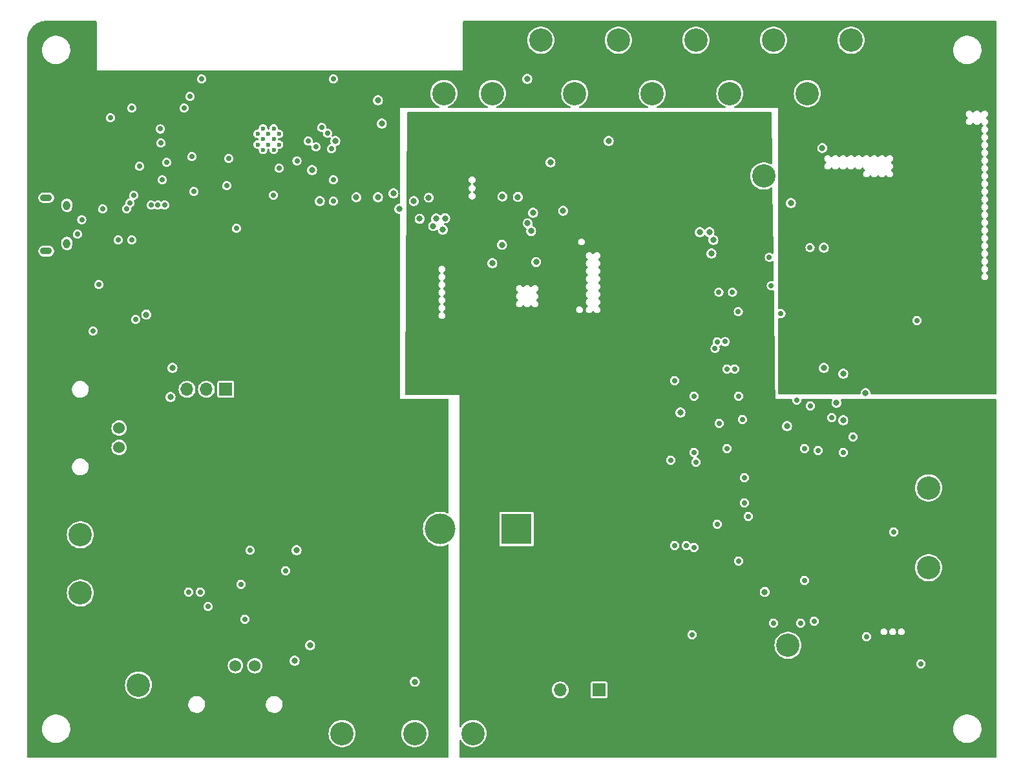
<source format=gbr>
%TF.GenerationSoftware,KiCad,Pcbnew,7.0.8*%
%TF.CreationDate,2024-02-01T17:09:28-05:00*%
%TF.ProjectId,cc_laser_supply_rev-B,63635f6c-6173-4657-925f-737570706c79,rev?*%
%TF.SameCoordinates,Original*%
%TF.FileFunction,Copper,L3,Inr*%
%TF.FilePolarity,Positive*%
%FSLAX46Y46*%
G04 Gerber Fmt 4.6, Leading zero omitted, Abs format (unit mm)*
G04 Created by KiCad (PCBNEW 7.0.8) date 2024-02-01 17:09:28*
%MOMM*%
%LPD*%
G01*
G04 APERTURE LIST*
%TA.AperFunction,ComponentPad*%
%ADD10C,3.048000*%
%TD*%
%TA.AperFunction,ComponentPad*%
%ADD11R,4.000000X4.000000*%
%TD*%
%TA.AperFunction,ComponentPad*%
%ADD12C,4.000000*%
%TD*%
%TA.AperFunction,ComponentPad*%
%ADD13C,1.524000*%
%TD*%
%TA.AperFunction,ComponentPad*%
%ADD14O,1.550000X0.890000*%
%TD*%
%TA.AperFunction,ComponentPad*%
%ADD15O,0.950000X1.250000*%
%TD*%
%TA.AperFunction,ComponentPad*%
%ADD16R,1.700000X1.700000*%
%TD*%
%TA.AperFunction,ComponentPad*%
%ADD17O,1.700000X1.700000*%
%TD*%
%TA.AperFunction,HeatsinkPad*%
%ADD18C,0.600000*%
%TD*%
%TA.AperFunction,ViaPad*%
%ADD19C,0.700000*%
%TD*%
%TA.AperFunction,ViaPad*%
%ADD20C,0.800000*%
%TD*%
G04 APERTURE END LIST*
D10*
%TO.N,VIN*%
%TO.C,TP15*%
X127000000Y-144145000D03*
%TD*%
%TO.N,/GaN FET and Current Sensing/sig_ext*%
%TO.C,TP9*%
X83185000Y-118110000D03*
%TD*%
%TO.N,ADC_20A*%
%TO.C,TP21*%
X173990000Y-53340000D03*
%TD*%
%TO.N,Net-(J3-In)*%
%TO.C,TP22*%
X117475000Y-144145000D03*
%TD*%
%TO.N,ADC_1A*%
%TO.C,TP17*%
X143510000Y-53340000D03*
%TD*%
%TO.N,GND*%
%TO.C,TP16*%
X134620000Y-144145000D03*
%TD*%
D11*
%TO.N,VCAP*%
%TO.C,C13*%
X140320499Y-117348000D03*
D12*
%TO.N,GND*%
X130320499Y-117348000D03*
%TD*%
D10*
%TO.N,OPT_IN_ADC*%
%TO.C,TP18*%
X90805000Y-137795000D03*
%TD*%
D13*
%TO.N,Net-(J3-In)*%
%TO.C,J3*%
X103505000Y-135255000D03*
%TO.N,GND*%
X106045000Y-135255000D03*
%TD*%
D10*
%TO.N,SDA*%
%TO.C,TP2*%
X130810000Y-60325000D03*
%TD*%
%TO.N,Net-(D5-A)*%
%TO.C,TP7*%
X194310000Y-122428000D03*
%TD*%
%TO.N,+5V*%
%TO.C,TP14*%
X140335000Y-144145000D03*
%TD*%
%TO.N,ADC_5A*%
%TO.C,TP19*%
X153670000Y-53340000D03*
%TD*%
D13*
%TO.N,/GaN FET and Current Sensing/sig_ext*%
%TO.C,J2*%
X88265000Y-104140000D03*
%TO.N,GND*%
X88265000Y-106680000D03*
%TD*%
D10*
%TO.N,SENSE_1A*%
%TO.C,TP8*%
X147955000Y-60325000D03*
%TD*%
%TO.N,VCAP_EXT*%
%TO.C,TP3*%
X172720000Y-71120000D03*
%TD*%
%TO.N,/GaN FET and Current Sensing/sense_out*%
%TO.C,TP5*%
X194310000Y-111973000D03*
%TD*%
%TO.N,GND*%
%TO.C,TP4*%
X184150000Y-53340000D03*
%TD*%
%TO.N,GND*%
%TO.C,TP20*%
X163830000Y-53340000D03*
%TD*%
%TO.N,SENSE_10A*%
%TO.C,TP12*%
X168275000Y-60325000D03*
%TD*%
%TO.N,/GaN FET and Current Sensing/vgate*%
%TO.C,TP6*%
X175895000Y-132588000D03*
%TD*%
D14*
%TO.N,unconnected-(J1-Shield-Pad6)*%
%TO.C,J1*%
X78710000Y-73970000D03*
D15*
X81410000Y-74970000D03*
X81410000Y-79970000D03*
D14*
X78710000Y-80970000D03*
%TD*%
D10*
%TO.N,SCL*%
%TO.C,TP1*%
X137160000Y-60325000D03*
%TD*%
D16*
%TO.N,Net-(JP2-A)*%
%TO.C,JP2*%
X151130000Y-138430000D03*
D17*
%TO.N,+5V*%
X148590000Y-138430000D03*
%TO.N,VBUS*%
X146050000Y-138430000D03*
%TD*%
D10*
%TO.N,SENSE_5A*%
%TO.C,TP11*%
X158115000Y-60325000D03*
%TD*%
%TO.N,GND*%
%TO.C,TP10*%
X83185000Y-125730000D03*
%TD*%
D18*
%TO.N,GND*%
%TO.C,U2*%
X106420000Y-65606200D03*
X106420000Y-67006200D03*
X107120000Y-64906200D03*
X107120000Y-66306200D03*
X107120000Y-67706200D03*
X107795000Y-65606200D03*
X107795000Y-67006200D03*
X108520000Y-64906200D03*
X108520000Y-66306200D03*
X108520000Y-67706200D03*
X109220000Y-65606200D03*
X109220000Y-67006200D03*
%TD*%
D10*
%TO.N,SENSE_20A*%
%TO.C,TP13*%
X178435000Y-60325000D03*
%TD*%
D16*
%TO.N,PULSE_IN*%
%TO.C,JP1*%
X102235000Y-99060000D03*
D17*
%TO.N,/GaN FET and Current Sensing/in+*%
X99695000Y-99060000D03*
%TO.N,/GaN FET and Current Sensing/sig_ext*%
X97155000Y-99060000D03*
%TD*%
D19*
%TO.N,GND*%
X105410000Y-120142000D03*
X90170000Y-73660000D03*
D20*
X114554000Y-74422000D03*
D19*
X116332000Y-58420000D03*
X163830000Y-108585000D03*
X166624000Y-116713000D03*
X161036000Y-97917000D03*
D20*
X161798000Y-102108000D03*
X141782800Y-77317600D03*
D19*
X89916000Y-79502000D03*
X186182000Y-131445000D03*
X167894000Y-96393000D03*
X104724750Y-129159000D03*
X173448000Y-81788000D03*
D20*
X111506000Y-120142000D03*
D19*
X87122000Y-63500000D03*
X173990000Y-129667000D03*
X170180000Y-113919000D03*
X193294000Y-135001000D03*
X170180000Y-110617000D03*
D20*
X126873000Y-74422000D03*
D19*
X169418000Y-121539000D03*
X174972000Y-89154000D03*
X104216750Y-124587000D03*
X103632000Y-77978000D03*
X163322000Y-131191000D03*
X169926000Y-102997000D03*
X163576000Y-119761000D03*
X173702000Y-85480500D03*
X167655260Y-92821740D03*
D20*
X142900400Y-82397600D03*
D19*
X181625260Y-102758260D03*
X84836000Y-91440000D03*
X98044000Y-73152000D03*
X161036000Y-119507000D03*
X99898750Y-127508000D03*
X166844000Y-86360000D03*
X93345000Y-74930000D03*
X169418000Y-99949000D03*
X169384000Y-88900000D03*
X97358750Y-125603000D03*
X82804000Y-78740000D03*
D20*
X128828800Y-73964800D03*
D19*
X88138000Y-79502000D03*
D20*
X140501200Y-73876600D03*
D19*
X177546000Y-129667000D03*
X163576000Y-99949000D03*
X160528000Y-108331000D03*
X177038000Y-100457000D03*
X167894000Y-106807000D03*
X99060000Y-58420000D03*
X85598000Y-85344000D03*
X90424000Y-89916000D03*
X92456000Y-74930000D03*
X94234000Y-74930000D03*
X178054000Y-124079000D03*
D20*
X142240000Y-78333600D03*
D19*
%TO.N,+3V3*%
X85624500Y-86614000D03*
X99060000Y-59690000D03*
X88138000Y-75304900D03*
X89916000Y-66802000D03*
X92710000Y-82042000D03*
X175768000Y-94869000D03*
X91948000Y-77978000D03*
D20*
X124206000Y-62230000D03*
X124206000Y-59055000D03*
D19*
X101092000Y-81788000D03*
%TO.N,+5V*%
X163322000Y-98171000D03*
D20*
X142240000Y-93980000D03*
X142240000Y-95504000D03*
X143510000Y-98044000D03*
X140970000Y-92456000D03*
X142240000Y-89916000D03*
X140970000Y-98044000D03*
X143510000Y-95504000D03*
D19*
X172178000Y-84074000D03*
D20*
X143510000Y-96774000D03*
D19*
X164084000Y-117221000D03*
D20*
X140970000Y-91186000D03*
D19*
X166370000Y-94615000D03*
D20*
X142240000Y-92456000D03*
X140970000Y-96774000D03*
X143510000Y-91186000D03*
X143510000Y-92456000D03*
X143510000Y-89916000D03*
D19*
X172820497Y-123978503D03*
X163830000Y-106045000D03*
D20*
X143510000Y-93980000D03*
X142240000Y-91186000D03*
X142240000Y-98044000D03*
X140970000Y-89916000D03*
X142240000Y-96774000D03*
%TO.N,VIN*%
X127000000Y-137370100D03*
D19*
%TO.N,Net-(D13-K)*%
X166339552Y-93690343D03*
X168910000Y-96393000D03*
%TO.N,ADC_1A*%
X116078000Y-67564000D03*
D20*
X165862000Y-81280000D03*
D19*
%TO.N,ADC_5A*%
X116332000Y-71628000D03*
D20*
X144780000Y-69342000D03*
X164338000Y-78486000D03*
X152400000Y-66548000D03*
%TO.N,ADC_20A*%
X116586000Y-66548000D03*
X141732000Y-58420000D03*
X175768000Y-103886000D03*
D19*
X102616000Y-68834000D03*
D20*
X113538000Y-70358000D03*
%TO.N,/Buck Boost Supply/Vcc*%
X130973995Y-76664105D03*
X138480800Y-73812400D03*
D19*
%TO.N,Net-(D8-A)*%
X168622000Y-86360000D03*
X178782000Y-80518000D03*
%TO.N,Net-(D9-A)*%
X110058750Y-122809000D03*
X98882750Y-125603000D03*
%TO.N,/ESP32/RTS*%
X93726000Y-66802000D03*
X89916000Y-62230000D03*
X94488000Y-69342000D03*
X93667911Y-64965911D03*
%TO.N,/ESP32/DTR*%
X96774000Y-62230000D03*
X90932000Y-69850000D03*
D20*
%TO.N,/Buck Boost Supply/ISN*%
X138430000Y-80137000D03*
X146431000Y-75692000D03*
%TO.N,/Buck Boost Supply/ISP*%
X142494000Y-75946000D03*
X137160000Y-82550000D03*
%TO.N,SENSE_1A*%
X183134000Y-97028000D03*
X166116000Y-79502000D03*
X180594000Y-80518000D03*
%TO.N,SENSE_5A*%
X165608000Y-78486000D03*
D19*
X166624000Y-92837000D03*
X178816000Y-101219000D03*
D20*
%TO.N,SENSE_10A*%
X176276000Y-74676000D03*
D19*
%TO.N,SENSE_20A*%
X178054000Y-106807000D03*
D20*
X183134000Y-103124000D03*
X180383900Y-67467929D03*
D19*
X184404000Y-105283000D03*
D20*
X180594000Y-96266000D03*
D19*
%TO.N,Net-(D14-A)*%
X166878000Y-103505000D03*
X163576000Y-107315000D03*
D20*
%TO.N,Net-(JP2-A)*%
X172847000Y-125603000D03*
%TO.N,SCL*%
X129413000Y-77680100D03*
X124968000Y-75438000D03*
%TO.N,SDA*%
X130683000Y-78166100D03*
X124206000Y-73406000D03*
X122174000Y-61214000D03*
X122682000Y-64262000D03*
D19*
%TO.N,/ESP32/TXD0*%
X93918500Y-71628000D03*
X108484503Y-73633497D03*
X102362000Y-72390000D03*
X113030000Y-66548000D03*
X114808000Y-64770000D03*
X109220000Y-70104000D03*
%TO.N,/ESP32/RXD0*%
X115570000Y-65532000D03*
X111566161Y-69148161D03*
X97790000Y-68580000D03*
X114046000Y-67310000D03*
D20*
%TO.N,Net-(U4A--)*%
X186055000Y-99568000D03*
X182245000Y-100838000D03*
D19*
%TO.N,Net-(U4C--)*%
X179832000Y-107061000D03*
X183134000Y-107315000D03*
D20*
%TO.N,Net-(J3-In)*%
X113284000Y-132588000D03*
X111252000Y-134620000D03*
D19*
%TO.N,/ESP32/GPIO0*%
X97536000Y-60706000D03*
X116332000Y-74422000D03*
D20*
%TO.N,EN{slash}UVLO*%
X127633550Y-76731950D03*
X119336100Y-73914000D03*
X129794000Y-76708000D03*
X122174000Y-73914000D03*
%TO.N,OPT_IN_ADC*%
X94996000Y-100076000D03*
X95250000Y-96266000D03*
D19*
%TO.N,Net-(D16-A)*%
X170688000Y-115697000D03*
X162560000Y-119507000D03*
D20*
%TO.N,VBUS*%
X91821000Y-89281000D03*
D19*
%TO.N,VCAP*%
X192786000Y-90043000D03*
X189738000Y-117729000D03*
%TO.N,/ESP32/d-*%
X89243309Y-75417914D03*
X83372436Y-76853153D03*
%TO.N,/ESP32/d+*%
X86106000Y-75438000D03*
X89662000Y-74676000D03*
%TO.N,/GaN FET and Current Sensing/in+*%
X179324000Y-129413000D03*
%TD*%
%TA.AperFunction,Conductor*%
%TO.N,+3V3*%
G36*
X85263039Y-50820185D02*
G01*
X85308794Y-50872989D01*
X85320000Y-50924500D01*
X85320000Y-57286200D01*
X133320000Y-57286200D01*
X133320000Y-53340004D01*
X141730524Y-53340004D01*
X141750398Y-53605214D01*
X141809578Y-53864498D01*
X141809581Y-53864510D01*
X141906748Y-54112086D01*
X142039728Y-54342415D01*
X142091293Y-54407075D01*
X142205555Y-54550355D01*
X142389599Y-54721122D01*
X142400515Y-54731250D01*
X142620262Y-54881071D01*
X142859880Y-54996465D01*
X142859881Y-54996465D01*
X142859884Y-54996467D01*
X143114029Y-55074861D01*
X143114030Y-55074861D01*
X143114033Y-55074862D01*
X143377012Y-55114499D01*
X143377017Y-55114499D01*
X143377020Y-55114500D01*
X143377021Y-55114500D01*
X143642979Y-55114500D01*
X143642980Y-55114500D01*
X143642987Y-55114499D01*
X143905966Y-55074862D01*
X143905967Y-55074861D01*
X143905971Y-55074861D01*
X144160116Y-54996467D01*
X144399738Y-54881071D01*
X144619485Y-54731250D01*
X144814448Y-54550351D01*
X144980272Y-54342415D01*
X145113252Y-54112086D01*
X145210419Y-53864510D01*
X145269601Y-53605217D01*
X145283247Y-53423119D01*
X145289476Y-53340004D01*
X151890524Y-53340004D01*
X151910398Y-53605214D01*
X151969578Y-53864498D01*
X151969581Y-53864510D01*
X152066748Y-54112086D01*
X152199728Y-54342415D01*
X152251293Y-54407075D01*
X152365555Y-54550355D01*
X152549599Y-54721122D01*
X152560515Y-54731250D01*
X152780262Y-54881071D01*
X153019880Y-54996465D01*
X153019881Y-54996465D01*
X153019884Y-54996467D01*
X153274029Y-55074861D01*
X153274030Y-55074861D01*
X153274033Y-55074862D01*
X153537012Y-55114499D01*
X153537017Y-55114499D01*
X153537020Y-55114500D01*
X153537021Y-55114500D01*
X153802979Y-55114500D01*
X153802980Y-55114500D01*
X153802987Y-55114499D01*
X154065966Y-55074862D01*
X154065967Y-55074861D01*
X154065971Y-55074861D01*
X154320116Y-54996467D01*
X154559738Y-54881071D01*
X154779485Y-54731250D01*
X154974448Y-54550351D01*
X155140272Y-54342415D01*
X155273252Y-54112086D01*
X155370419Y-53864510D01*
X155429601Y-53605217D01*
X155443247Y-53423119D01*
X155449476Y-53340004D01*
X162050524Y-53340004D01*
X162070398Y-53605214D01*
X162129578Y-53864498D01*
X162129581Y-53864510D01*
X162226748Y-54112086D01*
X162359728Y-54342415D01*
X162411293Y-54407075D01*
X162525555Y-54550355D01*
X162709599Y-54721122D01*
X162720515Y-54731250D01*
X162940262Y-54881071D01*
X163179880Y-54996465D01*
X163179881Y-54996465D01*
X163179884Y-54996467D01*
X163434029Y-55074861D01*
X163434030Y-55074861D01*
X163434033Y-55074862D01*
X163697012Y-55114499D01*
X163697017Y-55114499D01*
X163697020Y-55114500D01*
X163697021Y-55114500D01*
X163962979Y-55114500D01*
X163962980Y-55114500D01*
X163962987Y-55114499D01*
X164225966Y-55074862D01*
X164225967Y-55074861D01*
X164225971Y-55074861D01*
X164480116Y-54996467D01*
X164719738Y-54881071D01*
X164939485Y-54731250D01*
X165134448Y-54550351D01*
X165300272Y-54342415D01*
X165433252Y-54112086D01*
X165530419Y-53864510D01*
X165589601Y-53605217D01*
X165603247Y-53423119D01*
X165609476Y-53340004D01*
X172210524Y-53340004D01*
X172230398Y-53605214D01*
X172289578Y-53864498D01*
X172289581Y-53864510D01*
X172386748Y-54112086D01*
X172519728Y-54342415D01*
X172571293Y-54407075D01*
X172685555Y-54550355D01*
X172869599Y-54721122D01*
X172880515Y-54731250D01*
X173100262Y-54881071D01*
X173339880Y-54996465D01*
X173339881Y-54996465D01*
X173339884Y-54996467D01*
X173594029Y-55074861D01*
X173594030Y-55074861D01*
X173594033Y-55074862D01*
X173857012Y-55114499D01*
X173857017Y-55114499D01*
X173857020Y-55114500D01*
X173857021Y-55114500D01*
X174122979Y-55114500D01*
X174122980Y-55114500D01*
X174122987Y-55114499D01*
X174385966Y-55074862D01*
X174385967Y-55074861D01*
X174385971Y-55074861D01*
X174640116Y-54996467D01*
X174879738Y-54881071D01*
X175099485Y-54731250D01*
X175294448Y-54550351D01*
X175460272Y-54342415D01*
X175593252Y-54112086D01*
X175690419Y-53864510D01*
X175749601Y-53605217D01*
X175763247Y-53423119D01*
X175769476Y-53340004D01*
X182370524Y-53340004D01*
X182390398Y-53605214D01*
X182449578Y-53864498D01*
X182449581Y-53864510D01*
X182546748Y-54112086D01*
X182679728Y-54342415D01*
X182731293Y-54407075D01*
X182845555Y-54550355D01*
X183029599Y-54721122D01*
X183040515Y-54731250D01*
X183260262Y-54881071D01*
X183499880Y-54996465D01*
X183499881Y-54996465D01*
X183499884Y-54996467D01*
X183754029Y-55074861D01*
X183754030Y-55074861D01*
X183754033Y-55074862D01*
X184017012Y-55114499D01*
X184017017Y-55114499D01*
X184017020Y-55114500D01*
X184017021Y-55114500D01*
X184282979Y-55114500D01*
X184282980Y-55114500D01*
X184282987Y-55114499D01*
X184545966Y-55074862D01*
X184545967Y-55074861D01*
X184545971Y-55074861D01*
X184800116Y-54996467D01*
X185039738Y-54881071D01*
X185259485Y-54731250D01*
X185317130Y-54677763D01*
X197535787Y-54677763D01*
X197565413Y-54947013D01*
X197565415Y-54947024D01*
X197609199Y-55114499D01*
X197633928Y-55209088D01*
X197739870Y-55458390D01*
X197811998Y-55576575D01*
X197880979Y-55689605D01*
X197880986Y-55689615D01*
X198054253Y-55897819D01*
X198054259Y-55897824D01*
X198255998Y-56078582D01*
X198481910Y-56228044D01*
X198727176Y-56343020D01*
X198727183Y-56343022D01*
X198727185Y-56343023D01*
X198986557Y-56421057D01*
X198986564Y-56421058D01*
X198986569Y-56421060D01*
X199254561Y-56460500D01*
X199254566Y-56460500D01*
X199457636Y-56460500D01*
X199509133Y-56456730D01*
X199660156Y-56445677D01*
X199772758Y-56420593D01*
X199924546Y-56386782D01*
X199924548Y-56386781D01*
X199924553Y-56386780D01*
X200177558Y-56290014D01*
X200413777Y-56157441D01*
X200628177Y-55991888D01*
X200816186Y-55796881D01*
X200973799Y-55576579D01*
X201047787Y-55432669D01*
X201097649Y-55335690D01*
X201097651Y-55335684D01*
X201097656Y-55335675D01*
X201185118Y-55079305D01*
X201234319Y-54812933D01*
X201244212Y-54542235D01*
X201214586Y-54272982D01*
X201146072Y-54010912D01*
X201040130Y-53761610D01*
X200899018Y-53530390D01*
X200809747Y-53423119D01*
X200725746Y-53322180D01*
X200725740Y-53322175D01*
X200524002Y-53141418D01*
X200298092Y-52991957D01*
X200298090Y-52991956D01*
X200052824Y-52876980D01*
X200052819Y-52876978D01*
X200052814Y-52876976D01*
X199793442Y-52798942D01*
X199793428Y-52798939D01*
X199677791Y-52781921D01*
X199525439Y-52759500D01*
X199322369Y-52759500D01*
X199322364Y-52759500D01*
X199119844Y-52774323D01*
X199119831Y-52774325D01*
X198855453Y-52833217D01*
X198855446Y-52833220D01*
X198602439Y-52929987D01*
X198366226Y-53062557D01*
X198366224Y-53062558D01*
X198366223Y-53062559D01*
X198350390Y-53074785D01*
X198151822Y-53228112D01*
X197963822Y-53423109D01*
X197963816Y-53423116D01*
X197806202Y-53643419D01*
X197806199Y-53643424D01*
X197682350Y-53884309D01*
X197682343Y-53884327D01*
X197594884Y-54140685D01*
X197594881Y-54140699D01*
X197545681Y-54407068D01*
X197545680Y-54407075D01*
X197535787Y-54677763D01*
X185317130Y-54677763D01*
X185454448Y-54550351D01*
X185620272Y-54342415D01*
X185753252Y-54112086D01*
X185850419Y-53864510D01*
X185909601Y-53605217D01*
X185923247Y-53423119D01*
X185929476Y-53340004D01*
X185929476Y-53339995D01*
X185909601Y-53074785D01*
X185909601Y-53074783D01*
X185850419Y-52815490D01*
X185753252Y-52567914D01*
X185620272Y-52337585D01*
X185454448Y-52129649D01*
X185454447Y-52129648D01*
X185454444Y-52129644D01*
X185259485Y-51948750D01*
X185140414Y-51867569D01*
X185039738Y-51798929D01*
X185039734Y-51798927D01*
X185039731Y-51798925D01*
X185039729Y-51798924D01*
X184800118Y-51683534D01*
X184800120Y-51683534D01*
X184545972Y-51605139D01*
X184545966Y-51605137D01*
X184282987Y-51565500D01*
X184282980Y-51565500D01*
X184017020Y-51565500D01*
X184017012Y-51565500D01*
X183754033Y-51605137D01*
X183754027Y-51605139D01*
X183499880Y-51683534D01*
X183260270Y-51798924D01*
X183260268Y-51798925D01*
X183040514Y-51948750D01*
X182845555Y-52129644D01*
X182679728Y-52337585D01*
X182546748Y-52567913D01*
X182449583Y-52815484D01*
X182449578Y-52815501D01*
X182390398Y-53074785D01*
X182370524Y-53339995D01*
X182370524Y-53340004D01*
X175769476Y-53340004D01*
X175769476Y-53339995D01*
X175749601Y-53074785D01*
X175749601Y-53074783D01*
X175690419Y-52815490D01*
X175593252Y-52567914D01*
X175460272Y-52337585D01*
X175294448Y-52129649D01*
X175294447Y-52129648D01*
X175294444Y-52129644D01*
X175099485Y-51948750D01*
X174980414Y-51867569D01*
X174879738Y-51798929D01*
X174879734Y-51798927D01*
X174879731Y-51798925D01*
X174879729Y-51798924D01*
X174640118Y-51683534D01*
X174640120Y-51683534D01*
X174385972Y-51605139D01*
X174385966Y-51605137D01*
X174122987Y-51565500D01*
X174122980Y-51565500D01*
X173857020Y-51565500D01*
X173857012Y-51565500D01*
X173594033Y-51605137D01*
X173594027Y-51605139D01*
X173339880Y-51683534D01*
X173100270Y-51798924D01*
X173100268Y-51798925D01*
X172880514Y-51948750D01*
X172685555Y-52129644D01*
X172519728Y-52337585D01*
X172386748Y-52567913D01*
X172289583Y-52815484D01*
X172289578Y-52815501D01*
X172230398Y-53074785D01*
X172210524Y-53339995D01*
X172210524Y-53340004D01*
X165609476Y-53340004D01*
X165609476Y-53339995D01*
X165589601Y-53074785D01*
X165589601Y-53074783D01*
X165530419Y-52815490D01*
X165433252Y-52567914D01*
X165300272Y-52337585D01*
X165134448Y-52129649D01*
X165134447Y-52129648D01*
X165134444Y-52129644D01*
X164939485Y-51948750D01*
X164820414Y-51867569D01*
X164719738Y-51798929D01*
X164719734Y-51798927D01*
X164719731Y-51798925D01*
X164719729Y-51798924D01*
X164480118Y-51683534D01*
X164480120Y-51683534D01*
X164225972Y-51605139D01*
X164225966Y-51605137D01*
X163962987Y-51565500D01*
X163962980Y-51565500D01*
X163697020Y-51565500D01*
X163697012Y-51565500D01*
X163434033Y-51605137D01*
X163434027Y-51605139D01*
X163179880Y-51683534D01*
X162940270Y-51798924D01*
X162940268Y-51798925D01*
X162720514Y-51948750D01*
X162525555Y-52129644D01*
X162359728Y-52337585D01*
X162226748Y-52567913D01*
X162129583Y-52815484D01*
X162129578Y-52815501D01*
X162070398Y-53074785D01*
X162050524Y-53339995D01*
X162050524Y-53340004D01*
X155449476Y-53340004D01*
X155449476Y-53339995D01*
X155429601Y-53074785D01*
X155429601Y-53074783D01*
X155370419Y-52815490D01*
X155273252Y-52567914D01*
X155140272Y-52337585D01*
X154974448Y-52129649D01*
X154974447Y-52129648D01*
X154974444Y-52129644D01*
X154779485Y-51948750D01*
X154660414Y-51867569D01*
X154559738Y-51798929D01*
X154559734Y-51798927D01*
X154559731Y-51798925D01*
X154559729Y-51798924D01*
X154320118Y-51683534D01*
X154320120Y-51683534D01*
X154065972Y-51605139D01*
X154065966Y-51605137D01*
X153802987Y-51565500D01*
X153802980Y-51565500D01*
X153537020Y-51565500D01*
X153537012Y-51565500D01*
X153274033Y-51605137D01*
X153274027Y-51605139D01*
X153019880Y-51683534D01*
X152780270Y-51798924D01*
X152780268Y-51798925D01*
X152560514Y-51948750D01*
X152365555Y-52129644D01*
X152199728Y-52337585D01*
X152066748Y-52567913D01*
X151969583Y-52815484D01*
X151969578Y-52815501D01*
X151910398Y-53074785D01*
X151890524Y-53339995D01*
X151890524Y-53340004D01*
X145289476Y-53340004D01*
X145289476Y-53339995D01*
X145269601Y-53074785D01*
X145269601Y-53074783D01*
X145210419Y-52815490D01*
X145113252Y-52567914D01*
X144980272Y-52337585D01*
X144814448Y-52129649D01*
X144814447Y-52129648D01*
X144814444Y-52129644D01*
X144619485Y-51948750D01*
X144500414Y-51867569D01*
X144399738Y-51798929D01*
X144399734Y-51798927D01*
X144399731Y-51798925D01*
X144399729Y-51798924D01*
X144160118Y-51683534D01*
X144160120Y-51683534D01*
X143905972Y-51605139D01*
X143905966Y-51605137D01*
X143642987Y-51565500D01*
X143642980Y-51565500D01*
X143377020Y-51565500D01*
X143377012Y-51565500D01*
X143114033Y-51605137D01*
X143114027Y-51605139D01*
X142859880Y-51683534D01*
X142620270Y-51798924D01*
X142620268Y-51798925D01*
X142400514Y-51948750D01*
X142205555Y-52129644D01*
X142039728Y-52337585D01*
X141906748Y-52567913D01*
X141809583Y-52815484D01*
X141809578Y-52815501D01*
X141750398Y-53074785D01*
X141730524Y-53339995D01*
X141730524Y-53340004D01*
X133320000Y-53340004D01*
X133320000Y-50924500D01*
X133339685Y-50857461D01*
X133392489Y-50811706D01*
X133444000Y-50800500D01*
X203075500Y-50800500D01*
X203142539Y-50820185D01*
X203188294Y-50872989D01*
X203199500Y-50924500D01*
X203199500Y-99571000D01*
X203179815Y-99638039D01*
X203127011Y-99683794D01*
X203075500Y-99695000D01*
X186834278Y-99695000D01*
X186767239Y-99675315D01*
X186721484Y-99622511D01*
X186711243Y-99575437D01*
X186711182Y-99575445D01*
X186711102Y-99574789D01*
X186710278Y-99571000D01*
X186710278Y-99567999D01*
X186691237Y-99411181D01*
X186657345Y-99321817D01*
X186635220Y-99263477D01*
X186545483Y-99133470D01*
X186427240Y-99028717D01*
X186427238Y-99028716D01*
X186427237Y-99028715D01*
X186287365Y-98955303D01*
X186133986Y-98917500D01*
X186133985Y-98917500D01*
X185976015Y-98917500D01*
X185976014Y-98917500D01*
X185822634Y-98955303D01*
X185682762Y-99028715D01*
X185564516Y-99133471D01*
X185474781Y-99263475D01*
X185474780Y-99263476D01*
X185418762Y-99411181D01*
X185399722Y-99567999D01*
X185399722Y-99571000D01*
X185399100Y-99573115D01*
X185398818Y-99575445D01*
X185398430Y-99575397D01*
X185380037Y-99638039D01*
X185327233Y-99683794D01*
X185275722Y-99695000D01*
X174749000Y-99695000D01*
X174681961Y-99675315D01*
X174636206Y-99622511D01*
X174625000Y-99571000D01*
X174625000Y-97028000D01*
X182478722Y-97028000D01*
X182497762Y-97184818D01*
X182545738Y-97311318D01*
X182553780Y-97332523D01*
X182643517Y-97462530D01*
X182761760Y-97567283D01*
X182761762Y-97567284D01*
X182901634Y-97640696D01*
X183055014Y-97678500D01*
X183055015Y-97678500D01*
X183212985Y-97678500D01*
X183366365Y-97640696D01*
X183425860Y-97609470D01*
X183506240Y-97567283D01*
X183624483Y-97462530D01*
X183714220Y-97332523D01*
X183770237Y-97184818D01*
X183789278Y-97028000D01*
X183770237Y-96871182D01*
X183751312Y-96821282D01*
X183733381Y-96774000D01*
X183714220Y-96723477D01*
X183624483Y-96593470D01*
X183506240Y-96488717D01*
X183506238Y-96488716D01*
X183506237Y-96488715D01*
X183366365Y-96415303D01*
X183212986Y-96377500D01*
X183212985Y-96377500D01*
X183055015Y-96377500D01*
X183055014Y-96377500D01*
X182901634Y-96415303D01*
X182761762Y-96488715D01*
X182643516Y-96593471D01*
X182553781Y-96723475D01*
X182553780Y-96723476D01*
X182497762Y-96871181D01*
X182478722Y-97027999D01*
X182478722Y-97028000D01*
X174625000Y-97028000D01*
X174625000Y-96266000D01*
X179938722Y-96266000D01*
X179957762Y-96422818D01*
X179975458Y-96469477D01*
X180013780Y-96570523D01*
X180103517Y-96700530D01*
X180221760Y-96805283D01*
X180221762Y-96805284D01*
X180361634Y-96878696D01*
X180515014Y-96916500D01*
X180515015Y-96916500D01*
X180672985Y-96916500D01*
X180826365Y-96878696D01*
X180966240Y-96805283D01*
X181084483Y-96700530D01*
X181174220Y-96570523D01*
X181230237Y-96422818D01*
X181249278Y-96266000D01*
X181230237Y-96109182D01*
X181174220Y-95961477D01*
X181084483Y-95831470D01*
X180966240Y-95726717D01*
X180966238Y-95726716D01*
X180966237Y-95726715D01*
X180826365Y-95653303D01*
X180672986Y-95615500D01*
X180672985Y-95615500D01*
X180515015Y-95615500D01*
X180515014Y-95615500D01*
X180361634Y-95653303D01*
X180221762Y-95726715D01*
X180103516Y-95831471D01*
X180013781Y-95961475D01*
X180013780Y-95961476D01*
X179957762Y-96109181D01*
X179938722Y-96265999D01*
X179938722Y-96266000D01*
X174625000Y-96266000D01*
X174625000Y-90043001D01*
X192180318Y-90043001D01*
X192200955Y-90199760D01*
X192200956Y-90199762D01*
X192209555Y-90220523D01*
X192261464Y-90345841D01*
X192357718Y-90471282D01*
X192483159Y-90567536D01*
X192629238Y-90628044D01*
X192707619Y-90638363D01*
X192785999Y-90648682D01*
X192786000Y-90648682D01*
X192786001Y-90648682D01*
X192838254Y-90641802D01*
X192942762Y-90628044D01*
X193088841Y-90567536D01*
X193214282Y-90471282D01*
X193310536Y-90345841D01*
X193371044Y-90199762D01*
X193391682Y-90043000D01*
X193371044Y-89886238D01*
X193310536Y-89740159D01*
X193214282Y-89614718D01*
X193088841Y-89518464D01*
X192942762Y-89457956D01*
X192942760Y-89457955D01*
X192786001Y-89437318D01*
X192785999Y-89437318D01*
X192629239Y-89457955D01*
X192629237Y-89457956D01*
X192483160Y-89518463D01*
X192357718Y-89614718D01*
X192261463Y-89740160D01*
X192200956Y-89886237D01*
X192200955Y-89886239D01*
X192180318Y-90042998D01*
X192180318Y-90043001D01*
X174625000Y-90043001D01*
X174625000Y-89845823D01*
X174644685Y-89778784D01*
X174697489Y-89733029D01*
X174766647Y-89723085D01*
X174796449Y-89731261D01*
X174815238Y-89739044D01*
X174893619Y-89749363D01*
X174971999Y-89759682D01*
X174972000Y-89759682D01*
X174972001Y-89759682D01*
X175024254Y-89752802D01*
X175128762Y-89739044D01*
X175274841Y-89678536D01*
X175400282Y-89582282D01*
X175496536Y-89456841D01*
X175557044Y-89310762D01*
X175577682Y-89154000D01*
X175573756Y-89124182D01*
X175557044Y-88997239D01*
X175557044Y-88997238D01*
X175496536Y-88851159D01*
X175400282Y-88725718D01*
X175274841Y-88629464D01*
X175128762Y-88568956D01*
X175128760Y-88568955D01*
X174972001Y-88548318D01*
X174971999Y-88548318D01*
X174815240Y-88568955D01*
X174815238Y-88568956D01*
X174796450Y-88576738D01*
X174726982Y-88584206D01*
X174664503Y-88552930D01*
X174628851Y-88492841D01*
X174625000Y-88462176D01*
X174625000Y-80518001D01*
X178176318Y-80518001D01*
X178196955Y-80674760D01*
X178196956Y-80674762D01*
X178244979Y-80790701D01*
X178257464Y-80820841D01*
X178353718Y-80946282D01*
X178479159Y-81042536D01*
X178625238Y-81103044D01*
X178703619Y-81113363D01*
X178781999Y-81123682D01*
X178782000Y-81123682D01*
X178782001Y-81123682D01*
X178834254Y-81116802D01*
X178938762Y-81103044D01*
X179084841Y-81042536D01*
X179210282Y-80946282D01*
X179306536Y-80820841D01*
X179367044Y-80674762D01*
X179387682Y-80518000D01*
X179938722Y-80518000D01*
X179957762Y-80674818D01*
X180012729Y-80819752D01*
X180013780Y-80822523D01*
X180103517Y-80952530D01*
X180221760Y-81057283D01*
X180221762Y-81057284D01*
X180361634Y-81130696D01*
X180515014Y-81168500D01*
X180515015Y-81168500D01*
X180672985Y-81168500D01*
X180826365Y-81130696D01*
X180839729Y-81123682D01*
X180966240Y-81057283D01*
X181084483Y-80952530D01*
X181174220Y-80822523D01*
X181230237Y-80674818D01*
X181249278Y-80518000D01*
X181240757Y-80447818D01*
X181230237Y-80361181D01*
X181174858Y-80215160D01*
X181174220Y-80213477D01*
X181084483Y-80083470D01*
X180966240Y-79978717D01*
X180966238Y-79978716D01*
X180966237Y-79978715D01*
X180826365Y-79905303D01*
X180672986Y-79867500D01*
X180672985Y-79867500D01*
X180515015Y-79867500D01*
X180515014Y-79867500D01*
X180361634Y-79905303D01*
X180221762Y-79978715D01*
X180103516Y-80083471D01*
X180013781Y-80213475D01*
X180013780Y-80213476D01*
X179957762Y-80361181D01*
X179938722Y-80517999D01*
X179938722Y-80518000D01*
X179387682Y-80518000D01*
X179367044Y-80361238D01*
X179306536Y-80215159D01*
X179210282Y-80089718D01*
X179084841Y-79993464D01*
X179052775Y-79980182D01*
X178938762Y-79932956D01*
X178938760Y-79932955D01*
X178782001Y-79912318D01*
X178781999Y-79912318D01*
X178625239Y-79932955D01*
X178625237Y-79932956D01*
X178479160Y-79993463D01*
X178353718Y-80089718D01*
X178257463Y-80215160D01*
X178196956Y-80361237D01*
X178196955Y-80361239D01*
X178176318Y-80517998D01*
X178176318Y-80518001D01*
X174625000Y-80518001D01*
X174625000Y-74676000D01*
X175620722Y-74676000D01*
X175639762Y-74832818D01*
X175695141Y-74978839D01*
X175695780Y-74980523D01*
X175785517Y-75110530D01*
X175903760Y-75215283D01*
X175903762Y-75215284D01*
X176043634Y-75288696D01*
X176197014Y-75326500D01*
X176197015Y-75326500D01*
X176354985Y-75326500D01*
X176508365Y-75288696D01*
X176522577Y-75281237D01*
X176648240Y-75215283D01*
X176766483Y-75110530D01*
X176856220Y-74980523D01*
X176912237Y-74832818D01*
X176931278Y-74676000D01*
X176929136Y-74658354D01*
X176912237Y-74519181D01*
X176874097Y-74418616D01*
X176856220Y-74371477D01*
X176766483Y-74241470D01*
X176648240Y-74136717D01*
X176648238Y-74136716D01*
X176648237Y-74136715D01*
X176508365Y-74063303D01*
X176354986Y-74025500D01*
X176354985Y-74025500D01*
X176197015Y-74025500D01*
X176197014Y-74025500D01*
X176043634Y-74063303D01*
X175903762Y-74136715D01*
X175785516Y-74241471D01*
X175695781Y-74371475D01*
X175695780Y-74371476D01*
X175639762Y-74519181D01*
X175620722Y-74675999D01*
X175620722Y-74676000D01*
X174625000Y-74676000D01*
X174625000Y-69850000D01*
X180646867Y-69850000D01*
X180665302Y-69978225D01*
X180682679Y-70016274D01*
X180719118Y-70096063D01*
X180803951Y-70193967D01*
X180912931Y-70264004D01*
X180961559Y-70278282D01*
X181037225Y-70300499D01*
X181037227Y-70300500D01*
X181037228Y-70300500D01*
X181166773Y-70300500D01*
X181166773Y-70300499D01*
X181291069Y-70264004D01*
X181400049Y-70193967D01*
X181484882Y-70096063D01*
X181497206Y-70069076D01*
X181542960Y-70016274D01*
X181610000Y-69996589D01*
X181677039Y-70016273D01*
X181722793Y-70069076D01*
X181735118Y-70096063D01*
X181819951Y-70193967D01*
X181928931Y-70264004D01*
X181977559Y-70278282D01*
X182053225Y-70300499D01*
X182053227Y-70300500D01*
X182053228Y-70300500D01*
X182182773Y-70300500D01*
X182182773Y-70300499D01*
X182307069Y-70264004D01*
X182416049Y-70193967D01*
X182500882Y-70096063D01*
X182513206Y-70069076D01*
X182558960Y-70016274D01*
X182626000Y-69996589D01*
X182693039Y-70016273D01*
X182738793Y-70069076D01*
X182751118Y-70096063D01*
X182835951Y-70193967D01*
X182944931Y-70264004D01*
X182993559Y-70278282D01*
X183069225Y-70300499D01*
X183069227Y-70300500D01*
X183069228Y-70300500D01*
X183198773Y-70300500D01*
X183198773Y-70300499D01*
X183323069Y-70264004D01*
X183432049Y-70193967D01*
X183516882Y-70096063D01*
X183529206Y-70069076D01*
X183574960Y-70016274D01*
X183642000Y-69996589D01*
X183709039Y-70016273D01*
X183754793Y-70069076D01*
X183767118Y-70096063D01*
X183851951Y-70193967D01*
X183960931Y-70264004D01*
X184009559Y-70278282D01*
X184085225Y-70300499D01*
X184085227Y-70300500D01*
X184085228Y-70300500D01*
X184214773Y-70300500D01*
X184214773Y-70300499D01*
X184339069Y-70264004D01*
X184448049Y-70193967D01*
X184532882Y-70096063D01*
X184545206Y-70069076D01*
X184590960Y-70016274D01*
X184658000Y-69996589D01*
X184725039Y-70016273D01*
X184770793Y-70069076D01*
X184783118Y-70096063D01*
X184867951Y-70193967D01*
X184976931Y-70264004D01*
X185025559Y-70278282D01*
X185101225Y-70300499D01*
X185101227Y-70300500D01*
X185101228Y-70300500D01*
X185230773Y-70300500D01*
X185230773Y-70300499D01*
X185355069Y-70264004D01*
X185464049Y-70193967D01*
X185548882Y-70096063D01*
X185561206Y-70069076D01*
X185606960Y-70016274D01*
X185674000Y-69996589D01*
X185741039Y-70016273D01*
X185786793Y-70069076D01*
X185799118Y-70096063D01*
X185883951Y-70193967D01*
X185976873Y-70253684D01*
X186022628Y-70306488D01*
X186032572Y-70375647D01*
X186003547Y-70439203D01*
X185976873Y-70462316D01*
X185883950Y-70522033D01*
X185799118Y-70619937D01*
X185799117Y-70619938D01*
X185745302Y-70737774D01*
X185726867Y-70866000D01*
X185745302Y-70994225D01*
X185786794Y-71085077D01*
X185799118Y-71112063D01*
X185883951Y-71209967D01*
X185992931Y-71280004D01*
X186006653Y-71284033D01*
X186117225Y-71316499D01*
X186117227Y-71316500D01*
X186117228Y-71316500D01*
X186246773Y-71316500D01*
X186246773Y-71316499D01*
X186371069Y-71280004D01*
X186480049Y-71209967D01*
X186564882Y-71112063D01*
X186577206Y-71085076D01*
X186622960Y-71032274D01*
X186690000Y-71012589D01*
X186757039Y-71032273D01*
X186802793Y-71085076D01*
X186815118Y-71112063D01*
X186899951Y-71209967D01*
X187008931Y-71280004D01*
X187022653Y-71284033D01*
X187133225Y-71316499D01*
X187133227Y-71316500D01*
X187133228Y-71316500D01*
X187262773Y-71316500D01*
X187262773Y-71316499D01*
X187387069Y-71280004D01*
X187496049Y-71209967D01*
X187580882Y-71112063D01*
X187593206Y-71085076D01*
X187638960Y-71032274D01*
X187706000Y-71012589D01*
X187773039Y-71032273D01*
X187818793Y-71085076D01*
X187831118Y-71112063D01*
X187915951Y-71209967D01*
X188024931Y-71280004D01*
X188038653Y-71284033D01*
X188149225Y-71316499D01*
X188149227Y-71316500D01*
X188149228Y-71316500D01*
X188278773Y-71316500D01*
X188278773Y-71316499D01*
X188403069Y-71280004D01*
X188512049Y-71209967D01*
X188596882Y-71112063D01*
X188609206Y-71085076D01*
X188654960Y-71032274D01*
X188722000Y-71012589D01*
X188789039Y-71032273D01*
X188834793Y-71085076D01*
X188847118Y-71112063D01*
X188931951Y-71209967D01*
X189040931Y-71280004D01*
X189054653Y-71284033D01*
X189165225Y-71316499D01*
X189165227Y-71316500D01*
X189165228Y-71316500D01*
X189294773Y-71316500D01*
X189294773Y-71316499D01*
X189419069Y-71280004D01*
X189528049Y-71209967D01*
X189612882Y-71112063D01*
X189666697Y-70994226D01*
X189685133Y-70866000D01*
X189666697Y-70737774D01*
X189612882Y-70619937D01*
X189528049Y-70522033D01*
X189435124Y-70462314D01*
X189389371Y-70409512D01*
X189379427Y-70340354D01*
X189408452Y-70276798D01*
X189435122Y-70253687D01*
X189528049Y-70193967D01*
X189612882Y-70096063D01*
X189666697Y-69978226D01*
X189685133Y-69850000D01*
X189666697Y-69721774D01*
X189612882Y-69603937D01*
X189528049Y-69506033D01*
X189435124Y-69446314D01*
X189389371Y-69393512D01*
X189379427Y-69324354D01*
X189408452Y-69260798D01*
X189435122Y-69237687D01*
X189528049Y-69177967D01*
X189612882Y-69080063D01*
X189666697Y-68962226D01*
X189685133Y-68834000D01*
X189666697Y-68705774D01*
X189612882Y-68587937D01*
X189528049Y-68490033D01*
X189419069Y-68419996D01*
X189419065Y-68419994D01*
X189419064Y-68419994D01*
X189294774Y-68383500D01*
X189294772Y-68383500D01*
X189165228Y-68383500D01*
X189165226Y-68383500D01*
X189040935Y-68419994D01*
X189040932Y-68419995D01*
X189040931Y-68419996D01*
X188989677Y-68452934D01*
X188931950Y-68490033D01*
X188847118Y-68587937D01*
X188847117Y-68587938D01*
X188834794Y-68614922D01*
X188789039Y-68667726D01*
X188721999Y-68687410D01*
X188654960Y-68667725D01*
X188609206Y-68614922D01*
X188596882Y-68587938D01*
X188596882Y-68587937D01*
X188512049Y-68490033D01*
X188403069Y-68419996D01*
X188403065Y-68419994D01*
X188403064Y-68419994D01*
X188278774Y-68383500D01*
X188278772Y-68383500D01*
X188149228Y-68383500D01*
X188149226Y-68383500D01*
X188024935Y-68419994D01*
X188024932Y-68419995D01*
X188024931Y-68419996D01*
X187973677Y-68452934D01*
X187915950Y-68490033D01*
X187831118Y-68587937D01*
X187831117Y-68587938D01*
X187818794Y-68614922D01*
X187773039Y-68667726D01*
X187705999Y-68687410D01*
X187638960Y-68667725D01*
X187593206Y-68614922D01*
X187580882Y-68587938D01*
X187580882Y-68587937D01*
X187496049Y-68490033D01*
X187387069Y-68419996D01*
X187387065Y-68419994D01*
X187387064Y-68419994D01*
X187262774Y-68383500D01*
X187262772Y-68383500D01*
X187133228Y-68383500D01*
X187133226Y-68383500D01*
X187008935Y-68419994D01*
X187008932Y-68419995D01*
X187008931Y-68419996D01*
X186957677Y-68452934D01*
X186899950Y-68490033D01*
X186815118Y-68587937D01*
X186815117Y-68587938D01*
X186802794Y-68614922D01*
X186757039Y-68667726D01*
X186689999Y-68687410D01*
X186622960Y-68667725D01*
X186577206Y-68614922D01*
X186564882Y-68587938D01*
X186564882Y-68587937D01*
X186480049Y-68490033D01*
X186371069Y-68419996D01*
X186371065Y-68419994D01*
X186371064Y-68419994D01*
X186246774Y-68383500D01*
X186246772Y-68383500D01*
X186117228Y-68383500D01*
X186117226Y-68383500D01*
X185992935Y-68419994D01*
X185992932Y-68419995D01*
X185992931Y-68419996D01*
X185941677Y-68452934D01*
X185883950Y-68490033D01*
X185799118Y-68587937D01*
X185799117Y-68587938D01*
X185786794Y-68614922D01*
X185741039Y-68667726D01*
X185673999Y-68687410D01*
X185606960Y-68667725D01*
X185561206Y-68614922D01*
X185548882Y-68587938D01*
X185548882Y-68587937D01*
X185464049Y-68490033D01*
X185355069Y-68419996D01*
X185355065Y-68419994D01*
X185355064Y-68419994D01*
X185230774Y-68383500D01*
X185230772Y-68383500D01*
X185101228Y-68383500D01*
X185101226Y-68383500D01*
X184976935Y-68419994D01*
X184976932Y-68419995D01*
X184976931Y-68419996D01*
X184925677Y-68452934D01*
X184867950Y-68490033D01*
X184783118Y-68587937D01*
X184783117Y-68587938D01*
X184770794Y-68614922D01*
X184725039Y-68667726D01*
X184657999Y-68687410D01*
X184590960Y-68667725D01*
X184545206Y-68614922D01*
X184532882Y-68587938D01*
X184532882Y-68587937D01*
X184448049Y-68490033D01*
X184339069Y-68419996D01*
X184339065Y-68419994D01*
X184339064Y-68419994D01*
X184214774Y-68383500D01*
X184214772Y-68383500D01*
X184085228Y-68383500D01*
X184085226Y-68383500D01*
X183960935Y-68419994D01*
X183960932Y-68419995D01*
X183960931Y-68419996D01*
X183909677Y-68452934D01*
X183851950Y-68490033D01*
X183767118Y-68587937D01*
X183767117Y-68587938D01*
X183754794Y-68614922D01*
X183709039Y-68667726D01*
X183641999Y-68687410D01*
X183574960Y-68667725D01*
X183529206Y-68614922D01*
X183516882Y-68587938D01*
X183516882Y-68587937D01*
X183432049Y-68490033D01*
X183323069Y-68419996D01*
X183323065Y-68419994D01*
X183323064Y-68419994D01*
X183198774Y-68383500D01*
X183198772Y-68383500D01*
X183069228Y-68383500D01*
X183069226Y-68383500D01*
X182944935Y-68419994D01*
X182944932Y-68419995D01*
X182944931Y-68419996D01*
X182893677Y-68452934D01*
X182835950Y-68490033D01*
X182751118Y-68587937D01*
X182751117Y-68587938D01*
X182738794Y-68614922D01*
X182693039Y-68667726D01*
X182625999Y-68687410D01*
X182558960Y-68667725D01*
X182513206Y-68614922D01*
X182500882Y-68587938D01*
X182500882Y-68587937D01*
X182416049Y-68490033D01*
X182307069Y-68419996D01*
X182307065Y-68419994D01*
X182307064Y-68419994D01*
X182182774Y-68383500D01*
X182182772Y-68383500D01*
X182053228Y-68383500D01*
X182053226Y-68383500D01*
X181928935Y-68419994D01*
X181928932Y-68419995D01*
X181928931Y-68419996D01*
X181877677Y-68452934D01*
X181819950Y-68490033D01*
X181735118Y-68587937D01*
X181735117Y-68587938D01*
X181722794Y-68614922D01*
X181677039Y-68667726D01*
X181609999Y-68687410D01*
X181542960Y-68667725D01*
X181497206Y-68614922D01*
X181484882Y-68587938D01*
X181484882Y-68587937D01*
X181400049Y-68490033D01*
X181291069Y-68419996D01*
X181291065Y-68419994D01*
X181291064Y-68419994D01*
X181166774Y-68383500D01*
X181166772Y-68383500D01*
X181037228Y-68383500D01*
X181037226Y-68383500D01*
X180912935Y-68419994D01*
X180912932Y-68419995D01*
X180912931Y-68419996D01*
X180861677Y-68452934D01*
X180803950Y-68490033D01*
X180719118Y-68587937D01*
X180719117Y-68587938D01*
X180665302Y-68705774D01*
X180646867Y-68834000D01*
X180665302Y-68962225D01*
X180700438Y-69039160D01*
X180719118Y-69080063D01*
X180803951Y-69177967D01*
X180896873Y-69237684D01*
X180942628Y-69290488D01*
X180952572Y-69359647D01*
X180923547Y-69423203D01*
X180896873Y-69446316D01*
X180803950Y-69506033D01*
X180719118Y-69603937D01*
X180719117Y-69603938D01*
X180665302Y-69721774D01*
X180646867Y-69850000D01*
X174625000Y-69850000D01*
X174625000Y-67467929D01*
X179728622Y-67467929D01*
X179747662Y-67624747D01*
X179790721Y-67738282D01*
X179803680Y-67772452D01*
X179893417Y-67902459D01*
X180011660Y-68007212D01*
X180011662Y-68007213D01*
X180151534Y-68080625D01*
X180304914Y-68118429D01*
X180304915Y-68118429D01*
X180462885Y-68118429D01*
X180616265Y-68080625D01*
X180632698Y-68072000D01*
X180756140Y-68007212D01*
X180874383Y-67902459D01*
X180964120Y-67772452D01*
X181020137Y-67624747D01*
X181039178Y-67467929D01*
X181020137Y-67311111D01*
X181009141Y-67282118D01*
X180989482Y-67230281D01*
X180964120Y-67163406D01*
X180874383Y-67033399D01*
X180756140Y-66928646D01*
X180756138Y-66928645D01*
X180756137Y-66928644D01*
X180616265Y-66855232D01*
X180462886Y-66817429D01*
X180462885Y-66817429D01*
X180304915Y-66817429D01*
X180304914Y-66817429D01*
X180151534Y-66855232D01*
X180011662Y-66928644D01*
X179893416Y-67033400D01*
X179803681Y-67163404D01*
X179803680Y-67163405D01*
X179747662Y-67311110D01*
X179728622Y-67467928D01*
X179728622Y-67467929D01*
X174625000Y-67467929D01*
X174625000Y-64008000D01*
X199188867Y-64008000D01*
X199207302Y-64136225D01*
X199248794Y-64227077D01*
X199261118Y-64254063D01*
X199345951Y-64351967D01*
X199454931Y-64422004D01*
X199579225Y-64458499D01*
X199579227Y-64458500D01*
X199579228Y-64458500D01*
X199708773Y-64458500D01*
X199708773Y-64458499D01*
X199833069Y-64422004D01*
X199942049Y-64351967D01*
X200026882Y-64254063D01*
X200039206Y-64227076D01*
X200084960Y-64174274D01*
X200152000Y-64154589D01*
X200219039Y-64174273D01*
X200264793Y-64227076D01*
X200277118Y-64254063D01*
X200361951Y-64351967D01*
X200470931Y-64422004D01*
X200595225Y-64458499D01*
X200595227Y-64458500D01*
X200595228Y-64458500D01*
X200724773Y-64458500D01*
X200724773Y-64458499D01*
X200849069Y-64422004D01*
X200958049Y-64351967D01*
X201042882Y-64254063D01*
X201055206Y-64227076D01*
X201100960Y-64174274D01*
X201168000Y-64154589D01*
X201235039Y-64174273D01*
X201280793Y-64227076D01*
X201293118Y-64254063D01*
X201377951Y-64351967D01*
X201470873Y-64411684D01*
X201516628Y-64464488D01*
X201526572Y-64533647D01*
X201497547Y-64597203D01*
X201470873Y-64620315D01*
X201458018Y-64628577D01*
X201377950Y-64680033D01*
X201293118Y-64777937D01*
X201293117Y-64777938D01*
X201239302Y-64895774D01*
X201220867Y-65024000D01*
X201239302Y-65152225D01*
X201274438Y-65229160D01*
X201293118Y-65270063D01*
X201377951Y-65367967D01*
X201470873Y-65427684D01*
X201516628Y-65480488D01*
X201526572Y-65549647D01*
X201497547Y-65613203D01*
X201470873Y-65636316D01*
X201377950Y-65696033D01*
X201293118Y-65793937D01*
X201293117Y-65793938D01*
X201239302Y-65911774D01*
X201220867Y-66040000D01*
X201239302Y-66168225D01*
X201274438Y-66245160D01*
X201293118Y-66286063D01*
X201377951Y-66383967D01*
X201470873Y-66443684D01*
X201516628Y-66496488D01*
X201526572Y-66565647D01*
X201497547Y-66629203D01*
X201470873Y-66652316D01*
X201377950Y-66712033D01*
X201293118Y-66809937D01*
X201293117Y-66809938D01*
X201239302Y-66927774D01*
X201220867Y-67056000D01*
X201239302Y-67184225D01*
X201284789Y-67283825D01*
X201293118Y-67302063D01*
X201377951Y-67399967D01*
X201389956Y-67407682D01*
X201470873Y-67459684D01*
X201516628Y-67512488D01*
X201526572Y-67581647D01*
X201497547Y-67645203D01*
X201470873Y-67668316D01*
X201377950Y-67728033D01*
X201293118Y-67825937D01*
X201293117Y-67825938D01*
X201239302Y-67943774D01*
X201220867Y-68072000D01*
X201239302Y-68200225D01*
X201274438Y-68277160D01*
X201293118Y-68318063D01*
X201377951Y-68415967D01*
X201470873Y-68475684D01*
X201516628Y-68528488D01*
X201526572Y-68597647D01*
X201497547Y-68661203D01*
X201470873Y-68684315D01*
X201459694Y-68691500D01*
X201377950Y-68744033D01*
X201293118Y-68841937D01*
X201293117Y-68841938D01*
X201239302Y-68959774D01*
X201220867Y-69088000D01*
X201239302Y-69216225D01*
X201279809Y-69304921D01*
X201293118Y-69334063D01*
X201377951Y-69431967D01*
X201427069Y-69463533D01*
X201470873Y-69491684D01*
X201516628Y-69544488D01*
X201526572Y-69613647D01*
X201497547Y-69677203D01*
X201470873Y-69700315D01*
X201459694Y-69707500D01*
X201377950Y-69760033D01*
X201293118Y-69857937D01*
X201293117Y-69857938D01*
X201239302Y-69975774D01*
X201220867Y-70104000D01*
X201239302Y-70232225D01*
X201293117Y-70350061D01*
X201293118Y-70350063D01*
X201377951Y-70447967D01*
X201389956Y-70455682D01*
X201470873Y-70507684D01*
X201516628Y-70560488D01*
X201526572Y-70629647D01*
X201497547Y-70693203D01*
X201470873Y-70716315D01*
X201450672Y-70729297D01*
X201377950Y-70776033D01*
X201293118Y-70873937D01*
X201293117Y-70873938D01*
X201239302Y-70991774D01*
X201220867Y-71120000D01*
X201239302Y-71248225D01*
X201274438Y-71325160D01*
X201293118Y-71366063D01*
X201377951Y-71463967D01*
X201433668Y-71499774D01*
X201470873Y-71523684D01*
X201516628Y-71576488D01*
X201526572Y-71645647D01*
X201497547Y-71709203D01*
X201470873Y-71732316D01*
X201377950Y-71792033D01*
X201293118Y-71889937D01*
X201293117Y-71889938D01*
X201239302Y-72007774D01*
X201220867Y-72136000D01*
X201239302Y-72264225D01*
X201293117Y-72382061D01*
X201293118Y-72382063D01*
X201377951Y-72479967D01*
X201470873Y-72539684D01*
X201516628Y-72592488D01*
X201526572Y-72661647D01*
X201497547Y-72725203D01*
X201470873Y-72748316D01*
X201377950Y-72808033D01*
X201293118Y-72905937D01*
X201293117Y-72905938D01*
X201239302Y-73023774D01*
X201220867Y-73152000D01*
X201239302Y-73280225D01*
X201274438Y-73357160D01*
X201293118Y-73398063D01*
X201377951Y-73495967D01*
X201431328Y-73530270D01*
X201470873Y-73555684D01*
X201516628Y-73608488D01*
X201526572Y-73677647D01*
X201497547Y-73741203D01*
X201470873Y-73764316D01*
X201377950Y-73824033D01*
X201293118Y-73921937D01*
X201293117Y-73921938D01*
X201239302Y-74039774D01*
X201220867Y-74168000D01*
X201239302Y-74296225D01*
X201289190Y-74405463D01*
X201293118Y-74414063D01*
X201377951Y-74511967D01*
X201468525Y-74570175D01*
X201470873Y-74571684D01*
X201516628Y-74624488D01*
X201526572Y-74693647D01*
X201497547Y-74757203D01*
X201470873Y-74780316D01*
X201377950Y-74840033D01*
X201293118Y-74937937D01*
X201293117Y-74937938D01*
X201239302Y-75055774D01*
X201220867Y-75184000D01*
X201239302Y-75312225D01*
X201282456Y-75406717D01*
X201293118Y-75430063D01*
X201377951Y-75527967D01*
X201389178Y-75535182D01*
X201470873Y-75587684D01*
X201516628Y-75640488D01*
X201526572Y-75709647D01*
X201497547Y-75773203D01*
X201470873Y-75796316D01*
X201377950Y-75856033D01*
X201293118Y-75953937D01*
X201293117Y-75953938D01*
X201239302Y-76071774D01*
X201220867Y-76200000D01*
X201239302Y-76328225D01*
X201273669Y-76403477D01*
X201293118Y-76446063D01*
X201377951Y-76543967D01*
X201387826Y-76550313D01*
X201470873Y-76603684D01*
X201516628Y-76656488D01*
X201526572Y-76725647D01*
X201497547Y-76789203D01*
X201470873Y-76812316D01*
X201377950Y-76872033D01*
X201293118Y-76969937D01*
X201293117Y-76969938D01*
X201239302Y-77087774D01*
X201220867Y-77216000D01*
X201239302Y-77344225D01*
X201289190Y-77453463D01*
X201293118Y-77462063D01*
X201377951Y-77559967D01*
X201470873Y-77619684D01*
X201516628Y-77672488D01*
X201526572Y-77741647D01*
X201497547Y-77805203D01*
X201470873Y-77828316D01*
X201377950Y-77888033D01*
X201293118Y-77985937D01*
X201293117Y-77985938D01*
X201239302Y-78103774D01*
X201220867Y-78232000D01*
X201239302Y-78360225D01*
X201274438Y-78437160D01*
X201293118Y-78478063D01*
X201377951Y-78575967D01*
X201470873Y-78635684D01*
X201516628Y-78688488D01*
X201526572Y-78757647D01*
X201497547Y-78821203D01*
X201470873Y-78844316D01*
X201377950Y-78904033D01*
X201293118Y-79001937D01*
X201293117Y-79001938D01*
X201239302Y-79119774D01*
X201220867Y-79248000D01*
X201239302Y-79376225D01*
X201293117Y-79494061D01*
X201293118Y-79494063D01*
X201377951Y-79591967D01*
X201433668Y-79627774D01*
X201470873Y-79651684D01*
X201516628Y-79704488D01*
X201526572Y-79773647D01*
X201497547Y-79837203D01*
X201470873Y-79860316D01*
X201377950Y-79920033D01*
X201293118Y-80017937D01*
X201293117Y-80017938D01*
X201239302Y-80135774D01*
X201220867Y-80264000D01*
X201239302Y-80392225D01*
X201261816Y-80441523D01*
X201293118Y-80510063D01*
X201377951Y-80607967D01*
X201470873Y-80667684D01*
X201516628Y-80720488D01*
X201526572Y-80789647D01*
X201497547Y-80853203D01*
X201470873Y-80876316D01*
X201377950Y-80936033D01*
X201293118Y-81033937D01*
X201293117Y-81033938D01*
X201239302Y-81151774D01*
X201220867Y-81280000D01*
X201239302Y-81408225D01*
X201278663Y-81494411D01*
X201293118Y-81526063D01*
X201377951Y-81623967D01*
X201442578Y-81665500D01*
X201470873Y-81683684D01*
X201516628Y-81736488D01*
X201526572Y-81805647D01*
X201497547Y-81869203D01*
X201470873Y-81892315D01*
X201459694Y-81899500D01*
X201377950Y-81952033D01*
X201293118Y-82049937D01*
X201293117Y-82049938D01*
X201239302Y-82167774D01*
X201220867Y-82296000D01*
X201239302Y-82424225D01*
X201293117Y-82542061D01*
X201293118Y-82542063D01*
X201377951Y-82639967D01*
X201470873Y-82699684D01*
X201516628Y-82752488D01*
X201526572Y-82821647D01*
X201497547Y-82885203D01*
X201470873Y-82908316D01*
X201377950Y-82968033D01*
X201293118Y-83065937D01*
X201293117Y-83065938D01*
X201239302Y-83183774D01*
X201220867Y-83312000D01*
X201239302Y-83440225D01*
X201289191Y-83549464D01*
X201293118Y-83558063D01*
X201377951Y-83655967D01*
X201470873Y-83715684D01*
X201516628Y-83768488D01*
X201526572Y-83837647D01*
X201497547Y-83901203D01*
X201470873Y-83924316D01*
X201377950Y-83984033D01*
X201293118Y-84081937D01*
X201293117Y-84081938D01*
X201239302Y-84199774D01*
X201220867Y-84328000D01*
X201239302Y-84456225D01*
X201260336Y-84502282D01*
X201293118Y-84574063D01*
X201377951Y-84671967D01*
X201486931Y-84742004D01*
X201544666Y-84758956D01*
X201611225Y-84778499D01*
X201611227Y-84778500D01*
X201611228Y-84778500D01*
X201740773Y-84778500D01*
X201740773Y-84778499D01*
X201865069Y-84742004D01*
X201974049Y-84671967D01*
X202058882Y-84574063D01*
X202112697Y-84456226D01*
X202131133Y-84328000D01*
X202112697Y-84199774D01*
X202058882Y-84081937D01*
X201974049Y-83984033D01*
X201881124Y-83924314D01*
X201835371Y-83871512D01*
X201825427Y-83802354D01*
X201854452Y-83738798D01*
X201881122Y-83715687D01*
X201974049Y-83655967D01*
X202058882Y-83558063D01*
X202112697Y-83440226D01*
X202131133Y-83312000D01*
X202112697Y-83183774D01*
X202058882Y-83065937D01*
X201974049Y-82968033D01*
X201881124Y-82908314D01*
X201835371Y-82855512D01*
X201825427Y-82786354D01*
X201854452Y-82722798D01*
X201881122Y-82699687D01*
X201974049Y-82639967D01*
X202058882Y-82542063D01*
X202112697Y-82424226D01*
X202131133Y-82296000D01*
X202112697Y-82167774D01*
X202058882Y-82049937D01*
X201974049Y-81952033D01*
X201881124Y-81892314D01*
X201835371Y-81839512D01*
X201825427Y-81770354D01*
X201854452Y-81706798D01*
X201881122Y-81683687D01*
X201974049Y-81623967D01*
X202058882Y-81526063D01*
X202112697Y-81408226D01*
X202131133Y-81280000D01*
X202112697Y-81151774D01*
X202058882Y-81033937D01*
X201974049Y-80936033D01*
X201881124Y-80876314D01*
X201835371Y-80823512D01*
X201825427Y-80754354D01*
X201854452Y-80690798D01*
X201881122Y-80667687D01*
X201974049Y-80607967D01*
X202058882Y-80510063D01*
X202112697Y-80392226D01*
X202131133Y-80264000D01*
X202112697Y-80135774D01*
X202058882Y-80017937D01*
X201974049Y-79920033D01*
X201881124Y-79860314D01*
X201835371Y-79807512D01*
X201825427Y-79738354D01*
X201854452Y-79674798D01*
X201881122Y-79651687D01*
X201974049Y-79591967D01*
X202058882Y-79494063D01*
X202112697Y-79376226D01*
X202131133Y-79248000D01*
X202112697Y-79119774D01*
X202058882Y-79001937D01*
X201974049Y-78904033D01*
X201881124Y-78844314D01*
X201835371Y-78791512D01*
X201825427Y-78722354D01*
X201854452Y-78658798D01*
X201881122Y-78635687D01*
X201974049Y-78575967D01*
X202058882Y-78478063D01*
X202112697Y-78360226D01*
X202131133Y-78232000D01*
X202112697Y-78103774D01*
X202058882Y-77985937D01*
X201974049Y-77888033D01*
X201881124Y-77828314D01*
X201835371Y-77775512D01*
X201825427Y-77706354D01*
X201854452Y-77642798D01*
X201881122Y-77619687D01*
X201974049Y-77559967D01*
X202058882Y-77462063D01*
X202112697Y-77344226D01*
X202131133Y-77216000D01*
X202112697Y-77087774D01*
X202058882Y-76969937D01*
X201974049Y-76872033D01*
X201881124Y-76812314D01*
X201835371Y-76759512D01*
X201825427Y-76690354D01*
X201854452Y-76626798D01*
X201881122Y-76603687D01*
X201974049Y-76543967D01*
X202058882Y-76446063D01*
X202112697Y-76328226D01*
X202131133Y-76200000D01*
X202112697Y-76071774D01*
X202058882Y-75953937D01*
X201974049Y-75856033D01*
X201881124Y-75796314D01*
X201835371Y-75743512D01*
X201825427Y-75674354D01*
X201854452Y-75610798D01*
X201881122Y-75587687D01*
X201974049Y-75527967D01*
X202058882Y-75430063D01*
X202112697Y-75312226D01*
X202131133Y-75184000D01*
X202112697Y-75055774D01*
X202058882Y-74937937D01*
X201974049Y-74840033D01*
X201881124Y-74780314D01*
X201835371Y-74727512D01*
X201825427Y-74658354D01*
X201854452Y-74594798D01*
X201881122Y-74571687D01*
X201974049Y-74511967D01*
X202058882Y-74414063D01*
X202112697Y-74296226D01*
X202131133Y-74168000D01*
X202112697Y-74039774D01*
X202058882Y-73921937D01*
X201974049Y-73824033D01*
X201881124Y-73764314D01*
X201835371Y-73711512D01*
X201825427Y-73642354D01*
X201854452Y-73578798D01*
X201881122Y-73555687D01*
X201974049Y-73495967D01*
X202058882Y-73398063D01*
X202112697Y-73280226D01*
X202131133Y-73152000D01*
X202112697Y-73023774D01*
X202058882Y-72905937D01*
X201974049Y-72808033D01*
X201881124Y-72748314D01*
X201835371Y-72695512D01*
X201825427Y-72626354D01*
X201854452Y-72562798D01*
X201881122Y-72539687D01*
X201974049Y-72479967D01*
X202058882Y-72382063D01*
X202112697Y-72264226D01*
X202131133Y-72136000D01*
X202112697Y-72007774D01*
X202058882Y-71889937D01*
X201974049Y-71792033D01*
X201881124Y-71732314D01*
X201835371Y-71679512D01*
X201825427Y-71610354D01*
X201854452Y-71546798D01*
X201881122Y-71523687D01*
X201974049Y-71463967D01*
X202058882Y-71366063D01*
X202112697Y-71248226D01*
X202131133Y-71120000D01*
X202112697Y-70991774D01*
X202058882Y-70873937D01*
X201974049Y-70776033D01*
X201881124Y-70716314D01*
X201835371Y-70663512D01*
X201825427Y-70594354D01*
X201854452Y-70530798D01*
X201881122Y-70507687D01*
X201974049Y-70447967D01*
X202058882Y-70350063D01*
X202112697Y-70232226D01*
X202131133Y-70104000D01*
X202112697Y-69975774D01*
X202058882Y-69857937D01*
X201974049Y-69760033D01*
X201881124Y-69700314D01*
X201835371Y-69647512D01*
X201825427Y-69578354D01*
X201854452Y-69514798D01*
X201881122Y-69491687D01*
X201974049Y-69431967D01*
X202058882Y-69334063D01*
X202112697Y-69216226D01*
X202131133Y-69088000D01*
X202112697Y-68959774D01*
X202058882Y-68841937D01*
X201974049Y-68744033D01*
X201881124Y-68684314D01*
X201835371Y-68631512D01*
X201825427Y-68562354D01*
X201854452Y-68498798D01*
X201881122Y-68475687D01*
X201974049Y-68415967D01*
X202058882Y-68318063D01*
X202112697Y-68200226D01*
X202131133Y-68072000D01*
X202112697Y-67943774D01*
X202058882Y-67825937D01*
X201974049Y-67728033D01*
X201881124Y-67668314D01*
X201835371Y-67615512D01*
X201825427Y-67546354D01*
X201854452Y-67482798D01*
X201881122Y-67459687D01*
X201974049Y-67399967D01*
X202058882Y-67302063D01*
X202112697Y-67184226D01*
X202131133Y-67056000D01*
X202112697Y-66927774D01*
X202058882Y-66809937D01*
X201974049Y-66712033D01*
X201881124Y-66652314D01*
X201835371Y-66599512D01*
X201825427Y-66530354D01*
X201854452Y-66466798D01*
X201881122Y-66443687D01*
X201974049Y-66383967D01*
X202058882Y-66286063D01*
X202112697Y-66168226D01*
X202131133Y-66040000D01*
X202112697Y-65911774D01*
X202058882Y-65793937D01*
X201974049Y-65696033D01*
X201881124Y-65636314D01*
X201835371Y-65583512D01*
X201825427Y-65514354D01*
X201854452Y-65450798D01*
X201881122Y-65427687D01*
X201974049Y-65367967D01*
X202058882Y-65270063D01*
X202112697Y-65152226D01*
X202131133Y-65024000D01*
X202112697Y-64895774D01*
X202058882Y-64777937D01*
X201974049Y-64680033D01*
X201881124Y-64620314D01*
X201835371Y-64567512D01*
X201825427Y-64498354D01*
X201854452Y-64434798D01*
X201881122Y-64411687D01*
X201974049Y-64351967D01*
X202058882Y-64254063D01*
X202112697Y-64136226D01*
X202131133Y-64008000D01*
X202112697Y-63879774D01*
X202058882Y-63761937D01*
X201974049Y-63664033D01*
X201881124Y-63604314D01*
X201835371Y-63551512D01*
X201825427Y-63482354D01*
X201854452Y-63418798D01*
X201881122Y-63395687D01*
X201974049Y-63335967D01*
X202058882Y-63238063D01*
X202112697Y-63120226D01*
X202131133Y-62992000D01*
X202112697Y-62863774D01*
X202058882Y-62745937D01*
X201974049Y-62648033D01*
X201865069Y-62577996D01*
X201865065Y-62577994D01*
X201865064Y-62577994D01*
X201740774Y-62541500D01*
X201740772Y-62541500D01*
X201611228Y-62541500D01*
X201611226Y-62541500D01*
X201486935Y-62577994D01*
X201486932Y-62577995D01*
X201486931Y-62577996D01*
X201435677Y-62610934D01*
X201377950Y-62648033D01*
X201293118Y-62745937D01*
X201293117Y-62745938D01*
X201280794Y-62772922D01*
X201235039Y-62825726D01*
X201167999Y-62845410D01*
X201100960Y-62825725D01*
X201055206Y-62772922D01*
X201042882Y-62745938D01*
X201042882Y-62745937D01*
X200958049Y-62648033D01*
X200849069Y-62577996D01*
X200849065Y-62577994D01*
X200849064Y-62577994D01*
X200724774Y-62541500D01*
X200724772Y-62541500D01*
X200595228Y-62541500D01*
X200595226Y-62541500D01*
X200470935Y-62577994D01*
X200470932Y-62577995D01*
X200470931Y-62577996D01*
X200419677Y-62610934D01*
X200361950Y-62648033D01*
X200277118Y-62745937D01*
X200277117Y-62745938D01*
X200264794Y-62772922D01*
X200219039Y-62825726D01*
X200151999Y-62845410D01*
X200084960Y-62825725D01*
X200039206Y-62772922D01*
X200026882Y-62745938D01*
X200026882Y-62745937D01*
X199942049Y-62648033D01*
X199833069Y-62577996D01*
X199833065Y-62577994D01*
X199833064Y-62577994D01*
X199708774Y-62541500D01*
X199708772Y-62541500D01*
X199579228Y-62541500D01*
X199579226Y-62541500D01*
X199454935Y-62577994D01*
X199454932Y-62577995D01*
X199454931Y-62577996D01*
X199403677Y-62610934D01*
X199345950Y-62648033D01*
X199261118Y-62745937D01*
X199261117Y-62745938D01*
X199207302Y-62863774D01*
X199188867Y-62992000D01*
X199207302Y-63120225D01*
X199242438Y-63197160D01*
X199261118Y-63238063D01*
X199345951Y-63335967D01*
X199438873Y-63395684D01*
X199484628Y-63448488D01*
X199494572Y-63517647D01*
X199465547Y-63581203D01*
X199438873Y-63604316D01*
X199345950Y-63664033D01*
X199261118Y-63761937D01*
X199261117Y-63761938D01*
X199207302Y-63879774D01*
X199188867Y-64008000D01*
X174625000Y-64008000D01*
X174625000Y-62230000D01*
X168942077Y-62230000D01*
X168875038Y-62210315D01*
X168829283Y-62157511D01*
X168819339Y-62088353D01*
X168848364Y-62024797D01*
X168905523Y-61987510D01*
X168925116Y-61981467D01*
X169164738Y-61866071D01*
X169384485Y-61716250D01*
X169579448Y-61535351D01*
X169745272Y-61327415D01*
X169878252Y-61097086D01*
X169975419Y-60849510D01*
X170034601Y-60590217D01*
X170054476Y-60325004D01*
X176655524Y-60325004D01*
X176675398Y-60590214D01*
X176701826Y-60706001D01*
X176734581Y-60849510D01*
X176831748Y-61097086D01*
X176964728Y-61327415D01*
X176999341Y-61370818D01*
X177130555Y-61535355D01*
X177248677Y-61644955D01*
X177325515Y-61716250D01*
X177545262Y-61866071D01*
X177784880Y-61981465D01*
X177784881Y-61981465D01*
X177784884Y-61981467D01*
X178039029Y-62059861D01*
X178039030Y-62059861D01*
X178039033Y-62059862D01*
X178302012Y-62099499D01*
X178302017Y-62099499D01*
X178302020Y-62099500D01*
X178302021Y-62099500D01*
X178567979Y-62099500D01*
X178567980Y-62099500D01*
X178567987Y-62099499D01*
X178830966Y-62059862D01*
X178830967Y-62059861D01*
X178830971Y-62059861D01*
X179085116Y-61981467D01*
X179324738Y-61866071D01*
X179544485Y-61716250D01*
X179739448Y-61535351D01*
X179905272Y-61327415D01*
X180038252Y-61097086D01*
X180135419Y-60849510D01*
X180194601Y-60590217D01*
X180214476Y-60325000D01*
X180194601Y-60059783D01*
X180135419Y-59800490D01*
X180038252Y-59552914D01*
X179905272Y-59322585D01*
X179739448Y-59114649D01*
X179739447Y-59114648D01*
X179739444Y-59114644D01*
X179544485Y-58933750D01*
X179324738Y-58783929D01*
X179324734Y-58783927D01*
X179324731Y-58783925D01*
X179324729Y-58783924D01*
X179085118Y-58668534D01*
X179085120Y-58668534D01*
X178830972Y-58590139D01*
X178830966Y-58590137D01*
X178567987Y-58550500D01*
X178567980Y-58550500D01*
X178302020Y-58550500D01*
X178302012Y-58550500D01*
X178039033Y-58590137D01*
X178039027Y-58590139D01*
X177784880Y-58668534D01*
X177545270Y-58783924D01*
X177545268Y-58783925D01*
X177325514Y-58933750D01*
X177130555Y-59114644D01*
X176964728Y-59322585D01*
X176831748Y-59552913D01*
X176734583Y-59800484D01*
X176734578Y-59800501D01*
X176675398Y-60059785D01*
X176655524Y-60324995D01*
X176655524Y-60325004D01*
X170054476Y-60325004D01*
X170054476Y-60325000D01*
X170034601Y-60059783D01*
X169975419Y-59800490D01*
X169878252Y-59552914D01*
X169745272Y-59322585D01*
X169579448Y-59114649D01*
X169579447Y-59114648D01*
X169579444Y-59114644D01*
X169384485Y-58933750D01*
X169164738Y-58783929D01*
X169164734Y-58783927D01*
X169164731Y-58783925D01*
X169164729Y-58783924D01*
X168925118Y-58668534D01*
X168925120Y-58668534D01*
X168670972Y-58590139D01*
X168670966Y-58590137D01*
X168407987Y-58550500D01*
X168407980Y-58550500D01*
X168142020Y-58550500D01*
X168142012Y-58550500D01*
X167879033Y-58590137D01*
X167879027Y-58590139D01*
X167624880Y-58668534D01*
X167385270Y-58783924D01*
X167385268Y-58783925D01*
X167165514Y-58933750D01*
X166970555Y-59114644D01*
X166804728Y-59322585D01*
X166671748Y-59552913D01*
X166574583Y-59800484D01*
X166574578Y-59800501D01*
X166515398Y-60059785D01*
X166495524Y-60324995D01*
X166495524Y-60325004D01*
X166515398Y-60590214D01*
X166541826Y-60706001D01*
X166574581Y-60849510D01*
X166671748Y-61097086D01*
X166804728Y-61327415D01*
X166839341Y-61370818D01*
X166970555Y-61535355D01*
X167088677Y-61644955D01*
X167165515Y-61716250D01*
X167385262Y-61866071D01*
X167624884Y-61981467D01*
X167644476Y-61987510D01*
X167702732Y-62026080D01*
X167730890Y-62090025D01*
X167720006Y-62159041D01*
X167673537Y-62211218D01*
X167607923Y-62230000D01*
X158782077Y-62230000D01*
X158715038Y-62210315D01*
X158669283Y-62157511D01*
X158659339Y-62088353D01*
X158688364Y-62024797D01*
X158745523Y-61987510D01*
X158765116Y-61981467D01*
X159004738Y-61866071D01*
X159224485Y-61716250D01*
X159419448Y-61535351D01*
X159585272Y-61327415D01*
X159718252Y-61097086D01*
X159815419Y-60849510D01*
X159874601Y-60590217D01*
X159894476Y-60325000D01*
X159874601Y-60059783D01*
X159815419Y-59800490D01*
X159718252Y-59552914D01*
X159585272Y-59322585D01*
X159419448Y-59114649D01*
X159419447Y-59114648D01*
X159419444Y-59114644D01*
X159224485Y-58933750D01*
X159004738Y-58783929D01*
X159004734Y-58783927D01*
X159004731Y-58783925D01*
X159004729Y-58783924D01*
X158765118Y-58668534D01*
X158765120Y-58668534D01*
X158510972Y-58590139D01*
X158510966Y-58590137D01*
X158247987Y-58550500D01*
X158247980Y-58550500D01*
X157982020Y-58550500D01*
X157982012Y-58550500D01*
X157719033Y-58590137D01*
X157719027Y-58590139D01*
X157464880Y-58668534D01*
X157225270Y-58783924D01*
X157225268Y-58783925D01*
X157005514Y-58933750D01*
X156810555Y-59114644D01*
X156644728Y-59322585D01*
X156511748Y-59552913D01*
X156414583Y-59800484D01*
X156414578Y-59800501D01*
X156355398Y-60059785D01*
X156335524Y-60324995D01*
X156335524Y-60325004D01*
X156355398Y-60590214D01*
X156381826Y-60706001D01*
X156414581Y-60849510D01*
X156511748Y-61097086D01*
X156644728Y-61327415D01*
X156679341Y-61370818D01*
X156810555Y-61535355D01*
X156928677Y-61644955D01*
X157005515Y-61716250D01*
X157225262Y-61866071D01*
X157464884Y-61981467D01*
X157484476Y-61987510D01*
X157542732Y-62026080D01*
X157570890Y-62090025D01*
X157560006Y-62159041D01*
X157513537Y-62211218D01*
X157447923Y-62230000D01*
X148622077Y-62230000D01*
X148555038Y-62210315D01*
X148509283Y-62157511D01*
X148499339Y-62088353D01*
X148528364Y-62024797D01*
X148585523Y-61987510D01*
X148605116Y-61981467D01*
X148844738Y-61866071D01*
X149064485Y-61716250D01*
X149259448Y-61535351D01*
X149425272Y-61327415D01*
X149558252Y-61097086D01*
X149655419Y-60849510D01*
X149714601Y-60590217D01*
X149734476Y-60325000D01*
X149714601Y-60059783D01*
X149655419Y-59800490D01*
X149558252Y-59552914D01*
X149425272Y-59322585D01*
X149259448Y-59114649D01*
X149259447Y-59114648D01*
X149259444Y-59114644D01*
X149064485Y-58933750D01*
X148844738Y-58783929D01*
X148844734Y-58783927D01*
X148844731Y-58783925D01*
X148844729Y-58783924D01*
X148605118Y-58668534D01*
X148605120Y-58668534D01*
X148350972Y-58590139D01*
X148350966Y-58590137D01*
X148087987Y-58550500D01*
X148087980Y-58550500D01*
X147822020Y-58550500D01*
X147822012Y-58550500D01*
X147559033Y-58590137D01*
X147559027Y-58590139D01*
X147304880Y-58668534D01*
X147065270Y-58783924D01*
X147065268Y-58783925D01*
X146845514Y-58933750D01*
X146650555Y-59114644D01*
X146484728Y-59322585D01*
X146351748Y-59552913D01*
X146254583Y-59800484D01*
X146254578Y-59800501D01*
X146195398Y-60059785D01*
X146175524Y-60324995D01*
X146175524Y-60325004D01*
X146195398Y-60590214D01*
X146221826Y-60706001D01*
X146254581Y-60849510D01*
X146351748Y-61097086D01*
X146484728Y-61327415D01*
X146519341Y-61370818D01*
X146650555Y-61535355D01*
X146768677Y-61644955D01*
X146845515Y-61716250D01*
X147065262Y-61866071D01*
X147304884Y-61981467D01*
X147324476Y-61987510D01*
X147382732Y-62026080D01*
X147410890Y-62090025D01*
X147400006Y-62159041D01*
X147353537Y-62211218D01*
X147287923Y-62230000D01*
X137827077Y-62230000D01*
X137760038Y-62210315D01*
X137714283Y-62157511D01*
X137704339Y-62088353D01*
X137733364Y-62024797D01*
X137790523Y-61987510D01*
X137810116Y-61981467D01*
X138049738Y-61866071D01*
X138269485Y-61716250D01*
X138464448Y-61535351D01*
X138630272Y-61327415D01*
X138763252Y-61097086D01*
X138860419Y-60849510D01*
X138919601Y-60590217D01*
X138939476Y-60325000D01*
X138919601Y-60059783D01*
X138860419Y-59800490D01*
X138763252Y-59552914D01*
X138630272Y-59322585D01*
X138464448Y-59114649D01*
X138464447Y-59114648D01*
X138464444Y-59114644D01*
X138269485Y-58933750D01*
X138049738Y-58783929D01*
X138049734Y-58783927D01*
X138049731Y-58783925D01*
X138049729Y-58783924D01*
X137810118Y-58668534D01*
X137810120Y-58668534D01*
X137555972Y-58590139D01*
X137555966Y-58590137D01*
X137292987Y-58550500D01*
X137292980Y-58550500D01*
X137027020Y-58550500D01*
X137027012Y-58550500D01*
X136764033Y-58590137D01*
X136764027Y-58590139D01*
X136509880Y-58668534D01*
X136270270Y-58783924D01*
X136270268Y-58783925D01*
X136050514Y-58933750D01*
X135855555Y-59114644D01*
X135689728Y-59322585D01*
X135556748Y-59552913D01*
X135459583Y-59800484D01*
X135459578Y-59800501D01*
X135400398Y-60059785D01*
X135380524Y-60324995D01*
X135380524Y-60325004D01*
X135400398Y-60590214D01*
X135426826Y-60706001D01*
X135459581Y-60849510D01*
X135556748Y-61097086D01*
X135689728Y-61327415D01*
X135724341Y-61370818D01*
X135855555Y-61535355D01*
X135973677Y-61644955D01*
X136050515Y-61716250D01*
X136270262Y-61866071D01*
X136509884Y-61981467D01*
X136529476Y-61987510D01*
X136587732Y-62026080D01*
X136615890Y-62090025D01*
X136605006Y-62159041D01*
X136558537Y-62211218D01*
X136492923Y-62230000D01*
X131477077Y-62230000D01*
X131410038Y-62210315D01*
X131364283Y-62157511D01*
X131354339Y-62088353D01*
X131383364Y-62024797D01*
X131440523Y-61987510D01*
X131460116Y-61981467D01*
X131699738Y-61866071D01*
X131919485Y-61716250D01*
X132114448Y-61535351D01*
X132280272Y-61327415D01*
X132413252Y-61097086D01*
X132510419Y-60849510D01*
X132569601Y-60590217D01*
X132589476Y-60325000D01*
X132569601Y-60059783D01*
X132510419Y-59800490D01*
X132413252Y-59552914D01*
X132280272Y-59322585D01*
X132114448Y-59114649D01*
X132114447Y-59114648D01*
X132114444Y-59114644D01*
X131919485Y-58933750D01*
X131699738Y-58783929D01*
X131699734Y-58783927D01*
X131699731Y-58783925D01*
X131699729Y-58783924D01*
X131460118Y-58668534D01*
X131460120Y-58668534D01*
X131205972Y-58590139D01*
X131205966Y-58590137D01*
X130942987Y-58550500D01*
X130942980Y-58550500D01*
X130677020Y-58550500D01*
X130677012Y-58550500D01*
X130414033Y-58590137D01*
X130414027Y-58590139D01*
X130159880Y-58668534D01*
X129920270Y-58783924D01*
X129920268Y-58783925D01*
X129700514Y-58933750D01*
X129505555Y-59114644D01*
X129339728Y-59322585D01*
X129206748Y-59552913D01*
X129109583Y-59800484D01*
X129109578Y-59800501D01*
X129050398Y-60059785D01*
X129030524Y-60324995D01*
X129030524Y-60325004D01*
X129050398Y-60590214D01*
X129076826Y-60706001D01*
X129109581Y-60849510D01*
X129206748Y-61097086D01*
X129339728Y-61327415D01*
X129374341Y-61370818D01*
X129505555Y-61535355D01*
X129623677Y-61644955D01*
X129700515Y-61716250D01*
X129920262Y-61866071D01*
X130159884Y-61981467D01*
X130179476Y-61987510D01*
X130237732Y-62026080D01*
X130265890Y-62090025D01*
X130255006Y-62159041D01*
X130208537Y-62211218D01*
X130142923Y-62230000D01*
X125095000Y-62230000D01*
X125095000Y-73280907D01*
X125075315Y-73347946D01*
X125022511Y-73393701D01*
X124953353Y-73403645D01*
X124889797Y-73374620D01*
X124852023Y-73315842D01*
X124847904Y-73295854D01*
X124845143Y-73273117D01*
X124842237Y-73249182D01*
X124786220Y-73101477D01*
X124696483Y-72971470D01*
X124578240Y-72866717D01*
X124578238Y-72866716D01*
X124578237Y-72866715D01*
X124438365Y-72793303D01*
X124284986Y-72755500D01*
X124284985Y-72755500D01*
X124127015Y-72755500D01*
X124127014Y-72755500D01*
X123973634Y-72793303D01*
X123833762Y-72866715D01*
X123715516Y-72971471D01*
X123625781Y-73101475D01*
X123625780Y-73101476D01*
X123569762Y-73249181D01*
X123550722Y-73405999D01*
X123550722Y-73406000D01*
X123569762Y-73562818D01*
X123606724Y-73660277D01*
X123625780Y-73710523D01*
X123715517Y-73840530D01*
X123833760Y-73945283D01*
X123833762Y-73945284D01*
X123973634Y-74018696D01*
X124127014Y-74056500D01*
X124127015Y-74056500D01*
X124284985Y-74056500D01*
X124438365Y-74018696D01*
X124485956Y-73993718D01*
X124578240Y-73945283D01*
X124696483Y-73840530D01*
X124786220Y-73710523D01*
X124842237Y-73562818D01*
X124847904Y-73516146D01*
X124875526Y-73451968D01*
X124933460Y-73412911D01*
X125003313Y-73411376D01*
X125062906Y-73447850D01*
X125093321Y-73510753D01*
X125095000Y-73531092D01*
X125095000Y-74663500D01*
X125075315Y-74730539D01*
X125022511Y-74776294D01*
X124971000Y-74787500D01*
X124889014Y-74787500D01*
X124735634Y-74825303D01*
X124595762Y-74898715D01*
X124477516Y-75003471D01*
X124387781Y-75133475D01*
X124387780Y-75133476D01*
X124331762Y-75281181D01*
X124312722Y-75437999D01*
X124312722Y-75438000D01*
X124331762Y-75594818D01*
X124387141Y-75740839D01*
X124387780Y-75742523D01*
X124477517Y-75872530D01*
X124595760Y-75977283D01*
X124595762Y-75977284D01*
X124735634Y-76050696D01*
X124889014Y-76088500D01*
X124971000Y-76088500D01*
X125038039Y-76108185D01*
X125083794Y-76160989D01*
X125095000Y-76212500D01*
X125095000Y-100330000D01*
X131321000Y-100330000D01*
X131388039Y-100349685D01*
X131433794Y-100402489D01*
X131445000Y-100454000D01*
X131445000Y-115193859D01*
X131425315Y-115260898D01*
X131372511Y-115306653D01*
X131303353Y-115316597D01*
X131266157Y-115305071D01*
X131183584Y-115264351D01*
X131183581Y-115264350D01*
X131183577Y-115264348D01*
X131183576Y-115264348D01*
X131100542Y-115236161D01*
X130904229Y-115169521D01*
X130904223Y-115169519D01*
X130904221Y-115169519D01*
X130614879Y-115111966D01*
X130614872Y-115111965D01*
X130614862Y-115111964D01*
X130320506Y-115092671D01*
X130320492Y-115092671D01*
X130026135Y-115111964D01*
X130026123Y-115111965D01*
X130026119Y-115111966D01*
X130026111Y-115111967D01*
X130026108Y-115111968D01*
X129736782Y-115169518D01*
X129736768Y-115169521D01*
X129457418Y-115264349D01*
X129192833Y-115394828D01*
X128947540Y-115558728D01*
X128725740Y-115753241D01*
X128531227Y-115975041D01*
X128367327Y-116220334D01*
X128236848Y-116484919D01*
X128142020Y-116764269D01*
X128142017Y-116764283D01*
X128084467Y-117053609D01*
X128084463Y-117053636D01*
X128065170Y-117347992D01*
X128065170Y-117348007D01*
X128084463Y-117642363D01*
X128084464Y-117642373D01*
X128084465Y-117642380D01*
X128124725Y-117844785D01*
X128142017Y-117931716D01*
X128142020Y-117931730D01*
X128236848Y-118211080D01*
X128367324Y-118475660D01*
X128367328Y-118475667D01*
X128531224Y-118720955D01*
X128725740Y-118942758D01*
X128880773Y-119078718D01*
X128947542Y-119137273D01*
X129192834Y-119301172D01*
X129457422Y-119431652D01*
X129736777Y-119526481D01*
X130026119Y-119584034D01*
X130054387Y-119585886D01*
X130320492Y-119603329D01*
X130320499Y-119603329D01*
X130320506Y-119603329D01*
X130556174Y-119587881D01*
X130614879Y-119584034D01*
X130904221Y-119526481D01*
X131183576Y-119431652D01*
X131266156Y-119390927D01*
X131334988Y-119378931D01*
X131399379Y-119406053D01*
X131438885Y-119463681D01*
X131445000Y-119502140D01*
X131445000Y-147195500D01*
X131425315Y-147262539D01*
X131372511Y-147308294D01*
X131321000Y-147319500D01*
X76324500Y-147319500D01*
X76257461Y-147299815D01*
X76211706Y-147247011D01*
X76200500Y-147195500D01*
X76200500Y-143577763D01*
X78155787Y-143577763D01*
X78185413Y-143847013D01*
X78185415Y-143847024D01*
X78253926Y-144109082D01*
X78253928Y-144109088D01*
X78359870Y-144358390D01*
X78391498Y-144410214D01*
X78500979Y-144589605D01*
X78500986Y-144589615D01*
X78674253Y-144797819D01*
X78674259Y-144797824D01*
X78875998Y-144978582D01*
X79101910Y-145128044D01*
X79347176Y-145243020D01*
X79347183Y-145243022D01*
X79347185Y-145243023D01*
X79606557Y-145321057D01*
X79606564Y-145321058D01*
X79606569Y-145321060D01*
X79874561Y-145360500D01*
X79874566Y-145360500D01*
X80077636Y-145360500D01*
X80129133Y-145356730D01*
X80280156Y-145345677D01*
X80392758Y-145320593D01*
X80544546Y-145286782D01*
X80544548Y-145286781D01*
X80544553Y-145286780D01*
X80797558Y-145190014D01*
X81033777Y-145057441D01*
X81248177Y-144891888D01*
X81436186Y-144696881D01*
X81593799Y-144476579D01*
X81667787Y-144332669D01*
X81717649Y-144235690D01*
X81717651Y-144235684D01*
X81717656Y-144235675D01*
X81748589Y-144145004D01*
X115695524Y-144145004D01*
X115715398Y-144410214D01*
X115730546Y-144476580D01*
X115774581Y-144669510D01*
X115871748Y-144917086D01*
X116004728Y-145147415D01*
X116115868Y-145286780D01*
X116170555Y-145355355D01*
X116354599Y-145526122D01*
X116365515Y-145536250D01*
X116585262Y-145686071D01*
X116824880Y-145801465D01*
X116824881Y-145801465D01*
X116824884Y-145801467D01*
X117079029Y-145879861D01*
X117079030Y-145879861D01*
X117079033Y-145879862D01*
X117342012Y-145919499D01*
X117342017Y-145919499D01*
X117342020Y-145919500D01*
X117342021Y-145919500D01*
X117607979Y-145919500D01*
X117607980Y-145919500D01*
X117607987Y-145919499D01*
X117870966Y-145879862D01*
X117870967Y-145879861D01*
X117870971Y-145879861D01*
X118125116Y-145801467D01*
X118364738Y-145686071D01*
X118584485Y-145536250D01*
X118779448Y-145355351D01*
X118945272Y-145147415D01*
X119078252Y-144917086D01*
X119175419Y-144669510D01*
X119234601Y-144410217D01*
X119254476Y-144145004D01*
X125220524Y-144145004D01*
X125240398Y-144410214D01*
X125255546Y-144476580D01*
X125299581Y-144669510D01*
X125396748Y-144917086D01*
X125529728Y-145147415D01*
X125640868Y-145286780D01*
X125695555Y-145355355D01*
X125879599Y-145526122D01*
X125890515Y-145536250D01*
X126110262Y-145686071D01*
X126349880Y-145801465D01*
X126349881Y-145801465D01*
X126349884Y-145801467D01*
X126604029Y-145879861D01*
X126604030Y-145879861D01*
X126604033Y-145879862D01*
X126867012Y-145919499D01*
X126867017Y-145919499D01*
X126867020Y-145919500D01*
X126867021Y-145919500D01*
X127132979Y-145919500D01*
X127132980Y-145919500D01*
X127132987Y-145919499D01*
X127395966Y-145879862D01*
X127395967Y-145879861D01*
X127395971Y-145879861D01*
X127650116Y-145801467D01*
X127889738Y-145686071D01*
X128109485Y-145536250D01*
X128304448Y-145355351D01*
X128470272Y-145147415D01*
X128603252Y-144917086D01*
X128700419Y-144669510D01*
X128759601Y-144410217D01*
X128779476Y-144145000D01*
X128776784Y-144109082D01*
X128759601Y-143879785D01*
X128752124Y-143847024D01*
X128700419Y-143620490D01*
X128603252Y-143372914D01*
X128470272Y-143142585D01*
X128304448Y-142934649D01*
X128304447Y-142934648D01*
X128304444Y-142934644D01*
X128109485Y-142753750D01*
X127974340Y-142661610D01*
X127889738Y-142603929D01*
X127889734Y-142603927D01*
X127889731Y-142603925D01*
X127889729Y-142603924D01*
X127650118Y-142488534D01*
X127650120Y-142488534D01*
X127395972Y-142410139D01*
X127395966Y-142410137D01*
X127132987Y-142370500D01*
X127132980Y-142370500D01*
X126867020Y-142370500D01*
X126867012Y-142370500D01*
X126604033Y-142410137D01*
X126604027Y-142410139D01*
X126349880Y-142488534D01*
X126110270Y-142603924D01*
X126110268Y-142603925D01*
X125890514Y-142753750D01*
X125695555Y-142934644D01*
X125529728Y-143142585D01*
X125396748Y-143372913D01*
X125299583Y-143620484D01*
X125299578Y-143620501D01*
X125240398Y-143879785D01*
X125220524Y-144144995D01*
X125220524Y-144145004D01*
X119254476Y-144145004D01*
X119254476Y-144145000D01*
X119251784Y-144109082D01*
X119234601Y-143879785D01*
X119227124Y-143847024D01*
X119175419Y-143620490D01*
X119078252Y-143372914D01*
X118945272Y-143142585D01*
X118779448Y-142934649D01*
X118779447Y-142934648D01*
X118779444Y-142934644D01*
X118584485Y-142753750D01*
X118449340Y-142661610D01*
X118364738Y-142603929D01*
X118364734Y-142603927D01*
X118364731Y-142603925D01*
X118364729Y-142603924D01*
X118125118Y-142488534D01*
X118125120Y-142488534D01*
X117870972Y-142410139D01*
X117870966Y-142410137D01*
X117607987Y-142370500D01*
X117607980Y-142370500D01*
X117342020Y-142370500D01*
X117342012Y-142370500D01*
X117079033Y-142410137D01*
X117079027Y-142410139D01*
X116824880Y-142488534D01*
X116585270Y-142603924D01*
X116585268Y-142603925D01*
X116365514Y-142753750D01*
X116170555Y-142934644D01*
X116004728Y-143142585D01*
X115871748Y-143372913D01*
X115774583Y-143620484D01*
X115774578Y-143620501D01*
X115715398Y-143879785D01*
X115695524Y-144144995D01*
X115695524Y-144145004D01*
X81748589Y-144145004D01*
X81805118Y-143979305D01*
X81854319Y-143712933D01*
X81864212Y-143442235D01*
X81834586Y-143172982D01*
X81766072Y-142910912D01*
X81660130Y-142661610D01*
X81519018Y-142430390D01*
X81502163Y-142410137D01*
X81345746Y-142222180D01*
X81345740Y-142222175D01*
X81144002Y-142041418D01*
X80918092Y-141891957D01*
X80918090Y-141891956D01*
X80672824Y-141776980D01*
X80672819Y-141776978D01*
X80672814Y-141776976D01*
X80413442Y-141698942D01*
X80413428Y-141698939D01*
X80297791Y-141681921D01*
X80145439Y-141659500D01*
X79942369Y-141659500D01*
X79942364Y-141659500D01*
X79739844Y-141674323D01*
X79739831Y-141674325D01*
X79475453Y-141733217D01*
X79475446Y-141733220D01*
X79222439Y-141829987D01*
X78986226Y-141962557D01*
X78771822Y-142128112D01*
X78583822Y-142323109D01*
X78583816Y-142323116D01*
X78426202Y-142543419D01*
X78426199Y-142543424D01*
X78302350Y-142784309D01*
X78302343Y-142784327D01*
X78214884Y-143040685D01*
X78214881Y-143040699D01*
X78165681Y-143307068D01*
X78165680Y-143307075D01*
X78155787Y-143577763D01*
X76200500Y-143577763D01*
X76200500Y-140282159D01*
X97315729Y-140282159D01*
X97325775Y-140493045D01*
X97350950Y-140596817D01*
X97375550Y-140698221D01*
X97375551Y-140698225D01*
X97463248Y-140890254D01*
X97463251Y-140890259D01*
X97463252Y-140890261D01*
X97463254Y-140890264D01*
X97585718Y-141062242D01*
X97585720Y-141062244D01*
X97585721Y-141062245D01*
X97738518Y-141207936D01*
X97833906Y-141269238D01*
X97916126Y-141322078D01*
X98112128Y-141400545D01*
X98215783Y-141420522D01*
X98319437Y-141440500D01*
X98319438Y-141440500D01*
X98477659Y-141440500D01*
X98477665Y-141440500D01*
X98635169Y-141425460D01*
X98837742Y-141365980D01*
X98971418Y-141297064D01*
X99025390Y-141269240D01*
X99025390Y-141269239D01*
X99025397Y-141269236D01*
X99191353Y-141138728D01*
X99329610Y-140979170D01*
X99435173Y-140796330D01*
X99504225Y-140596817D01*
X99534271Y-140387841D01*
X99529237Y-140282159D01*
X107475729Y-140282159D01*
X107485775Y-140493045D01*
X107510950Y-140596817D01*
X107535550Y-140698221D01*
X107535551Y-140698225D01*
X107623248Y-140890254D01*
X107623251Y-140890259D01*
X107623252Y-140890261D01*
X107623254Y-140890264D01*
X107745718Y-141062242D01*
X107745720Y-141062244D01*
X107745721Y-141062245D01*
X107898518Y-141207936D01*
X107993906Y-141269238D01*
X108076126Y-141322078D01*
X108272128Y-141400545D01*
X108375783Y-141420522D01*
X108479437Y-141440500D01*
X108479438Y-141440500D01*
X108637659Y-141440500D01*
X108637665Y-141440500D01*
X108795169Y-141425460D01*
X108997742Y-141365980D01*
X109131418Y-141297064D01*
X109185390Y-141269240D01*
X109185390Y-141269239D01*
X109185397Y-141269236D01*
X109351353Y-141138728D01*
X109489610Y-140979170D01*
X109595173Y-140796330D01*
X109664225Y-140596817D01*
X109694271Y-140387841D01*
X109684225Y-140176955D01*
X109634451Y-139971782D01*
X109634448Y-139971777D01*
X109634448Y-139971774D01*
X109546751Y-139779745D01*
X109546748Y-139779740D01*
X109546747Y-139779739D01*
X109546746Y-139779736D01*
X109424282Y-139607758D01*
X109344065Y-139531272D01*
X109271481Y-139462063D01*
X109093876Y-139347923D01*
X108897870Y-139269454D01*
X108690563Y-139229500D01*
X108690562Y-139229500D01*
X108532335Y-139229500D01*
X108374831Y-139244540D01*
X108374824Y-139244541D01*
X108172259Y-139304019D01*
X108172255Y-139304021D01*
X107984609Y-139400759D01*
X107984607Y-139400761D01*
X107818647Y-139531271D01*
X107818641Y-139531277D01*
X107680389Y-139690830D01*
X107680389Y-139690831D01*
X107574828Y-139873666D01*
X107505776Y-140073177D01*
X107505775Y-140073182D01*
X107505775Y-140073183D01*
X107475729Y-140282159D01*
X99529237Y-140282159D01*
X99524225Y-140176955D01*
X99474451Y-139971782D01*
X99474448Y-139971777D01*
X99474448Y-139971774D01*
X99386751Y-139779745D01*
X99386748Y-139779740D01*
X99386747Y-139779739D01*
X99386746Y-139779736D01*
X99264282Y-139607758D01*
X99184065Y-139531272D01*
X99111481Y-139462063D01*
X98933876Y-139347923D01*
X98737870Y-139269454D01*
X98530563Y-139229500D01*
X98530562Y-139229500D01*
X98372335Y-139229500D01*
X98214831Y-139244540D01*
X98214824Y-139244541D01*
X98012259Y-139304019D01*
X98012255Y-139304021D01*
X97824609Y-139400759D01*
X97824607Y-139400761D01*
X97658647Y-139531271D01*
X97658641Y-139531277D01*
X97520389Y-139690830D01*
X97520389Y-139690831D01*
X97414828Y-139873666D01*
X97345776Y-140073177D01*
X97345775Y-140073182D01*
X97345775Y-140073183D01*
X97315729Y-140282159D01*
X76200500Y-140282159D01*
X76200500Y-137795004D01*
X89025524Y-137795004D01*
X89045398Y-138060214D01*
X89045399Y-138060217D01*
X89104581Y-138319510D01*
X89201748Y-138567086D01*
X89334728Y-138797415D01*
X89360116Y-138829250D01*
X89500555Y-139005355D01*
X89682937Y-139174579D01*
X89695515Y-139186250D01*
X89915262Y-139336071D01*
X90154880Y-139451465D01*
X90154881Y-139451465D01*
X90154884Y-139451467D01*
X90409029Y-139529861D01*
X90409030Y-139529861D01*
X90409033Y-139529862D01*
X90672012Y-139569499D01*
X90672017Y-139569499D01*
X90672020Y-139569500D01*
X90672021Y-139569500D01*
X90937979Y-139569500D01*
X90937980Y-139569500D01*
X90937987Y-139569499D01*
X91200966Y-139529862D01*
X91200967Y-139529861D01*
X91200971Y-139529861D01*
X91455116Y-139451467D01*
X91694738Y-139336071D01*
X91914485Y-139186250D01*
X92109448Y-139005351D01*
X92275272Y-138797415D01*
X92408252Y-138567086D01*
X92505419Y-138319510D01*
X92564601Y-138060217D01*
X92580491Y-137848179D01*
X92584476Y-137795004D01*
X92584476Y-137794995D01*
X92566515Y-137555326D01*
X92564601Y-137529783D01*
X92528154Y-137370100D01*
X126344722Y-137370100D01*
X126363762Y-137526918D01*
X126419780Y-137674623D01*
X126509517Y-137804630D01*
X126627760Y-137909383D01*
X126627762Y-137909384D01*
X126767634Y-137982796D01*
X126921014Y-138020600D01*
X126921015Y-138020600D01*
X127078985Y-138020600D01*
X127232365Y-137982796D01*
X127372240Y-137909383D01*
X127490483Y-137804630D01*
X127580220Y-137674623D01*
X127636237Y-137526918D01*
X127655278Y-137370100D01*
X127636237Y-137213282D01*
X127580220Y-137065577D01*
X127490483Y-136935570D01*
X127372240Y-136830817D01*
X127372238Y-136830816D01*
X127372237Y-136830815D01*
X127232365Y-136757403D01*
X127078986Y-136719600D01*
X127078985Y-136719600D01*
X126921015Y-136719600D01*
X126921014Y-136719600D01*
X126767634Y-136757403D01*
X126627762Y-136830815D01*
X126509516Y-136935571D01*
X126419781Y-137065575D01*
X126419780Y-137065576D01*
X126363762Y-137213281D01*
X126344722Y-137370099D01*
X126344722Y-137370100D01*
X92528154Y-137370100D01*
X92505419Y-137270490D01*
X92408252Y-137022914D01*
X92275272Y-136792585D01*
X92109448Y-136584649D01*
X92109447Y-136584648D01*
X92109444Y-136584644D01*
X91914485Y-136403750D01*
X91694738Y-136253929D01*
X91694734Y-136253927D01*
X91694731Y-136253925D01*
X91694729Y-136253924D01*
X91455118Y-136138534D01*
X91455120Y-136138534D01*
X91200972Y-136060139D01*
X91200966Y-136060137D01*
X90937987Y-136020500D01*
X90937980Y-136020500D01*
X90672020Y-136020500D01*
X90672012Y-136020500D01*
X90409033Y-136060137D01*
X90409027Y-136060139D01*
X90154880Y-136138534D01*
X89915270Y-136253924D01*
X89915268Y-136253925D01*
X89695514Y-136403750D01*
X89500555Y-136584644D01*
X89334728Y-136792585D01*
X89201748Y-137022913D01*
X89104583Y-137270484D01*
X89104578Y-137270501D01*
X89045398Y-137529785D01*
X89025524Y-137794995D01*
X89025524Y-137795004D01*
X76200500Y-137795004D01*
X76200500Y-135255000D01*
X102487601Y-135255000D01*
X102507149Y-135453481D01*
X102507149Y-135453483D01*
X102507150Y-135453485D01*
X102553622Y-135606682D01*
X102565048Y-135644348D01*
X102659060Y-135820231D01*
X102659065Y-135820238D01*
X102785589Y-135974410D01*
X102892875Y-136062456D01*
X102939763Y-136100936D01*
X102939766Y-136100937D01*
X102939768Y-136100939D01*
X103115651Y-136194951D01*
X103115654Y-136194951D01*
X103115658Y-136194954D01*
X103306515Y-136252850D01*
X103505000Y-136272399D01*
X103703485Y-136252850D01*
X103894342Y-136194954D01*
X104070237Y-136100936D01*
X104224410Y-135974410D01*
X104350936Y-135820237D01*
X104444954Y-135644342D01*
X104502850Y-135453485D01*
X104522399Y-135255000D01*
X105027601Y-135255000D01*
X105047149Y-135453481D01*
X105047149Y-135453483D01*
X105047150Y-135453485D01*
X105093622Y-135606682D01*
X105105048Y-135644348D01*
X105199060Y-135820231D01*
X105199065Y-135820238D01*
X105325589Y-135974410D01*
X105432875Y-136062456D01*
X105479763Y-136100936D01*
X105479766Y-136100937D01*
X105479768Y-136100939D01*
X105655651Y-136194951D01*
X105655654Y-136194951D01*
X105655658Y-136194954D01*
X105846515Y-136252850D01*
X106045000Y-136272399D01*
X106243485Y-136252850D01*
X106434342Y-136194954D01*
X106610237Y-136100936D01*
X106764410Y-135974410D01*
X106890936Y-135820237D01*
X106984954Y-135644342D01*
X107042850Y-135453485D01*
X107062399Y-135255000D01*
X107042850Y-135056515D01*
X106984954Y-134865658D01*
X106984951Y-134865654D01*
X106984951Y-134865651D01*
X106890939Y-134689768D01*
X106890937Y-134689766D01*
X106890936Y-134689763D01*
X106833683Y-134620000D01*
X110596722Y-134620000D01*
X110615762Y-134776818D01*
X110649455Y-134865658D01*
X110671780Y-134924523D01*
X110761517Y-135054530D01*
X110879760Y-135159283D01*
X110879762Y-135159284D01*
X111019634Y-135232696D01*
X111173014Y-135270500D01*
X111173015Y-135270500D01*
X111330985Y-135270500D01*
X111484365Y-135232696D01*
X111624240Y-135159283D01*
X111742483Y-135054530D01*
X111832220Y-134924523D01*
X111888237Y-134776818D01*
X111907278Y-134620000D01*
X111888237Y-134463182D01*
X111832220Y-134315477D01*
X111742483Y-134185470D01*
X111624240Y-134080717D01*
X111624238Y-134080716D01*
X111624237Y-134080715D01*
X111484365Y-134007303D01*
X111330986Y-133969500D01*
X111330985Y-133969500D01*
X111173015Y-133969500D01*
X111173014Y-133969500D01*
X111019634Y-134007303D01*
X110879762Y-134080715D01*
X110761516Y-134185471D01*
X110671781Y-134315475D01*
X110671780Y-134315476D01*
X110615762Y-134463181D01*
X110596722Y-134619999D01*
X110596722Y-134620000D01*
X106833683Y-134620000D01*
X106764410Y-134535589D01*
X106610238Y-134409065D01*
X106610231Y-134409060D01*
X106434348Y-134315048D01*
X106434342Y-134315046D01*
X106243485Y-134257150D01*
X106243483Y-134257149D01*
X106243481Y-134257149D01*
X106045000Y-134237601D01*
X105846518Y-134257149D01*
X105655651Y-134315048D01*
X105479768Y-134409060D01*
X105479761Y-134409065D01*
X105325589Y-134535589D01*
X105199065Y-134689761D01*
X105199060Y-134689768D01*
X105105048Y-134865651D01*
X105047149Y-135056518D01*
X105027601Y-135255000D01*
X104522399Y-135255000D01*
X104502850Y-135056515D01*
X104444954Y-134865658D01*
X104444951Y-134865654D01*
X104444951Y-134865651D01*
X104350939Y-134689768D01*
X104350937Y-134689766D01*
X104350936Y-134689763D01*
X104293683Y-134620000D01*
X104224410Y-134535589D01*
X104070238Y-134409065D01*
X104070231Y-134409060D01*
X103894348Y-134315048D01*
X103894342Y-134315046D01*
X103703485Y-134257150D01*
X103703483Y-134257149D01*
X103703481Y-134257149D01*
X103505000Y-134237601D01*
X103306518Y-134257149D01*
X103115651Y-134315048D01*
X102939768Y-134409060D01*
X102939761Y-134409065D01*
X102785589Y-134535589D01*
X102659065Y-134689761D01*
X102659060Y-134689768D01*
X102565048Y-134865651D01*
X102507149Y-135056518D01*
X102487601Y-135255000D01*
X76200500Y-135255000D01*
X76200500Y-132588000D01*
X112628722Y-132588000D01*
X112647762Y-132744818D01*
X112688873Y-132853217D01*
X112703780Y-132892523D01*
X112793517Y-133022530D01*
X112911760Y-133127283D01*
X112911762Y-133127284D01*
X113051634Y-133200696D01*
X113205014Y-133238500D01*
X113205015Y-133238500D01*
X113362985Y-133238500D01*
X113516365Y-133200696D01*
X113656240Y-133127283D01*
X113774483Y-133022530D01*
X113864220Y-132892523D01*
X113920237Y-132744818D01*
X113939278Y-132588000D01*
X113920237Y-132431182D01*
X113864220Y-132283477D01*
X113774483Y-132153470D01*
X113656240Y-132048717D01*
X113656238Y-132048716D01*
X113656237Y-132048715D01*
X113516365Y-131975303D01*
X113362986Y-131937500D01*
X113362985Y-131937500D01*
X113205015Y-131937500D01*
X113205014Y-131937500D01*
X113051634Y-131975303D01*
X112911762Y-132048715D01*
X112793516Y-132153471D01*
X112703781Y-132283475D01*
X112703780Y-132283476D01*
X112647762Y-132431181D01*
X112628722Y-132587999D01*
X112628722Y-132588000D01*
X76200500Y-132588000D01*
X76200500Y-129159001D01*
X104119068Y-129159001D01*
X104139705Y-129315760D01*
X104139706Y-129315762D01*
X104200214Y-129461841D01*
X104296468Y-129587282D01*
X104421909Y-129683536D01*
X104567988Y-129744044D01*
X104646369Y-129754363D01*
X104724749Y-129764682D01*
X104724750Y-129764682D01*
X104724751Y-129764682D01*
X104777004Y-129757802D01*
X104881512Y-129744044D01*
X105027591Y-129683536D01*
X105153032Y-129587282D01*
X105249286Y-129461841D01*
X105309794Y-129315762D01*
X105330432Y-129159000D01*
X105309794Y-129002238D01*
X105249286Y-128856159D01*
X105153032Y-128730718D01*
X105027591Y-128634464D01*
X104881512Y-128573956D01*
X104881510Y-128573955D01*
X104724751Y-128553318D01*
X104724749Y-128553318D01*
X104567989Y-128573955D01*
X104567987Y-128573956D01*
X104421910Y-128634463D01*
X104296468Y-128730718D01*
X104200213Y-128856160D01*
X104139706Y-129002237D01*
X104139705Y-129002239D01*
X104119068Y-129158998D01*
X104119068Y-129159001D01*
X76200500Y-129159001D01*
X76200500Y-127508001D01*
X99293068Y-127508001D01*
X99313705Y-127664760D01*
X99313706Y-127664762D01*
X99374214Y-127810841D01*
X99470468Y-127936282D01*
X99595909Y-128032536D01*
X99741988Y-128093044D01*
X99820369Y-128103363D01*
X99898749Y-128113682D01*
X99898750Y-128113682D01*
X99898751Y-128113682D01*
X99951004Y-128106802D01*
X100055512Y-128093044D01*
X100201591Y-128032536D01*
X100327032Y-127936282D01*
X100423286Y-127810841D01*
X100483794Y-127664762D01*
X100504432Y-127508000D01*
X100483794Y-127351238D01*
X100423286Y-127205159D01*
X100327032Y-127079718D01*
X100201591Y-126983464D01*
X100055512Y-126922956D01*
X100055510Y-126922955D01*
X99898751Y-126902318D01*
X99898749Y-126902318D01*
X99741989Y-126922955D01*
X99741987Y-126922956D01*
X99595910Y-126983463D01*
X99470468Y-127079718D01*
X99374213Y-127205160D01*
X99313706Y-127351237D01*
X99313705Y-127351239D01*
X99293068Y-127507998D01*
X99293068Y-127508001D01*
X76200500Y-127508001D01*
X76200500Y-125730004D01*
X81405524Y-125730004D01*
X81425398Y-125995214D01*
X81474121Y-126208682D01*
X81484581Y-126254510D01*
X81581748Y-126502086D01*
X81714728Y-126732415D01*
X81848661Y-126900361D01*
X81880555Y-126940355D01*
X82030754Y-127079718D01*
X82075515Y-127121250D01*
X82295262Y-127271071D01*
X82534880Y-127386465D01*
X82534881Y-127386465D01*
X82534884Y-127386467D01*
X82789029Y-127464861D01*
X82789030Y-127464861D01*
X82789033Y-127464862D01*
X83052012Y-127504499D01*
X83052017Y-127504499D01*
X83052020Y-127504500D01*
X83052021Y-127504500D01*
X83317979Y-127504500D01*
X83317980Y-127504500D01*
X83317987Y-127504499D01*
X83580966Y-127464862D01*
X83580967Y-127464861D01*
X83580971Y-127464861D01*
X83835116Y-127386467D01*
X84074738Y-127271071D01*
X84294485Y-127121250D01*
X84489448Y-126940351D01*
X84655272Y-126732415D01*
X84788252Y-126502086D01*
X84885419Y-126254510D01*
X84944601Y-125995217D01*
X84953118Y-125881552D01*
X84964476Y-125730004D01*
X84964476Y-125729995D01*
X84954959Y-125603001D01*
X96753068Y-125603001D01*
X96773705Y-125759760D01*
X96773706Y-125759762D01*
X96834214Y-125905841D01*
X96930468Y-126031282D01*
X97055909Y-126127536D01*
X97201988Y-126188044D01*
X97280369Y-126198363D01*
X97358749Y-126208682D01*
X97358750Y-126208682D01*
X97358751Y-126208682D01*
X97411004Y-126201802D01*
X97515512Y-126188044D01*
X97661591Y-126127536D01*
X97787032Y-126031282D01*
X97883286Y-125905841D01*
X97943794Y-125759762D01*
X97964432Y-125603001D01*
X98277068Y-125603001D01*
X98297705Y-125759760D01*
X98297706Y-125759762D01*
X98358214Y-125905841D01*
X98454468Y-126031282D01*
X98579909Y-126127536D01*
X98725988Y-126188044D01*
X98804369Y-126198363D01*
X98882749Y-126208682D01*
X98882750Y-126208682D01*
X98882751Y-126208682D01*
X98935004Y-126201802D01*
X99039512Y-126188044D01*
X99185591Y-126127536D01*
X99311032Y-126031282D01*
X99407286Y-125905841D01*
X99467794Y-125759762D01*
X99488432Y-125603000D01*
X99467794Y-125446238D01*
X99407286Y-125300159D01*
X99311032Y-125174718D01*
X99185591Y-125078464D01*
X99039512Y-125017956D01*
X99039510Y-125017955D01*
X98882751Y-124997318D01*
X98882749Y-124997318D01*
X98725989Y-125017955D01*
X98725987Y-125017956D01*
X98579910Y-125078463D01*
X98454468Y-125174718D01*
X98358213Y-125300160D01*
X98297706Y-125446237D01*
X98297705Y-125446239D01*
X98277068Y-125602998D01*
X98277068Y-125603001D01*
X97964432Y-125603001D01*
X97964432Y-125603000D01*
X97943794Y-125446238D01*
X97883286Y-125300159D01*
X97787032Y-125174718D01*
X97661591Y-125078464D01*
X97515512Y-125017956D01*
X97515510Y-125017955D01*
X97358751Y-124997318D01*
X97358749Y-124997318D01*
X97201989Y-125017955D01*
X97201987Y-125017956D01*
X97055910Y-125078463D01*
X96930468Y-125174718D01*
X96834213Y-125300160D01*
X96773706Y-125446237D01*
X96773705Y-125446239D01*
X96753068Y-125602998D01*
X96753068Y-125603001D01*
X84954959Y-125603001D01*
X84944601Y-125464785D01*
X84940355Y-125446182D01*
X84885419Y-125205490D01*
X84788252Y-124957914D01*
X84655272Y-124727585D01*
X84543160Y-124587001D01*
X103611068Y-124587001D01*
X103631705Y-124743760D01*
X103631706Y-124743762D01*
X103692214Y-124889841D01*
X103788468Y-125015282D01*
X103913909Y-125111536D01*
X104059988Y-125172044D01*
X104138369Y-125182363D01*
X104216749Y-125192682D01*
X104216750Y-125192682D01*
X104216751Y-125192682D01*
X104269004Y-125185802D01*
X104373512Y-125172044D01*
X104519591Y-125111536D01*
X104645032Y-125015282D01*
X104741286Y-124889841D01*
X104801794Y-124743762D01*
X104822432Y-124587000D01*
X104822061Y-124584185D01*
X104801794Y-124430239D01*
X104801794Y-124430238D01*
X104741286Y-124284159D01*
X104645032Y-124158718D01*
X104519591Y-124062464D01*
X104373512Y-124001956D01*
X104373510Y-124001955D01*
X104216751Y-123981318D01*
X104216749Y-123981318D01*
X104059989Y-124001955D01*
X104059987Y-124001956D01*
X103913910Y-124062463D01*
X103788468Y-124158718D01*
X103692213Y-124284160D01*
X103631706Y-124430237D01*
X103631705Y-124430239D01*
X103611068Y-124586998D01*
X103611068Y-124587001D01*
X84543160Y-124587001D01*
X84489448Y-124519649D01*
X84489447Y-124519648D01*
X84489444Y-124519644D01*
X84294485Y-124338750D01*
X84214416Y-124284160D01*
X84074738Y-124188929D01*
X84074734Y-124188927D01*
X84074731Y-124188925D01*
X84074729Y-124188924D01*
X83835118Y-124073534D01*
X83835120Y-124073534D01*
X83580972Y-123995139D01*
X83580966Y-123995137D01*
X83317987Y-123955500D01*
X83317980Y-123955500D01*
X83052020Y-123955500D01*
X83052012Y-123955500D01*
X82789033Y-123995137D01*
X82789027Y-123995139D01*
X82534880Y-124073534D01*
X82295270Y-124188924D01*
X82295268Y-124188925D01*
X82075514Y-124338750D01*
X81880555Y-124519644D01*
X81714728Y-124727585D01*
X81581748Y-124957913D01*
X81484583Y-125205484D01*
X81484578Y-125205501D01*
X81425398Y-125464785D01*
X81405524Y-125729995D01*
X81405524Y-125730004D01*
X76200500Y-125730004D01*
X76200500Y-122809001D01*
X109453068Y-122809001D01*
X109473705Y-122965760D01*
X109473706Y-122965762D01*
X109534214Y-123111841D01*
X109630468Y-123237282D01*
X109755909Y-123333536D01*
X109901988Y-123394044D01*
X109980369Y-123404363D01*
X110058749Y-123414682D01*
X110058750Y-123414682D01*
X110058751Y-123414682D01*
X110111004Y-123407802D01*
X110215512Y-123394044D01*
X110361591Y-123333536D01*
X110487032Y-123237282D01*
X110583286Y-123111841D01*
X110643794Y-122965762D01*
X110664432Y-122809000D01*
X110643794Y-122652238D01*
X110583286Y-122506159D01*
X110487032Y-122380718D01*
X110361591Y-122284464D01*
X110215512Y-122223956D01*
X110215510Y-122223955D01*
X110058751Y-122203318D01*
X110058749Y-122203318D01*
X109901989Y-122223955D01*
X109901987Y-122223956D01*
X109755910Y-122284463D01*
X109630468Y-122380718D01*
X109534213Y-122506160D01*
X109473706Y-122652237D01*
X109473705Y-122652239D01*
X109453068Y-122808998D01*
X109453068Y-122809001D01*
X76200500Y-122809001D01*
X76200500Y-120142001D01*
X104804318Y-120142001D01*
X104824955Y-120298760D01*
X104824956Y-120298762D01*
X104885464Y-120444841D01*
X104981718Y-120570282D01*
X105107159Y-120666536D01*
X105253238Y-120727044D01*
X105331619Y-120737363D01*
X105409999Y-120747682D01*
X105410000Y-120747682D01*
X105410001Y-120747682D01*
X105462254Y-120740802D01*
X105566762Y-120727044D01*
X105712841Y-120666536D01*
X105838282Y-120570282D01*
X105934536Y-120444841D01*
X105995044Y-120298762D01*
X106015682Y-120142000D01*
X110850722Y-120142000D01*
X110869762Y-120298818D01*
X110887673Y-120346044D01*
X110925780Y-120446523D01*
X111015517Y-120576530D01*
X111133760Y-120681283D01*
X111133762Y-120681284D01*
X111273634Y-120754696D01*
X111427014Y-120792500D01*
X111427015Y-120792500D01*
X111584985Y-120792500D01*
X111738365Y-120754696D01*
X111751729Y-120747682D01*
X111878240Y-120681283D01*
X111996483Y-120576530D01*
X112086220Y-120446523D01*
X112142237Y-120298818D01*
X112161278Y-120142000D01*
X112142237Y-119985182D01*
X112123312Y-119935282D01*
X112104053Y-119884499D01*
X112086220Y-119837477D01*
X111996483Y-119707470D01*
X111878240Y-119602717D01*
X111878238Y-119602716D01*
X111878237Y-119602715D01*
X111738365Y-119529303D01*
X111584986Y-119491500D01*
X111584985Y-119491500D01*
X111427015Y-119491500D01*
X111427014Y-119491500D01*
X111273634Y-119529303D01*
X111133762Y-119602715D01*
X111015516Y-119707471D01*
X110925781Y-119837475D01*
X110925780Y-119837476D01*
X110869762Y-119985181D01*
X110850722Y-120141999D01*
X110850722Y-120142000D01*
X106015682Y-120142000D01*
X105995044Y-119985238D01*
X105934536Y-119839159D01*
X105838282Y-119713718D01*
X105712841Y-119617464D01*
X105632136Y-119584035D01*
X105566762Y-119556956D01*
X105566760Y-119556955D01*
X105410001Y-119536318D01*
X105409999Y-119536318D01*
X105253239Y-119556955D01*
X105253237Y-119556956D01*
X105107160Y-119617463D01*
X104981718Y-119713718D01*
X104885463Y-119839160D01*
X104824956Y-119985237D01*
X104824955Y-119985239D01*
X104804318Y-120141998D01*
X104804318Y-120142001D01*
X76200500Y-120142001D01*
X76200500Y-118110004D01*
X81405524Y-118110004D01*
X81425398Y-118375214D01*
X81448326Y-118475667D01*
X81484581Y-118634510D01*
X81581748Y-118882086D01*
X81714728Y-119112415D01*
X81787892Y-119204159D01*
X81880555Y-119320355D01*
X82000506Y-119431652D01*
X82075515Y-119501250D01*
X82295262Y-119651071D01*
X82534880Y-119766465D01*
X82534881Y-119766465D01*
X82534884Y-119766467D01*
X82789029Y-119844861D01*
X82789030Y-119844861D01*
X82789033Y-119844862D01*
X83052012Y-119884499D01*
X83052017Y-119884499D01*
X83052020Y-119884500D01*
X83052021Y-119884500D01*
X83317979Y-119884500D01*
X83317980Y-119884500D01*
X83317987Y-119884499D01*
X83580966Y-119844862D01*
X83580967Y-119844861D01*
X83580971Y-119844861D01*
X83835116Y-119766467D01*
X84074738Y-119651071D01*
X84294485Y-119501250D01*
X84445786Y-119360862D01*
X84489444Y-119320355D01*
X84489444Y-119320353D01*
X84489448Y-119320351D01*
X84655272Y-119112415D01*
X84788252Y-118882086D01*
X84885419Y-118634510D01*
X84944601Y-118375217D01*
X84956901Y-118211080D01*
X84964476Y-118110004D01*
X84964476Y-118109995D01*
X84944601Y-117844785D01*
X84944601Y-117844783D01*
X84885419Y-117585490D01*
X84788252Y-117337914D01*
X84655272Y-117107585D01*
X84489448Y-116899649D01*
X84489447Y-116899648D01*
X84489444Y-116899644D01*
X84294485Y-116718750D01*
X84261797Y-116696464D01*
X84074738Y-116568929D01*
X84074734Y-116568927D01*
X84074731Y-116568925D01*
X84074729Y-116568924D01*
X83835118Y-116453534D01*
X83835120Y-116453534D01*
X83580972Y-116375139D01*
X83580966Y-116375137D01*
X83317987Y-116335500D01*
X83317980Y-116335500D01*
X83052020Y-116335500D01*
X83052012Y-116335500D01*
X82789033Y-116375137D01*
X82789027Y-116375139D01*
X82534880Y-116453534D01*
X82295270Y-116568924D01*
X82295268Y-116568925D01*
X82075514Y-116718750D01*
X81880555Y-116899644D01*
X81714728Y-117107585D01*
X81581748Y-117337913D01*
X81484583Y-117585484D01*
X81484578Y-117585501D01*
X81425398Y-117844785D01*
X81405524Y-118109995D01*
X81405524Y-118110004D01*
X76200500Y-118110004D01*
X76200500Y-109167159D01*
X82075729Y-109167159D01*
X82085775Y-109378045D01*
X82110950Y-109481817D01*
X82135550Y-109583221D01*
X82135551Y-109583225D01*
X82223248Y-109775254D01*
X82223251Y-109775259D01*
X82223252Y-109775261D01*
X82223254Y-109775264D01*
X82345718Y-109947242D01*
X82345720Y-109947244D01*
X82345721Y-109947245D01*
X82498518Y-110092936D01*
X82593906Y-110154238D01*
X82676126Y-110207078D01*
X82872128Y-110285545D01*
X82975783Y-110305522D01*
X83079437Y-110325500D01*
X83079438Y-110325500D01*
X83237659Y-110325500D01*
X83237665Y-110325500D01*
X83395169Y-110310460D01*
X83597742Y-110250980D01*
X83731418Y-110182064D01*
X83785390Y-110154240D01*
X83785390Y-110154239D01*
X83785397Y-110154236D01*
X83951353Y-110023728D01*
X84089610Y-109864170D01*
X84195173Y-109681330D01*
X84264225Y-109481817D01*
X84294271Y-109272841D01*
X84284225Y-109061955D01*
X84234451Y-108856782D01*
X84234448Y-108856777D01*
X84234448Y-108856774D01*
X84146751Y-108664745D01*
X84146748Y-108664740D01*
X84146747Y-108664739D01*
X84146746Y-108664736D01*
X84024282Y-108492758D01*
X84019042Y-108487762D01*
X83871481Y-108347063D01*
X83693876Y-108232923D01*
X83497870Y-108154454D01*
X83290563Y-108114500D01*
X83290562Y-108114500D01*
X83132335Y-108114500D01*
X82974831Y-108129540D01*
X82974824Y-108129541D01*
X82772259Y-108189019D01*
X82772255Y-108189021D01*
X82584609Y-108285759D01*
X82584607Y-108285761D01*
X82418647Y-108416271D01*
X82418641Y-108416277D01*
X82280389Y-108575830D01*
X82280389Y-108575831D01*
X82174828Y-108758666D01*
X82105776Y-108958177D01*
X82105775Y-108958182D01*
X82105775Y-108958183D01*
X82075729Y-109167159D01*
X76200500Y-109167159D01*
X76200500Y-106680000D01*
X87247601Y-106680000D01*
X87267149Y-106878481D01*
X87267149Y-106878483D01*
X87267150Y-106878485D01*
X87325046Y-107069342D01*
X87325048Y-107069348D01*
X87419060Y-107245231D01*
X87419065Y-107245238D01*
X87545589Y-107399410D01*
X87652875Y-107487456D01*
X87699763Y-107525936D01*
X87699766Y-107525937D01*
X87699768Y-107525939D01*
X87875651Y-107619951D01*
X87875654Y-107619951D01*
X87875658Y-107619954D01*
X88066515Y-107677850D01*
X88265000Y-107697399D01*
X88463485Y-107677850D01*
X88654342Y-107619954D01*
X88658296Y-107617841D01*
X88830231Y-107525939D01*
X88830229Y-107525939D01*
X88830237Y-107525936D01*
X88984410Y-107399410D01*
X89110936Y-107245237D01*
X89204954Y-107069342D01*
X89262850Y-106878485D01*
X89282399Y-106680000D01*
X89262850Y-106481515D01*
X89204954Y-106290658D01*
X89204951Y-106290654D01*
X89204951Y-106290651D01*
X89110939Y-106114768D01*
X89110937Y-106114766D01*
X89110936Y-106114763D01*
X89053683Y-106045000D01*
X88984410Y-105960589D01*
X88830238Y-105834065D01*
X88830231Y-105834060D01*
X88654348Y-105740048D01*
X88654342Y-105740046D01*
X88463485Y-105682150D01*
X88463483Y-105682149D01*
X88463481Y-105682149D01*
X88265000Y-105662601D01*
X88066518Y-105682149D01*
X87875651Y-105740048D01*
X87699768Y-105834060D01*
X87699761Y-105834065D01*
X87545589Y-105960589D01*
X87419065Y-106114761D01*
X87419060Y-106114768D01*
X87325048Y-106290651D01*
X87267149Y-106481518D01*
X87247601Y-106680000D01*
X76200500Y-106680000D01*
X76200500Y-104140000D01*
X87247601Y-104140000D01*
X87267149Y-104338481D01*
X87325048Y-104529348D01*
X87419060Y-104705231D01*
X87419065Y-104705238D01*
X87545589Y-104859410D01*
X87652875Y-104947456D01*
X87699763Y-104985936D01*
X87699766Y-104985937D01*
X87699768Y-104985939D01*
X87875651Y-105079951D01*
X87875654Y-105079951D01*
X87875658Y-105079954D01*
X88066515Y-105137850D01*
X88265000Y-105157399D01*
X88463485Y-105137850D01*
X88654342Y-105079954D01*
X88830237Y-104985936D01*
X88984410Y-104859410D01*
X89110936Y-104705237D01*
X89204954Y-104529342D01*
X89262850Y-104338485D01*
X89282399Y-104140000D01*
X89262850Y-103941515D01*
X89204954Y-103750658D01*
X89204951Y-103750654D01*
X89204951Y-103750651D01*
X89110939Y-103574768D01*
X89110937Y-103574766D01*
X89110936Y-103574763D01*
X89053683Y-103505000D01*
X88984410Y-103420589D01*
X88830238Y-103294065D01*
X88830231Y-103294060D01*
X88654348Y-103200048D01*
X88654342Y-103200046D01*
X88463485Y-103142150D01*
X88463483Y-103142149D01*
X88463481Y-103142149D01*
X88265000Y-103122601D01*
X88066518Y-103142149D01*
X87875651Y-103200048D01*
X87699768Y-103294060D01*
X87699761Y-103294065D01*
X87545589Y-103420589D01*
X87419065Y-103574761D01*
X87419060Y-103574768D01*
X87325048Y-103750651D01*
X87267149Y-103941518D01*
X87247601Y-104140000D01*
X76200500Y-104140000D01*
X76200500Y-99007159D01*
X82075729Y-99007159D01*
X82085775Y-99218045D01*
X82132629Y-99411181D01*
X82135550Y-99423221D01*
X82135551Y-99423225D01*
X82223248Y-99615254D01*
X82223251Y-99615259D01*
X82223252Y-99615261D01*
X82223254Y-99615264D01*
X82345718Y-99787242D01*
X82345720Y-99787244D01*
X82345721Y-99787245D01*
X82498518Y-99932936D01*
X82593906Y-99994238D01*
X82676126Y-100047078D01*
X82872128Y-100125545D01*
X82975783Y-100145522D01*
X83079437Y-100165500D01*
X83079438Y-100165500D01*
X83237659Y-100165500D01*
X83237665Y-100165500D01*
X83395169Y-100150460D01*
X83597742Y-100090980D01*
X83626799Y-100076000D01*
X94340722Y-100076000D01*
X94359762Y-100232818D01*
X94396619Y-100330000D01*
X94415780Y-100380523D01*
X94505517Y-100510530D01*
X94623760Y-100615283D01*
X94623762Y-100615284D01*
X94763634Y-100688696D01*
X94917014Y-100726500D01*
X94917015Y-100726500D01*
X95074985Y-100726500D01*
X95228365Y-100688696D01*
X95368240Y-100615283D01*
X95486483Y-100510530D01*
X95576220Y-100380523D01*
X95632237Y-100232818D01*
X95651278Y-100076000D01*
X95648042Y-100049344D01*
X95632237Y-99919181D01*
X95606500Y-99851318D01*
X95576220Y-99771477D01*
X95486483Y-99641470D01*
X95368240Y-99536717D01*
X95368238Y-99536716D01*
X95368237Y-99536715D01*
X95228365Y-99463303D01*
X95074986Y-99425500D01*
X95074985Y-99425500D01*
X94917015Y-99425500D01*
X94917014Y-99425500D01*
X94763634Y-99463303D01*
X94623762Y-99536715D01*
X94505516Y-99641471D01*
X94415781Y-99771475D01*
X94415780Y-99771476D01*
X94359762Y-99919181D01*
X94340722Y-100075999D01*
X94340722Y-100076000D01*
X83626799Y-100076000D01*
X83731418Y-100022064D01*
X83785390Y-99994240D01*
X83785390Y-99994239D01*
X83785397Y-99994236D01*
X83951353Y-99863728D01*
X84089610Y-99704170D01*
X84195173Y-99521330D01*
X84264225Y-99321817D01*
X84294271Y-99112841D01*
X84291754Y-99060000D01*
X96049785Y-99060000D01*
X96068602Y-99263082D01*
X96124417Y-99459247D01*
X96124422Y-99459260D01*
X96215327Y-99641821D01*
X96338237Y-99804581D01*
X96488958Y-99941980D01*
X96488960Y-99941982D01*
X96500295Y-99949000D01*
X96662363Y-100049348D01*
X96852544Y-100123024D01*
X97053024Y-100160500D01*
X97053026Y-100160500D01*
X97256974Y-100160500D01*
X97256976Y-100160500D01*
X97457456Y-100123024D01*
X97647637Y-100049348D01*
X97821041Y-99941981D01*
X97971764Y-99804579D01*
X98094673Y-99641821D01*
X98185582Y-99459250D01*
X98241397Y-99263083D01*
X98260215Y-99060000D01*
X98589785Y-99060000D01*
X98608602Y-99263082D01*
X98664417Y-99459247D01*
X98664422Y-99459260D01*
X98755327Y-99641821D01*
X98878237Y-99804581D01*
X99028958Y-99941980D01*
X99028960Y-99941982D01*
X99040295Y-99949000D01*
X99202363Y-100049348D01*
X99392544Y-100123024D01*
X99593024Y-100160500D01*
X99593026Y-100160500D01*
X99796974Y-100160500D01*
X99796976Y-100160500D01*
X99997456Y-100123024D01*
X100187637Y-100049348D01*
X100361041Y-99941981D01*
X100369052Y-99934678D01*
X101134500Y-99934678D01*
X101149032Y-100007735D01*
X101149033Y-100007739D01*
X101149034Y-100007740D01*
X101204399Y-100090601D01*
X101287260Y-100145966D01*
X101287264Y-100145967D01*
X101360321Y-100160499D01*
X101360324Y-100160500D01*
X101360326Y-100160500D01*
X103109676Y-100160500D01*
X103109677Y-100160499D01*
X103182740Y-100145966D01*
X103265601Y-100090601D01*
X103320966Y-100007740D01*
X103335500Y-99934674D01*
X103335500Y-98185326D01*
X103335500Y-98185323D01*
X103335499Y-98185321D01*
X103320967Y-98112264D01*
X103320966Y-98112260D01*
X103265601Y-98029399D01*
X103182740Y-97974034D01*
X103182739Y-97974033D01*
X103182735Y-97974032D01*
X103109677Y-97959500D01*
X103109674Y-97959500D01*
X101360326Y-97959500D01*
X101360323Y-97959500D01*
X101287264Y-97974032D01*
X101287260Y-97974033D01*
X101204399Y-98029399D01*
X101149033Y-98112260D01*
X101149032Y-98112264D01*
X101134500Y-98185321D01*
X101134500Y-99934678D01*
X100369052Y-99934678D01*
X100511764Y-99804579D01*
X100634673Y-99641821D01*
X100725582Y-99459250D01*
X100781397Y-99263083D01*
X100800215Y-99060000D01*
X100795318Y-99007157D01*
X100781397Y-98856917D01*
X100764686Y-98798184D01*
X100725582Y-98660750D01*
X100723563Y-98656696D01*
X100681272Y-98571764D01*
X100634673Y-98478179D01*
X100575704Y-98400091D01*
X100511762Y-98315418D01*
X100361041Y-98178019D01*
X100361039Y-98178017D01*
X100187642Y-98070655D01*
X100187635Y-98070651D01*
X100080169Y-98029019D01*
X99997456Y-97996976D01*
X99796976Y-97959500D01*
X99593024Y-97959500D01*
X99392544Y-97996976D01*
X99392541Y-97996976D01*
X99392541Y-97996977D01*
X99202364Y-98070651D01*
X99202357Y-98070655D01*
X99028960Y-98178017D01*
X99028958Y-98178019D01*
X98878237Y-98315418D01*
X98755327Y-98478178D01*
X98664422Y-98660739D01*
X98664417Y-98660752D01*
X98608602Y-98856917D01*
X98589785Y-99059999D01*
X98589785Y-99060000D01*
X98260215Y-99060000D01*
X98255318Y-99007157D01*
X98241397Y-98856917D01*
X98224686Y-98798184D01*
X98185582Y-98660750D01*
X98183563Y-98656696D01*
X98141272Y-98571764D01*
X98094673Y-98478179D01*
X98035704Y-98400091D01*
X97971762Y-98315418D01*
X97821041Y-98178019D01*
X97821039Y-98178017D01*
X97647642Y-98070655D01*
X97647635Y-98070651D01*
X97540169Y-98029019D01*
X97457456Y-97996976D01*
X97256976Y-97959500D01*
X97053024Y-97959500D01*
X96852544Y-97996976D01*
X96852541Y-97996976D01*
X96852541Y-97996977D01*
X96662364Y-98070651D01*
X96662357Y-98070655D01*
X96488960Y-98178017D01*
X96488958Y-98178019D01*
X96338237Y-98315418D01*
X96215327Y-98478178D01*
X96124422Y-98660739D01*
X96124417Y-98660752D01*
X96068602Y-98856917D01*
X96049785Y-99059999D01*
X96049785Y-99060000D01*
X84291754Y-99060000D01*
X84284225Y-98901955D01*
X84234451Y-98696782D01*
X84234448Y-98696777D01*
X84234448Y-98696774D01*
X84146751Y-98504745D01*
X84146748Y-98504740D01*
X84146747Y-98504739D01*
X84146746Y-98504736D01*
X84024282Y-98332758D01*
X84019042Y-98327762D01*
X83871481Y-98187063D01*
X83693876Y-98072923D01*
X83688203Y-98070652D01*
X83504172Y-97996977D01*
X83497870Y-97994454D01*
X83290563Y-97954500D01*
X83290562Y-97954500D01*
X83132335Y-97954500D01*
X82974831Y-97969540D01*
X82974824Y-97969541D01*
X82772259Y-98029019D01*
X82772255Y-98029021D01*
X82584609Y-98125759D01*
X82584607Y-98125761D01*
X82418647Y-98256271D01*
X82418641Y-98256277D01*
X82280389Y-98415830D01*
X82280389Y-98415831D01*
X82174828Y-98598666D01*
X82105776Y-98798177D01*
X82105775Y-98798184D01*
X82083185Y-98955304D01*
X82075729Y-99007159D01*
X76200500Y-99007159D01*
X76200500Y-96266000D01*
X94594722Y-96266000D01*
X94613762Y-96422818D01*
X94631458Y-96469477D01*
X94669780Y-96570523D01*
X94759517Y-96700530D01*
X94877760Y-96805283D01*
X94877762Y-96805284D01*
X95017634Y-96878696D01*
X95171014Y-96916500D01*
X95171015Y-96916500D01*
X95328985Y-96916500D01*
X95482365Y-96878696D01*
X95622240Y-96805283D01*
X95740483Y-96700530D01*
X95830220Y-96570523D01*
X95886237Y-96422818D01*
X95905278Y-96266000D01*
X95886237Y-96109182D01*
X95830220Y-95961477D01*
X95740483Y-95831470D01*
X95622240Y-95726717D01*
X95622238Y-95726716D01*
X95622237Y-95726715D01*
X95482365Y-95653303D01*
X95328986Y-95615500D01*
X95328985Y-95615500D01*
X95171015Y-95615500D01*
X95171014Y-95615500D01*
X95017634Y-95653303D01*
X94877762Y-95726715D01*
X94759516Y-95831471D01*
X94669781Y-95961475D01*
X94669780Y-95961476D01*
X94613762Y-96109181D01*
X94594722Y-96265999D01*
X94594722Y-96266000D01*
X76200500Y-96266000D01*
X76200500Y-91440001D01*
X84230318Y-91440001D01*
X84250955Y-91596760D01*
X84250956Y-91596762D01*
X84311464Y-91742841D01*
X84407718Y-91868282D01*
X84533159Y-91964536D01*
X84679238Y-92025044D01*
X84757619Y-92035363D01*
X84835999Y-92045682D01*
X84836000Y-92045682D01*
X84836001Y-92045682D01*
X84888254Y-92038802D01*
X84992762Y-92025044D01*
X85138841Y-91964536D01*
X85264282Y-91868282D01*
X85360536Y-91742841D01*
X85421044Y-91596762D01*
X85441682Y-91440000D01*
X85421044Y-91283238D01*
X85360536Y-91137159D01*
X85264282Y-91011718D01*
X85138841Y-90915464D01*
X84992762Y-90854956D01*
X84992760Y-90854955D01*
X84836001Y-90834318D01*
X84835999Y-90834318D01*
X84679239Y-90854955D01*
X84679237Y-90854956D01*
X84533160Y-90915463D01*
X84407718Y-91011718D01*
X84311463Y-91137160D01*
X84250956Y-91283237D01*
X84250955Y-91283239D01*
X84230318Y-91439998D01*
X84230318Y-91440001D01*
X76200500Y-91440001D01*
X76200500Y-89916001D01*
X89818318Y-89916001D01*
X89838955Y-90072760D01*
X89838956Y-90072762D01*
X89899464Y-90218841D01*
X89995718Y-90344282D01*
X90121159Y-90440536D01*
X90267238Y-90501044D01*
X90345619Y-90511363D01*
X90423999Y-90521682D01*
X90424000Y-90521682D01*
X90424001Y-90521682D01*
X90476254Y-90514802D01*
X90580762Y-90501044D01*
X90726841Y-90440536D01*
X90852282Y-90344282D01*
X90948536Y-90218841D01*
X91009044Y-90072762D01*
X91029682Y-89916000D01*
X91009044Y-89759238D01*
X90948536Y-89613159D01*
X90852282Y-89487718D01*
X90726841Y-89391464D01*
X90580762Y-89330956D01*
X90580760Y-89330955D01*
X90424001Y-89310318D01*
X90423999Y-89310318D01*
X90267239Y-89330955D01*
X90267237Y-89330956D01*
X90121160Y-89391463D01*
X89995718Y-89487718D01*
X89899463Y-89613160D01*
X89838956Y-89759237D01*
X89838955Y-89759239D01*
X89818318Y-89915998D01*
X89818318Y-89916001D01*
X76200500Y-89916001D01*
X76200500Y-89281000D01*
X91165722Y-89281000D01*
X91184762Y-89437818D01*
X91222084Y-89536226D01*
X91240780Y-89585523D01*
X91330517Y-89715530D01*
X91448760Y-89820283D01*
X91448762Y-89820284D01*
X91588634Y-89893696D01*
X91742014Y-89931500D01*
X91742015Y-89931500D01*
X91899985Y-89931500D01*
X92053365Y-89893696D01*
X92067577Y-89886237D01*
X92193240Y-89820283D01*
X92311483Y-89715530D01*
X92401220Y-89585523D01*
X92457237Y-89437818D01*
X92476278Y-89281000D01*
X92457237Y-89124182D01*
X92401220Y-88976477D01*
X92311483Y-88846470D01*
X92193240Y-88741717D01*
X92193238Y-88741716D01*
X92193237Y-88741715D01*
X92053365Y-88668303D01*
X91899986Y-88630500D01*
X91899985Y-88630500D01*
X91742015Y-88630500D01*
X91742014Y-88630500D01*
X91588634Y-88668303D01*
X91448762Y-88741715D01*
X91330516Y-88846471D01*
X91240781Y-88976475D01*
X91240780Y-88976476D01*
X91184762Y-89124181D01*
X91165722Y-89280999D01*
X91165722Y-89281000D01*
X76200500Y-89281000D01*
X76200500Y-85344001D01*
X84992318Y-85344001D01*
X85012955Y-85500760D01*
X85012956Y-85500762D01*
X85073464Y-85646841D01*
X85169718Y-85772282D01*
X85295159Y-85868536D01*
X85441238Y-85929044D01*
X85519619Y-85939363D01*
X85597999Y-85949682D01*
X85598000Y-85949682D01*
X85598001Y-85949682D01*
X85650254Y-85942802D01*
X85754762Y-85929044D01*
X85900841Y-85868536D01*
X86026282Y-85772282D01*
X86122536Y-85646841D01*
X86183044Y-85500762D01*
X86203682Y-85344000D01*
X86201014Y-85323738D01*
X86183044Y-85187239D01*
X86183044Y-85187238D01*
X86122536Y-85041159D01*
X86026282Y-84915718D01*
X85900841Y-84819464D01*
X85754762Y-84758956D01*
X85754760Y-84758955D01*
X85598001Y-84738318D01*
X85597999Y-84738318D01*
X85441239Y-84758955D01*
X85441237Y-84758956D01*
X85295160Y-84819463D01*
X85169718Y-84915718D01*
X85073463Y-85041160D01*
X85012956Y-85187237D01*
X85012955Y-85187239D01*
X84992318Y-85343998D01*
X84992318Y-85344001D01*
X76200500Y-85344001D01*
X76200500Y-81054449D01*
X77684500Y-81054449D01*
X77724919Y-81218437D01*
X77803411Y-81367992D01*
X77915409Y-81494411D01*
X77915411Y-81494413D01*
X78054411Y-81590358D01*
X78212334Y-81650250D01*
X78297131Y-81660546D01*
X78337928Y-81665500D01*
X78337931Y-81665500D01*
X79082072Y-81665500D01*
X79118882Y-81661030D01*
X79207666Y-81650250D01*
X79365589Y-81590358D01*
X79504589Y-81494413D01*
X79616589Y-81367991D01*
X79695080Y-81218439D01*
X79735500Y-81054449D01*
X79735500Y-80885551D01*
X79724110Y-80839342D01*
X79715290Y-80803556D01*
X79695080Y-80721561D01*
X79616589Y-80572009D01*
X79616588Y-80572007D01*
X79504590Y-80445588D01*
X79382389Y-80361238D01*
X79365589Y-80349642D01*
X79207667Y-80289750D01*
X79082072Y-80274500D01*
X79082069Y-80274500D01*
X78337931Y-80274500D01*
X78337928Y-80274500D01*
X78212332Y-80289750D01*
X78054410Y-80349642D01*
X78054409Y-80349643D01*
X77915409Y-80445588D01*
X77803411Y-80572007D01*
X77724919Y-80721562D01*
X77684500Y-80885550D01*
X77684500Y-81054449D01*
X76200500Y-81054449D01*
X76200500Y-80162256D01*
X80684500Y-80162256D01*
X80690684Y-80215160D01*
X80699250Y-80288451D01*
X80756443Y-80445588D01*
X80757256Y-80447820D01*
X80850451Y-80589517D01*
X80892831Y-80629500D01*
X80973810Y-80705901D01*
X80973812Y-80705902D01*
X81120688Y-80790701D01*
X81283161Y-80839342D01*
X81388377Y-80845470D01*
X81452469Y-80849203D01*
X81452469Y-80849202D01*
X81452471Y-80849203D01*
X81619492Y-80819753D01*
X81775219Y-80752579D01*
X81911258Y-80651302D01*
X82020273Y-80521383D01*
X82096388Y-80369825D01*
X82135500Y-80204799D01*
X82135500Y-79777744D01*
X82120750Y-79651549D01*
X82066319Y-79502001D01*
X87532318Y-79502001D01*
X87552955Y-79658760D01*
X87552956Y-79658762D01*
X87602242Y-79777750D01*
X87613464Y-79804841D01*
X87709718Y-79930282D01*
X87835159Y-80026536D01*
X87981238Y-80087044D01*
X88059619Y-80097363D01*
X88137999Y-80107682D01*
X88138000Y-80107682D01*
X88138001Y-80107682D01*
X88190254Y-80100802D01*
X88294762Y-80087044D01*
X88440841Y-80026536D01*
X88566282Y-79930282D01*
X88662536Y-79804841D01*
X88723044Y-79658762D01*
X88743682Y-79502001D01*
X89310318Y-79502001D01*
X89330955Y-79658760D01*
X89330956Y-79658762D01*
X89380242Y-79777750D01*
X89391464Y-79804841D01*
X89487718Y-79930282D01*
X89613159Y-80026536D01*
X89759238Y-80087044D01*
X89837619Y-80097363D01*
X89915999Y-80107682D01*
X89916000Y-80107682D01*
X89916001Y-80107682D01*
X89968254Y-80100802D01*
X90072762Y-80087044D01*
X90218841Y-80026536D01*
X90344282Y-79930282D01*
X90440536Y-79804841D01*
X90501044Y-79658762D01*
X90521682Y-79502000D01*
X90520389Y-79492181D01*
X90505123Y-79376225D01*
X90501044Y-79345238D01*
X90440536Y-79199159D01*
X90344282Y-79073718D01*
X90218841Y-78977464D01*
X90072762Y-78916956D01*
X90072760Y-78916955D01*
X89916001Y-78896318D01*
X89915999Y-78896318D01*
X89759239Y-78916955D01*
X89759237Y-78916956D01*
X89613160Y-78977463D01*
X89487718Y-79073718D01*
X89391463Y-79199160D01*
X89330956Y-79345237D01*
X89330955Y-79345239D01*
X89310318Y-79501998D01*
X89310318Y-79502001D01*
X88743682Y-79502001D01*
X88743682Y-79502000D01*
X88742389Y-79492181D01*
X88727123Y-79376225D01*
X88723044Y-79345238D01*
X88662536Y-79199159D01*
X88566282Y-79073718D01*
X88440841Y-78977464D01*
X88294762Y-78916956D01*
X88294760Y-78916955D01*
X88138001Y-78896318D01*
X88137999Y-78896318D01*
X87981239Y-78916955D01*
X87981237Y-78916956D01*
X87835160Y-78977463D01*
X87709718Y-79073718D01*
X87613463Y-79199160D01*
X87552956Y-79345237D01*
X87552955Y-79345239D01*
X87532318Y-79501998D01*
X87532318Y-79502001D01*
X82066319Y-79502001D01*
X82062744Y-79492180D01*
X81969549Y-79350483D01*
X81904061Y-79288698D01*
X81846189Y-79234098D01*
X81699314Y-79149300D01*
X81699313Y-79149299D01*
X81699312Y-79149299D01*
X81600691Y-79119774D01*
X81536840Y-79100658D01*
X81536834Y-79100657D01*
X81367530Y-79090796D01*
X81367528Y-79090797D01*
X81200514Y-79120245D01*
X81200509Y-79120246D01*
X81200508Y-79120247D01*
X81133158Y-79149299D01*
X81044780Y-79187421D01*
X80908745Y-79288695D01*
X80908741Y-79288698D01*
X80799727Y-79418616D01*
X80799726Y-79418618D01*
X80723613Y-79570171D01*
X80723612Y-79570174D01*
X80723612Y-79570175D01*
X80684500Y-79735201D01*
X80684500Y-80162256D01*
X76200500Y-80162256D01*
X76200500Y-78740001D01*
X82198318Y-78740001D01*
X82218955Y-78896760D01*
X82218956Y-78896762D01*
X82252383Y-78977463D01*
X82279464Y-79042841D01*
X82375718Y-79168282D01*
X82501159Y-79264536D01*
X82647238Y-79325044D01*
X82725619Y-79335363D01*
X82803999Y-79345682D01*
X82804000Y-79345682D01*
X82804001Y-79345682D01*
X82856254Y-79338802D01*
X82960762Y-79325044D01*
X83106841Y-79264536D01*
X83232282Y-79168282D01*
X83328536Y-79042841D01*
X83389044Y-78896762D01*
X83409682Y-78740000D01*
X83389044Y-78583238D01*
X83328536Y-78437159D01*
X83232282Y-78311718D01*
X83106841Y-78215464D01*
X82960762Y-78154956D01*
X82960760Y-78154955D01*
X82804001Y-78134318D01*
X82803999Y-78134318D01*
X82647239Y-78154955D01*
X82647237Y-78154956D01*
X82501160Y-78215463D01*
X82375718Y-78311718D01*
X82279463Y-78437160D01*
X82218956Y-78583237D01*
X82218955Y-78583239D01*
X82198318Y-78739998D01*
X82198318Y-78740001D01*
X76200500Y-78740001D01*
X76200500Y-77978001D01*
X103026318Y-77978001D01*
X103046955Y-78134760D01*
X103046956Y-78134762D01*
X103080383Y-78215463D01*
X103107464Y-78280841D01*
X103203718Y-78406282D01*
X103329159Y-78502536D01*
X103475238Y-78563044D01*
X103553619Y-78573363D01*
X103631999Y-78583682D01*
X103632000Y-78583682D01*
X103632001Y-78583682D01*
X103684254Y-78576802D01*
X103788762Y-78563044D01*
X103934841Y-78502536D01*
X104060282Y-78406282D01*
X104156536Y-78280841D01*
X104217044Y-78134762D01*
X104237682Y-77978000D01*
X104217044Y-77821238D01*
X104156536Y-77675159D01*
X104060282Y-77549718D01*
X103934841Y-77453464D01*
X103897983Y-77438197D01*
X103788762Y-77392956D01*
X103788760Y-77392955D01*
X103632001Y-77372318D01*
X103631999Y-77372318D01*
X103475239Y-77392955D01*
X103475237Y-77392956D01*
X103329160Y-77453463D01*
X103203718Y-77549718D01*
X103107463Y-77675160D01*
X103046956Y-77821237D01*
X103046955Y-77821239D01*
X103026318Y-77977998D01*
X103026318Y-77978001D01*
X76200500Y-77978001D01*
X76200500Y-76853154D01*
X82766754Y-76853154D01*
X82787391Y-77009913D01*
X82787392Y-77009915D01*
X82847900Y-77155994D01*
X82944154Y-77281435D01*
X83069595Y-77377689D01*
X83215674Y-77438197D01*
X83294055Y-77448516D01*
X83372435Y-77458835D01*
X83372436Y-77458835D01*
X83372437Y-77458835D01*
X83424690Y-77451955D01*
X83529198Y-77438197D01*
X83675277Y-77377689D01*
X83800718Y-77281435D01*
X83896972Y-77155994D01*
X83957480Y-77009915D01*
X83978118Y-76853153D01*
X83957480Y-76696391D01*
X83896972Y-76550312D01*
X83800718Y-76424871D01*
X83675277Y-76328617D01*
X83529198Y-76268109D01*
X83529196Y-76268108D01*
X83372437Y-76247471D01*
X83372435Y-76247471D01*
X83215675Y-76268108D01*
X83215673Y-76268109D01*
X83069596Y-76328616D01*
X82944154Y-76424871D01*
X82847899Y-76550313D01*
X82787392Y-76696390D01*
X82787391Y-76696392D01*
X82766754Y-76853151D01*
X82766754Y-76853154D01*
X76200500Y-76853154D01*
X76200500Y-75162256D01*
X80684500Y-75162256D01*
X80698400Y-75281181D01*
X80699250Y-75288451D01*
X80750792Y-75430062D01*
X80757256Y-75447820D01*
X80850451Y-75589517D01*
X80914036Y-75649506D01*
X80973810Y-75705901D01*
X80999535Y-75720753D01*
X81120688Y-75790701D01*
X81283161Y-75839342D01*
X81396034Y-75845916D01*
X81452469Y-75849203D01*
X81452469Y-75849202D01*
X81452471Y-75849203D01*
X81619492Y-75819753D01*
X81775219Y-75752579D01*
X81911258Y-75651302D01*
X82020273Y-75521383D01*
X82062149Y-75438001D01*
X85500318Y-75438001D01*
X85520955Y-75594760D01*
X85520956Y-75594762D01*
X85544376Y-75651304D01*
X85581464Y-75740841D01*
X85677718Y-75866282D01*
X85803159Y-75962536D01*
X85949238Y-76023044D01*
X86027619Y-76033363D01*
X86105999Y-76043682D01*
X86106000Y-76043682D01*
X86106001Y-76043682D01*
X86158254Y-76036802D01*
X86262762Y-76023044D01*
X86408841Y-75962536D01*
X86534282Y-75866282D01*
X86630536Y-75740841D01*
X86691044Y-75594762D01*
X86710389Y-75447820D01*
X86711682Y-75438001D01*
X86711682Y-75437998D01*
X86709038Y-75417915D01*
X88637627Y-75417915D01*
X88658264Y-75574674D01*
X88658265Y-75574676D01*
X88690004Y-75651302D01*
X88718773Y-75720755D01*
X88815027Y-75846196D01*
X88940468Y-75942450D01*
X89086547Y-76002958D01*
X89164928Y-76013277D01*
X89243308Y-76023596D01*
X89243309Y-76023596D01*
X89243310Y-76023596D01*
X89295563Y-76016716D01*
X89400071Y-76002958D01*
X89546150Y-75942450D01*
X89671591Y-75846196D01*
X89767845Y-75720755D01*
X89828353Y-75574676D01*
X89848991Y-75417914D01*
X89840262Y-75351614D01*
X89851027Y-75282582D01*
X89897406Y-75230326D01*
X89915741Y-75220873D01*
X89964841Y-75200536D01*
X90090282Y-75104282D01*
X90186536Y-74978841D01*
X90206766Y-74930001D01*
X91850318Y-74930001D01*
X91870955Y-75086760D01*
X91870956Y-75086762D01*
X91924191Y-75215284D01*
X91931464Y-75232841D01*
X92027718Y-75358282D01*
X92153159Y-75454536D01*
X92299238Y-75515044D01*
X92347373Y-75521381D01*
X92455999Y-75535682D01*
X92456000Y-75535682D01*
X92456001Y-75535682D01*
X92508254Y-75528802D01*
X92612762Y-75515044D01*
X92758841Y-75454536D01*
X92825014Y-75403759D01*
X92890182Y-75378565D01*
X92958627Y-75392603D01*
X92975982Y-75403757D01*
X93010262Y-75430061D01*
X93042157Y-75454535D01*
X93042158Y-75454535D01*
X93042159Y-75454536D01*
X93188238Y-75515044D01*
X93236373Y-75521381D01*
X93344999Y-75535682D01*
X93345000Y-75535682D01*
X93345001Y-75535682D01*
X93397254Y-75528802D01*
X93501762Y-75515044D01*
X93647841Y-75454536D01*
X93714014Y-75403759D01*
X93779182Y-75378565D01*
X93847627Y-75392603D01*
X93864982Y-75403757D01*
X93899262Y-75430061D01*
X93931157Y-75454535D01*
X93931158Y-75454535D01*
X93931159Y-75454536D01*
X94077238Y-75515044D01*
X94125373Y-75521381D01*
X94233999Y-75535682D01*
X94234000Y-75535682D01*
X94234001Y-75535682D01*
X94286254Y-75528802D01*
X94390762Y-75515044D01*
X94536841Y-75454536D01*
X94662282Y-75358282D01*
X94758536Y-75232841D01*
X94819044Y-75086762D01*
X94839682Y-74930000D01*
X94819044Y-74773238D01*
X94758536Y-74627159D01*
X94662282Y-74501718D01*
X94558391Y-74422000D01*
X113898722Y-74422000D01*
X113917762Y-74578818D01*
X113954620Y-74676002D01*
X113973780Y-74726523D01*
X114063517Y-74856530D01*
X114181760Y-74961283D01*
X114181762Y-74961284D01*
X114321634Y-75034696D01*
X114475014Y-75072500D01*
X114475015Y-75072500D01*
X114632985Y-75072500D01*
X114786365Y-75034696D01*
X114833956Y-75009718D01*
X114926240Y-74961283D01*
X115044483Y-74856530D01*
X115134220Y-74726523D01*
X115190237Y-74578818D01*
X115209278Y-74422001D01*
X115726318Y-74422001D01*
X115746955Y-74578760D01*
X115746956Y-74578762D01*
X115787232Y-74675998D01*
X115807464Y-74724841D01*
X115903718Y-74850282D01*
X116029159Y-74946536D01*
X116175238Y-75007044D01*
X116253619Y-75017363D01*
X116331999Y-75027682D01*
X116332000Y-75027682D01*
X116332001Y-75027682D01*
X116384254Y-75020802D01*
X116488762Y-75007044D01*
X116634841Y-74946536D01*
X116760282Y-74850282D01*
X116856536Y-74724841D01*
X116917044Y-74578762D01*
X116933564Y-74453283D01*
X116937682Y-74422001D01*
X116937682Y-74421998D01*
X116921123Y-74296225D01*
X116917044Y-74265238D01*
X116856536Y-74119159D01*
X116760282Y-73993718D01*
X116656391Y-73914000D01*
X118680822Y-73914000D01*
X118699862Y-74070818D01*
X118753444Y-74212100D01*
X118755880Y-74218523D01*
X118845617Y-74348530D01*
X118963860Y-74453283D01*
X118963862Y-74453284D01*
X119103734Y-74526696D01*
X119257114Y-74564500D01*
X119257115Y-74564500D01*
X119415085Y-74564500D01*
X119568465Y-74526696D01*
X119582677Y-74519237D01*
X119708340Y-74453283D01*
X119826583Y-74348530D01*
X119916320Y-74218523D01*
X119972337Y-74070818D01*
X119991378Y-73914000D01*
X121518722Y-73914000D01*
X121537762Y-74070818D01*
X121591344Y-74212100D01*
X121593780Y-74218523D01*
X121683517Y-74348530D01*
X121801760Y-74453283D01*
X121801762Y-74453284D01*
X121941634Y-74526696D01*
X122095014Y-74564500D01*
X122095015Y-74564500D01*
X122252985Y-74564500D01*
X122406365Y-74526696D01*
X122420577Y-74519237D01*
X122546240Y-74453283D01*
X122664483Y-74348530D01*
X122754220Y-74218523D01*
X122810237Y-74070818D01*
X122829278Y-73914000D01*
X122810774Y-73761600D01*
X122810237Y-73757181D01*
X122771705Y-73655582D01*
X122754220Y-73609477D01*
X122664483Y-73479470D01*
X122546240Y-73374717D01*
X122546238Y-73374716D01*
X122546237Y-73374715D01*
X122406365Y-73301303D01*
X122252986Y-73263500D01*
X122252985Y-73263500D01*
X122095015Y-73263500D01*
X122095014Y-73263500D01*
X121941634Y-73301303D01*
X121801762Y-73374715D01*
X121683516Y-73479471D01*
X121593781Y-73609475D01*
X121593780Y-73609476D01*
X121537762Y-73757181D01*
X121518722Y-73913999D01*
X121518722Y-73914000D01*
X119991378Y-73914000D01*
X119972874Y-73761600D01*
X119972337Y-73757181D01*
X119933805Y-73655582D01*
X119916320Y-73609477D01*
X119826583Y-73479470D01*
X119708340Y-73374717D01*
X119708338Y-73374716D01*
X119708337Y-73374715D01*
X119568465Y-73301303D01*
X119415086Y-73263500D01*
X119415085Y-73263500D01*
X119257115Y-73263500D01*
X119257114Y-73263500D01*
X119103734Y-73301303D01*
X118963862Y-73374715D01*
X118845616Y-73479471D01*
X118755881Y-73609475D01*
X118755880Y-73609476D01*
X118699862Y-73757181D01*
X118680822Y-73913999D01*
X118680822Y-73914000D01*
X116656391Y-73914000D01*
X116634841Y-73897464D01*
X116616401Y-73889826D01*
X116488762Y-73836956D01*
X116488760Y-73836955D01*
X116332001Y-73816318D01*
X116331999Y-73816318D01*
X116175239Y-73836955D01*
X116175237Y-73836956D01*
X116029160Y-73897463D01*
X115903718Y-73993718D01*
X115807463Y-74119160D01*
X115746956Y-74265237D01*
X115746955Y-74265239D01*
X115726318Y-74421998D01*
X115726318Y-74422001D01*
X115209278Y-74422001D01*
X115209278Y-74422000D01*
X115206526Y-74399330D01*
X115190237Y-74265181D01*
X115158358Y-74181123D01*
X115134220Y-74117477D01*
X115044483Y-73987470D01*
X114926240Y-73882717D01*
X114926238Y-73882716D01*
X114926237Y-73882715D01*
X114786365Y-73809303D01*
X114632986Y-73771500D01*
X114632985Y-73771500D01*
X114475015Y-73771500D01*
X114475014Y-73771500D01*
X114321634Y-73809303D01*
X114181762Y-73882715D01*
X114146448Y-73914000D01*
X114084120Y-73969218D01*
X114063516Y-73987471D01*
X113973781Y-74117475D01*
X113973780Y-74117476D01*
X113917762Y-74265181D01*
X113898722Y-74421999D01*
X113898722Y-74422000D01*
X94558391Y-74422000D01*
X94536841Y-74405464D01*
X94522032Y-74399330D01*
X94390762Y-74344956D01*
X94390760Y-74344955D01*
X94234001Y-74324318D01*
X94233999Y-74324318D01*
X94077239Y-74344955D01*
X94077237Y-74344956D01*
X93931160Y-74405463D01*
X93864986Y-74456240D01*
X93799816Y-74481433D01*
X93731371Y-74467394D01*
X93714014Y-74456240D01*
X93669390Y-74421999D01*
X93647841Y-74405464D01*
X93633032Y-74399330D01*
X93501762Y-74344956D01*
X93501760Y-74344955D01*
X93345001Y-74324318D01*
X93344999Y-74324318D01*
X93188239Y-74344955D01*
X93188237Y-74344956D01*
X93042160Y-74405463D01*
X92975986Y-74456240D01*
X92910816Y-74481433D01*
X92842371Y-74467394D01*
X92825014Y-74456240D01*
X92780390Y-74421999D01*
X92758841Y-74405464D01*
X92744032Y-74399330D01*
X92612762Y-74344956D01*
X92612760Y-74344955D01*
X92456001Y-74324318D01*
X92455999Y-74324318D01*
X92299239Y-74344955D01*
X92299237Y-74344956D01*
X92153160Y-74405463D01*
X92027718Y-74501718D01*
X91931463Y-74627160D01*
X91870956Y-74773237D01*
X91870955Y-74773239D01*
X91850318Y-74929998D01*
X91850318Y-74930001D01*
X90206766Y-74930001D01*
X90247044Y-74832762D01*
X90267682Y-74676000D01*
X90266036Y-74663500D01*
X90247044Y-74519239D01*
X90247044Y-74519238D01*
X90205305Y-74418473D01*
X90197837Y-74349004D01*
X90229112Y-74286525D01*
X90289201Y-74250873D01*
X90303676Y-74248083D01*
X90326762Y-74245044D01*
X90472841Y-74184536D01*
X90598282Y-74088282D01*
X90694536Y-73962841D01*
X90755044Y-73816762D01*
X90775682Y-73660000D01*
X90775100Y-73655582D01*
X90755044Y-73503239D01*
X90755044Y-73503238D01*
X90694536Y-73357159D01*
X90598282Y-73231718D01*
X90494392Y-73152001D01*
X97438318Y-73152001D01*
X97458955Y-73308760D01*
X97458956Y-73308762D01*
X97507317Y-73425517D01*
X97519464Y-73454841D01*
X97615718Y-73580282D01*
X97741159Y-73676536D01*
X97887238Y-73737044D01*
X97965619Y-73747363D01*
X98043999Y-73757682D01*
X98044000Y-73757682D01*
X98044001Y-73757682D01*
X98096254Y-73750802D01*
X98200762Y-73737044D01*
X98346841Y-73676536D01*
X98402929Y-73633498D01*
X107878821Y-73633498D01*
X107899458Y-73790257D01*
X107899459Y-73790259D01*
X107937755Y-73882715D01*
X107959967Y-73936338D01*
X108056221Y-74061779D01*
X108181662Y-74158033D01*
X108327741Y-74218541D01*
X108406122Y-74228860D01*
X108484502Y-74239179D01*
X108484503Y-74239179D01*
X108484504Y-74239179D01*
X108536757Y-74232299D01*
X108641265Y-74218541D01*
X108787344Y-74158033D01*
X108912785Y-74061779D01*
X109009039Y-73936338D01*
X109069547Y-73790259D01*
X109086696Y-73659998D01*
X109090185Y-73633498D01*
X109090185Y-73633495D01*
X109076426Y-73528989D01*
X109069547Y-73476735D01*
X109009039Y-73330656D01*
X108912785Y-73205215D01*
X108787344Y-73108961D01*
X108769271Y-73101475D01*
X108641265Y-73048453D01*
X108641263Y-73048452D01*
X108484504Y-73027815D01*
X108484502Y-73027815D01*
X108327742Y-73048452D01*
X108327740Y-73048453D01*
X108181663Y-73108960D01*
X108056221Y-73205215D01*
X107959966Y-73330657D01*
X107899459Y-73476734D01*
X107899458Y-73476736D01*
X107878821Y-73633495D01*
X107878821Y-73633498D01*
X98402929Y-73633498D01*
X98472282Y-73580282D01*
X98568536Y-73454841D01*
X98629044Y-73308762D01*
X98649682Y-73152000D01*
X98643030Y-73101476D01*
X98629044Y-72995239D01*
X98629044Y-72995238D01*
X98568536Y-72849159D01*
X98472282Y-72723718D01*
X98346841Y-72627464D01*
X98344161Y-72626354D01*
X98200762Y-72566956D01*
X98200760Y-72566955D01*
X98044001Y-72546318D01*
X98043999Y-72546318D01*
X97887239Y-72566955D01*
X97887237Y-72566956D01*
X97741160Y-72627463D01*
X97615718Y-72723718D01*
X97519463Y-72849160D01*
X97458956Y-72995237D01*
X97458955Y-72995239D01*
X97438318Y-73151998D01*
X97438318Y-73152001D01*
X90494392Y-73152001D01*
X90472841Y-73135464D01*
X90390784Y-73101475D01*
X90326762Y-73074956D01*
X90326760Y-73074955D01*
X90170001Y-73054318D01*
X90169999Y-73054318D01*
X90013239Y-73074955D01*
X90013237Y-73074956D01*
X89867160Y-73135463D01*
X89741718Y-73231718D01*
X89645463Y-73357160D01*
X89584956Y-73503237D01*
X89584955Y-73503239D01*
X89564318Y-73659998D01*
X89564318Y-73660001D01*
X89584955Y-73816760D01*
X89584957Y-73816765D01*
X89626693Y-73917526D01*
X89634162Y-73986995D01*
X89602886Y-74049474D01*
X89542797Y-74085126D01*
X89528320Y-74087917D01*
X89505238Y-74090956D01*
X89505237Y-74090956D01*
X89359160Y-74151463D01*
X89233718Y-74247718D01*
X89137463Y-74373160D01*
X89076956Y-74519237D01*
X89076955Y-74519239D01*
X89056318Y-74675998D01*
X89056318Y-74676002D01*
X89065045Y-74742298D01*
X89054279Y-74811334D01*
X89007898Y-74863589D01*
X88989560Y-74873043D01*
X88940468Y-74893378D01*
X88940467Y-74893378D01*
X88815028Y-74989630D01*
X88718772Y-75115074D01*
X88658265Y-75261151D01*
X88658264Y-75261153D01*
X88637627Y-75417912D01*
X88637627Y-75417915D01*
X86709038Y-75417915D01*
X86692026Y-75288696D01*
X86691044Y-75281238D01*
X86630536Y-75135159D01*
X86534282Y-75009718D01*
X86408841Y-74913464D01*
X86262762Y-74852956D01*
X86262760Y-74852955D01*
X86106001Y-74832318D01*
X86105999Y-74832318D01*
X85949239Y-74852955D01*
X85949237Y-74852956D01*
X85803160Y-74913463D01*
X85677718Y-75009718D01*
X85581463Y-75135160D01*
X85520956Y-75281237D01*
X85520955Y-75281239D01*
X85500318Y-75437998D01*
X85500318Y-75438001D01*
X82062149Y-75438001D01*
X82096388Y-75369825D01*
X82135500Y-75204799D01*
X82135500Y-74777744D01*
X82120750Y-74651549D01*
X82062744Y-74492180D01*
X81969549Y-74350483D01*
X81904061Y-74288698D01*
X81846189Y-74234098D01*
X81699314Y-74149300D01*
X81699313Y-74149299D01*
X81699312Y-74149299D01*
X81591168Y-74116923D01*
X81536840Y-74100658D01*
X81536834Y-74100657D01*
X81367530Y-74090796D01*
X81367528Y-74090797D01*
X81200514Y-74120245D01*
X81200509Y-74120246D01*
X81200508Y-74120247D01*
X81133158Y-74149299D01*
X81044780Y-74187421D01*
X80908745Y-74288695D01*
X80908741Y-74288698D01*
X80799727Y-74418616D01*
X80799726Y-74418618D01*
X80723613Y-74570171D01*
X80723612Y-74570174D01*
X80723612Y-74570175D01*
X80684500Y-74735201D01*
X80684500Y-75162256D01*
X76200500Y-75162256D01*
X76200500Y-74054449D01*
X77684500Y-74054449D01*
X77724919Y-74218437D01*
X77803411Y-74367992D01*
X77915409Y-74494411D01*
X77915411Y-74494413D01*
X78054411Y-74590358D01*
X78212334Y-74650250D01*
X78297131Y-74660546D01*
X78337928Y-74665500D01*
X78337931Y-74665500D01*
X79082072Y-74665500D01*
X79118882Y-74661030D01*
X79207666Y-74650250D01*
X79365589Y-74590358D01*
X79504589Y-74494413D01*
X79616589Y-74367991D01*
X79695080Y-74218439D01*
X79735500Y-74054449D01*
X79735500Y-73885551D01*
X79734801Y-73882717D01*
X79703860Y-73757182D01*
X79695080Y-73721561D01*
X79620931Y-73580282D01*
X79616588Y-73572007D01*
X79504590Y-73445588D01*
X79499494Y-73442070D01*
X79365589Y-73349642D01*
X79360194Y-73347596D01*
X79207667Y-73289750D01*
X79082072Y-73274500D01*
X79082069Y-73274500D01*
X78337931Y-73274500D01*
X78337928Y-73274500D01*
X78212332Y-73289750D01*
X78054410Y-73349642D01*
X78054409Y-73349643D01*
X77915409Y-73445588D01*
X77803411Y-73572007D01*
X77724919Y-73721562D01*
X77684500Y-73885550D01*
X77684500Y-74054449D01*
X76200500Y-74054449D01*
X76200500Y-72390001D01*
X101756318Y-72390001D01*
X101776955Y-72546760D01*
X101776956Y-72546762D01*
X101810383Y-72627463D01*
X101837464Y-72692841D01*
X101933718Y-72818282D01*
X102059159Y-72914536D01*
X102205238Y-72975044D01*
X102283619Y-72985363D01*
X102361999Y-72995682D01*
X102362000Y-72995682D01*
X102362001Y-72995682D01*
X102414254Y-72988802D01*
X102518762Y-72975044D01*
X102664841Y-72914536D01*
X102790282Y-72818282D01*
X102886536Y-72692841D01*
X102947044Y-72546762D01*
X102967682Y-72390000D01*
X102947044Y-72233238D01*
X102886536Y-72087159D01*
X102790282Y-71961718D01*
X102664841Y-71865464D01*
X102518762Y-71804956D01*
X102518760Y-71804955D01*
X102362001Y-71784318D01*
X102361999Y-71784318D01*
X102205239Y-71804955D01*
X102205237Y-71804956D01*
X102059160Y-71865463D01*
X101933718Y-71961718D01*
X101837463Y-72087160D01*
X101776956Y-72233237D01*
X101776955Y-72233239D01*
X101756318Y-72389998D01*
X101756318Y-72390001D01*
X76200500Y-72390001D01*
X76200500Y-71628001D01*
X93312818Y-71628001D01*
X93333455Y-71784760D01*
X93333456Y-71784762D01*
X93366883Y-71865463D01*
X93393964Y-71930841D01*
X93490218Y-72056282D01*
X93615659Y-72152536D01*
X93761738Y-72213044D01*
X93840119Y-72223363D01*
X93918499Y-72233682D01*
X93918500Y-72233682D01*
X93918501Y-72233682D01*
X93970754Y-72226802D01*
X94075262Y-72213044D01*
X94221341Y-72152536D01*
X94346782Y-72056282D01*
X94443036Y-71930841D01*
X94503544Y-71784762D01*
X94521859Y-71645647D01*
X94524182Y-71628001D01*
X115726318Y-71628001D01*
X115746955Y-71784760D01*
X115746956Y-71784762D01*
X115780383Y-71865463D01*
X115807464Y-71930841D01*
X115903718Y-72056282D01*
X116029159Y-72152536D01*
X116175238Y-72213044D01*
X116253619Y-72223363D01*
X116331999Y-72233682D01*
X116332000Y-72233682D01*
X116332001Y-72233682D01*
X116384254Y-72226802D01*
X116488762Y-72213044D01*
X116634841Y-72152536D01*
X116760282Y-72056282D01*
X116856536Y-71930841D01*
X116917044Y-71784762D01*
X116935359Y-71645647D01*
X116937682Y-71628001D01*
X116937682Y-71627998D01*
X116917044Y-71471239D01*
X116917044Y-71471238D01*
X116856536Y-71325159D01*
X116760282Y-71199718D01*
X116634841Y-71103464D01*
X116590453Y-71085078D01*
X116488762Y-71042956D01*
X116488760Y-71042955D01*
X116332001Y-71022318D01*
X116331999Y-71022318D01*
X116175239Y-71042955D01*
X116175237Y-71042956D01*
X116029160Y-71103463D01*
X115903718Y-71199718D01*
X115807463Y-71325160D01*
X115746956Y-71471237D01*
X115746955Y-71471239D01*
X115726318Y-71627998D01*
X115726318Y-71628001D01*
X94524182Y-71628001D01*
X94524182Y-71627998D01*
X94503544Y-71471239D01*
X94503544Y-71471238D01*
X94443036Y-71325159D01*
X94346782Y-71199718D01*
X94221341Y-71103464D01*
X94176953Y-71085078D01*
X94075262Y-71042956D01*
X94075260Y-71042955D01*
X93918501Y-71022318D01*
X93918499Y-71022318D01*
X93761739Y-71042955D01*
X93761737Y-71042956D01*
X93615660Y-71103463D01*
X93490218Y-71199718D01*
X93393963Y-71325160D01*
X93333456Y-71471237D01*
X93333455Y-71471239D01*
X93312818Y-71627998D01*
X93312818Y-71628001D01*
X76200500Y-71628001D01*
X76200500Y-69850001D01*
X90326318Y-69850001D01*
X90346955Y-70006760D01*
X90346956Y-70006762D01*
X90387232Y-70103998D01*
X90407464Y-70152841D01*
X90503718Y-70278282D01*
X90629159Y-70374536D01*
X90775238Y-70435044D01*
X90853619Y-70445363D01*
X90931999Y-70455682D01*
X90932000Y-70455682D01*
X90932001Y-70455682D01*
X90984254Y-70448802D01*
X91088762Y-70435044D01*
X91234841Y-70374536D01*
X91360282Y-70278282D01*
X91456536Y-70152841D01*
X91476766Y-70104001D01*
X108614318Y-70104001D01*
X108634955Y-70260760D01*
X108634956Y-70260762D01*
X108671055Y-70347914D01*
X108695464Y-70406841D01*
X108791718Y-70532282D01*
X108917159Y-70628536D01*
X109063238Y-70689044D01*
X109141619Y-70699363D01*
X109219999Y-70709682D01*
X109220000Y-70709682D01*
X109220001Y-70709682D01*
X109272254Y-70702802D01*
X109376762Y-70689044D01*
X109522841Y-70628536D01*
X109648282Y-70532282D01*
X109744536Y-70406841D01*
X109764767Y-70358000D01*
X112882722Y-70358000D01*
X112901762Y-70514818D01*
X112944890Y-70628536D01*
X112957780Y-70662523D01*
X113047517Y-70792530D01*
X113165760Y-70897283D01*
X113165762Y-70897284D01*
X113305634Y-70970696D01*
X113459014Y-71008500D01*
X113459015Y-71008500D01*
X113616985Y-71008500D01*
X113770365Y-70970696D01*
X113910240Y-70897283D01*
X114028483Y-70792530D01*
X114118220Y-70662523D01*
X114174237Y-70514818D01*
X114193278Y-70358000D01*
X114191136Y-70340354D01*
X114174237Y-70201181D01*
X114137380Y-70103998D01*
X114118220Y-70053477D01*
X114028483Y-69923470D01*
X113910240Y-69818717D01*
X113910238Y-69818716D01*
X113910237Y-69818715D01*
X113770365Y-69745303D01*
X113616986Y-69707500D01*
X113616985Y-69707500D01*
X113459015Y-69707500D01*
X113459014Y-69707500D01*
X113305634Y-69745303D01*
X113165762Y-69818715D01*
X113047516Y-69923471D01*
X112957781Y-70053475D01*
X112957780Y-70053476D01*
X112901762Y-70201181D01*
X112882722Y-70357999D01*
X112882722Y-70358000D01*
X109764767Y-70358000D01*
X109805044Y-70260762D01*
X109825682Y-70104000D01*
X109821084Y-70069078D01*
X109805044Y-69947239D01*
X109805044Y-69947238D01*
X109744536Y-69801159D01*
X109648282Y-69675718D01*
X109522841Y-69579464D01*
X109521549Y-69578929D01*
X109376762Y-69518956D01*
X109376760Y-69518955D01*
X109220001Y-69498318D01*
X109219999Y-69498318D01*
X109063239Y-69518955D01*
X109063237Y-69518956D01*
X108917160Y-69579463D01*
X108791718Y-69675718D01*
X108695463Y-69801160D01*
X108634956Y-69947237D01*
X108634955Y-69947239D01*
X108614318Y-70103998D01*
X108614318Y-70104001D01*
X91476766Y-70104001D01*
X91517044Y-70006762D01*
X91537682Y-69850000D01*
X91517044Y-69693238D01*
X91456536Y-69547159D01*
X91360282Y-69421718D01*
X91256392Y-69342001D01*
X93882318Y-69342001D01*
X93902955Y-69498760D01*
X93902956Y-69498762D01*
X93957698Y-69630922D01*
X93963464Y-69644841D01*
X94059718Y-69770282D01*
X94185159Y-69866536D01*
X94331238Y-69927044D01*
X94409619Y-69937363D01*
X94487999Y-69947682D01*
X94488000Y-69947682D01*
X94488001Y-69947682D01*
X94540254Y-69940802D01*
X94644762Y-69927044D01*
X94790841Y-69866536D01*
X94916282Y-69770282D01*
X95012536Y-69644841D01*
X95073044Y-69498762D01*
X95093682Y-69342000D01*
X95088800Y-69304921D01*
X95073044Y-69185239D01*
X95073044Y-69185238D01*
X95012536Y-69039159D01*
X94916282Y-68913718D01*
X94790841Y-68817464D01*
X94644762Y-68756956D01*
X94644760Y-68756955D01*
X94488001Y-68736318D01*
X94487999Y-68736318D01*
X94331239Y-68756955D01*
X94331237Y-68756956D01*
X94185160Y-68817463D01*
X94059718Y-68913718D01*
X93963463Y-69039160D01*
X93902956Y-69185237D01*
X93902955Y-69185239D01*
X93882318Y-69341998D01*
X93882318Y-69342001D01*
X91256392Y-69342001D01*
X91234841Y-69325464D01*
X91232161Y-69324354D01*
X91088762Y-69264956D01*
X91088760Y-69264955D01*
X90932001Y-69244318D01*
X90931999Y-69244318D01*
X90775239Y-69264955D01*
X90775237Y-69264956D01*
X90629160Y-69325463D01*
X90503718Y-69421718D01*
X90407463Y-69547160D01*
X90346956Y-69693237D01*
X90346955Y-69693239D01*
X90326318Y-69849998D01*
X90326318Y-69850001D01*
X76200500Y-69850001D01*
X76200500Y-68580001D01*
X97184318Y-68580001D01*
X97204955Y-68736760D01*
X97204956Y-68736762D01*
X97245232Y-68833998D01*
X97265464Y-68882841D01*
X97361718Y-69008282D01*
X97487159Y-69104536D01*
X97633238Y-69165044D01*
X97711619Y-69175363D01*
X97789999Y-69185682D01*
X97790000Y-69185682D01*
X97790001Y-69185682D01*
X97842254Y-69178802D01*
X97946762Y-69165044D01*
X98092841Y-69104536D01*
X98218282Y-69008282D01*
X98314536Y-68882841D01*
X98334766Y-68834001D01*
X102010318Y-68834001D01*
X102030955Y-68990760D01*
X102030956Y-68990762D01*
X102091464Y-69136841D01*
X102187718Y-69262282D01*
X102313159Y-69358536D01*
X102459238Y-69419044D01*
X102537619Y-69429363D01*
X102615999Y-69439682D01*
X102616000Y-69439682D01*
X102616001Y-69439682D01*
X102668254Y-69432802D01*
X102772762Y-69419044D01*
X102918841Y-69358536D01*
X103044282Y-69262282D01*
X103131849Y-69148162D01*
X110960479Y-69148162D01*
X110981116Y-69304921D01*
X110981117Y-69304923D01*
X111028387Y-69419044D01*
X111041625Y-69451002D01*
X111137879Y-69576443D01*
X111263320Y-69672697D01*
X111409399Y-69733205D01*
X111487780Y-69743524D01*
X111566160Y-69753843D01*
X111566161Y-69753843D01*
X111566162Y-69753843D01*
X111631029Y-69745303D01*
X111722923Y-69733205D01*
X111869002Y-69672697D01*
X111994443Y-69576443D01*
X112090697Y-69451002D01*
X112151205Y-69304923D01*
X112169620Y-69165044D01*
X112171843Y-69148162D01*
X112171843Y-69148159D01*
X112153428Y-69008282D01*
X112151205Y-68991399D01*
X112090697Y-68845320D01*
X111994443Y-68719879D01*
X111869002Y-68623625D01*
X111722923Y-68563117D01*
X111722921Y-68563116D01*
X111566162Y-68542479D01*
X111566160Y-68542479D01*
X111409400Y-68563116D01*
X111409398Y-68563117D01*
X111263321Y-68623624D01*
X111137879Y-68719879D01*
X111041624Y-68845321D01*
X110981117Y-68991398D01*
X110981116Y-68991400D01*
X110960479Y-69148159D01*
X110960479Y-69148162D01*
X103131849Y-69148162D01*
X103140536Y-69136841D01*
X103201044Y-68990762D01*
X103221682Y-68834000D01*
X103201044Y-68677238D01*
X103140536Y-68531159D01*
X103044282Y-68405718D01*
X102918841Y-68309464D01*
X102840852Y-68277160D01*
X102772762Y-68248956D01*
X102772760Y-68248955D01*
X102616001Y-68228318D01*
X102615999Y-68228318D01*
X102459239Y-68248955D01*
X102459237Y-68248956D01*
X102313160Y-68309463D01*
X102187718Y-68405718D01*
X102091463Y-68531160D01*
X102030956Y-68677237D01*
X102030955Y-68677239D01*
X102010318Y-68833998D01*
X102010318Y-68834001D01*
X98334766Y-68834001D01*
X98375044Y-68736762D01*
X98395682Y-68580000D01*
X98393459Y-68563117D01*
X98375044Y-68423239D01*
X98375044Y-68423238D01*
X98314536Y-68277159D01*
X98218282Y-68151718D01*
X98092841Y-68055464D01*
X97946762Y-67994956D01*
X97946760Y-67994955D01*
X97790001Y-67974318D01*
X97789999Y-67974318D01*
X97633239Y-67994955D01*
X97633237Y-67994956D01*
X97487160Y-68055463D01*
X97361718Y-68151718D01*
X97265463Y-68277160D01*
X97204956Y-68423237D01*
X97204955Y-68423239D01*
X97184318Y-68579998D01*
X97184318Y-68580001D01*
X76200500Y-68580001D01*
X76200500Y-66802001D01*
X93120318Y-66802001D01*
X93140955Y-66958760D01*
X93140956Y-66958762D01*
X93194191Y-67087284D01*
X93201464Y-67104841D01*
X93297718Y-67230282D01*
X93423159Y-67326536D01*
X93569238Y-67387044D01*
X93647619Y-67397363D01*
X93725999Y-67407682D01*
X93726000Y-67407682D01*
X93726001Y-67407682D01*
X93778254Y-67400802D01*
X93882762Y-67387044D01*
X94028841Y-67326536D01*
X94154282Y-67230282D01*
X94250536Y-67104841D01*
X94291395Y-67006200D01*
X105864750Y-67006200D01*
X105875318Y-67086474D01*
X105883670Y-67149908D01*
X105883671Y-67149912D01*
X105939137Y-67283822D01*
X105939138Y-67283824D01*
X105939139Y-67283825D01*
X106027379Y-67398821D01*
X106142375Y-67487061D01*
X106276291Y-67542530D01*
X106420000Y-67561450D01*
X106426476Y-67560597D01*
X106495510Y-67571361D01*
X106547767Y-67617740D01*
X106566654Y-67685008D01*
X106565603Y-67699715D01*
X106564750Y-67706196D01*
X106564750Y-67706200D01*
X106583670Y-67849908D01*
X106583671Y-67849912D01*
X106639137Y-67983822D01*
X106639138Y-67983824D01*
X106639139Y-67983825D01*
X106727379Y-68098821D01*
X106842375Y-68187061D01*
X106842376Y-68187061D01*
X106842377Y-68187062D01*
X106887013Y-68205550D01*
X106976291Y-68242530D01*
X107103280Y-68259248D01*
X107119999Y-68261450D01*
X107120000Y-68261450D01*
X107120001Y-68261450D01*
X107134977Y-68259478D01*
X107263709Y-68242530D01*
X107397625Y-68187061D01*
X107512621Y-68098821D01*
X107600861Y-67983825D01*
X107656330Y-67849909D01*
X107675250Y-67706200D01*
X107674649Y-67701636D01*
X107685413Y-67632602D01*
X107731792Y-67580346D01*
X107787193Y-67564435D01*
X107786940Y-67562511D01*
X107794998Y-67561449D01*
X107795000Y-67561450D01*
X107826919Y-67557247D01*
X107895951Y-67568011D01*
X107948208Y-67614390D01*
X107967095Y-67681658D01*
X107966044Y-67696366D01*
X107964750Y-67706197D01*
X107964750Y-67706200D01*
X107983670Y-67849908D01*
X107983671Y-67849912D01*
X108039137Y-67983822D01*
X108039138Y-67983824D01*
X108039139Y-67983825D01*
X108127379Y-68098821D01*
X108242375Y-68187061D01*
X108242376Y-68187061D01*
X108242377Y-68187062D01*
X108287013Y-68205550D01*
X108376291Y-68242530D01*
X108503280Y-68259248D01*
X108519999Y-68261450D01*
X108520000Y-68261450D01*
X108520001Y-68261450D01*
X108534977Y-68259478D01*
X108663709Y-68242530D01*
X108797625Y-68187061D01*
X108912621Y-68098821D01*
X109000861Y-67983825D01*
X109056330Y-67849909D01*
X109075250Y-67706200D01*
X109074397Y-67699722D01*
X109085162Y-67630688D01*
X109131540Y-67578432D01*
X109198809Y-67559545D01*
X109213517Y-67560596D01*
X109220000Y-67561450D01*
X109363709Y-67542530D01*
X109497625Y-67487061D01*
X109612621Y-67398821D01*
X109700861Y-67283825D01*
X109756330Y-67149909D01*
X109775250Y-67006200D01*
X109756330Y-66862491D01*
X109718651Y-66771525D01*
X109700862Y-66728577D01*
X109700861Y-66728576D01*
X109700861Y-66728575D01*
X109612621Y-66613579D01*
X109527159Y-66548001D01*
X112424318Y-66548001D01*
X112444955Y-66704760D01*
X112444956Y-66704762D01*
X112501352Y-66840915D01*
X112505464Y-66850841D01*
X112601718Y-66976282D01*
X112727159Y-67072536D01*
X112873238Y-67133044D01*
X112951619Y-67143363D01*
X113029999Y-67153682D01*
X113030000Y-67153682D01*
X113030001Y-67153682D01*
X113069190Y-67148522D01*
X113186762Y-67133044D01*
X113281161Y-67093942D01*
X113350626Y-67086474D01*
X113413105Y-67117748D01*
X113448758Y-67177837D01*
X113451549Y-67224689D01*
X113440318Y-67309998D01*
X113440318Y-67310001D01*
X113460955Y-67466760D01*
X113460956Y-67466762D01*
X113501413Y-67564435D01*
X113521464Y-67612841D01*
X113617718Y-67738282D01*
X113743159Y-67834536D01*
X113889238Y-67895044D01*
X113945546Y-67902457D01*
X114045999Y-67915682D01*
X114046000Y-67915682D01*
X114046001Y-67915682D01*
X114098254Y-67908802D01*
X114202762Y-67895044D01*
X114348841Y-67834536D01*
X114474282Y-67738282D01*
X114570536Y-67612841D01*
X114631044Y-67466762D01*
X114651682Y-67310000D01*
X114631044Y-67153238D01*
X114570536Y-67007159D01*
X114474282Y-66881718D01*
X114348841Y-66785464D01*
X114315189Y-66771525D01*
X114202762Y-66724956D01*
X114202760Y-66724955D01*
X114046001Y-66704318D01*
X114045999Y-66704318D01*
X113889239Y-66724955D01*
X113889234Y-66724957D01*
X113794841Y-66764056D01*
X113725372Y-66771525D01*
X113662893Y-66740250D01*
X113627241Y-66680161D01*
X113624450Y-66633313D01*
X113635682Y-66548000D01*
X113632698Y-66525337D01*
X113615044Y-66391239D01*
X113615044Y-66391238D01*
X113554536Y-66245159D01*
X113458282Y-66119718D01*
X113332841Y-66023464D01*
X113186762Y-65962956D01*
X113186760Y-65962955D01*
X113030001Y-65942318D01*
X113029999Y-65942318D01*
X112873239Y-65962955D01*
X112873237Y-65962956D01*
X112727160Y-66023463D01*
X112601718Y-66119718D01*
X112505463Y-66245160D01*
X112444956Y-66391237D01*
X112444955Y-66391239D01*
X112424318Y-66547998D01*
X112424318Y-66548001D01*
X109527159Y-66548001D01*
X109497625Y-66525339D01*
X109497624Y-66525338D01*
X109497622Y-66525337D01*
X109363712Y-66469871D01*
X109363710Y-66469870D01*
X109363709Y-66469870D01*
X109291854Y-66460410D01*
X109220001Y-66450950D01*
X109219997Y-66450950D01*
X109213515Y-66451803D01*
X109144481Y-66441034D01*
X109092227Y-66394651D01*
X109073345Y-66327382D01*
X109074396Y-66312685D01*
X109075250Y-66306200D01*
X109074397Y-66299722D01*
X109085162Y-66230688D01*
X109131540Y-66178432D01*
X109198809Y-66159545D01*
X109213517Y-66160596D01*
X109220000Y-66161450D01*
X109363709Y-66142530D01*
X109497625Y-66087061D01*
X109612621Y-65998821D01*
X109700861Y-65883825D01*
X109756330Y-65749909D01*
X109775250Y-65606200D01*
X109756330Y-65462491D01*
X109700861Y-65328575D01*
X109612621Y-65213579D01*
X109497625Y-65125339D01*
X109497624Y-65125338D01*
X109497622Y-65125337D01*
X109363712Y-65069871D01*
X109363710Y-65069870D01*
X109363709Y-65069870D01*
X109291854Y-65060410D01*
X109220001Y-65050950D01*
X109219997Y-65050950D01*
X109213515Y-65051803D01*
X109144481Y-65041034D01*
X109092227Y-64994651D01*
X109073345Y-64927382D01*
X109074396Y-64912685D01*
X109075250Y-64906200D01*
X109057318Y-64769999D01*
X114202318Y-64769999D01*
X114222955Y-64926760D01*
X114222956Y-64926762D01*
X114256383Y-65007463D01*
X114283464Y-65072841D01*
X114379718Y-65198282D01*
X114505159Y-65294536D01*
X114651238Y-65355044D01*
X114808000Y-65375682D01*
X114827799Y-65373075D01*
X114896833Y-65383840D01*
X114949090Y-65430219D01*
X114967976Y-65497488D01*
X114966925Y-65512196D01*
X114964318Y-65532001D01*
X114984955Y-65688760D01*
X114984956Y-65688762D01*
X115029575Y-65796483D01*
X115045464Y-65834841D01*
X115141718Y-65960282D01*
X115267159Y-66056536D01*
X115413238Y-66117044D01*
X115491619Y-66127363D01*
X115569999Y-66137682D01*
X115570000Y-66137682D01*
X115570001Y-66137682D01*
X115640390Y-66128415D01*
X115726762Y-66117044D01*
X115851673Y-66065303D01*
X115921141Y-66057835D01*
X115983621Y-66089110D01*
X116019273Y-66149199D01*
X116016779Y-66219024D01*
X116008924Y-66237486D01*
X116005781Y-66243474D01*
X115949762Y-66391181D01*
X115930722Y-66547999D01*
X115930722Y-66548000D01*
X115949762Y-66704818D01*
X115980348Y-66785464D01*
X115986618Y-66801998D01*
X115993080Y-66819035D01*
X115998447Y-66888698D01*
X115965300Y-66950204D01*
X115924591Y-66977567D01*
X115775160Y-67039463D01*
X115649718Y-67135718D01*
X115553463Y-67261160D01*
X115492956Y-67407237D01*
X115492955Y-67407239D01*
X115472318Y-67563998D01*
X115472318Y-67564001D01*
X115492955Y-67720760D01*
X115492956Y-67720762D01*
X115546450Y-67849909D01*
X115553464Y-67866841D01*
X115649718Y-67992282D01*
X115775159Y-68088536D01*
X115921238Y-68149044D01*
X115999619Y-68159363D01*
X116077999Y-68169682D01*
X116078000Y-68169682D01*
X116078001Y-68169682D01*
X116130254Y-68162802D01*
X116234762Y-68149044D01*
X116380841Y-68088536D01*
X116506282Y-67992282D01*
X116602536Y-67866841D01*
X116663044Y-67720762D01*
X116683682Y-67564000D01*
X116683483Y-67562491D01*
X116663044Y-67407239D01*
X116663044Y-67407238D01*
X116639991Y-67351585D01*
X116632523Y-67282118D01*
X116663798Y-67219639D01*
X116723887Y-67183986D01*
X116724760Y-67183766D01*
X116818365Y-67160696D01*
X116958240Y-67087283D01*
X117076483Y-66982530D01*
X117166220Y-66852523D01*
X117222237Y-66704818D01*
X117241278Y-66548000D01*
X117239136Y-66530354D01*
X117222237Y-66391181D01*
X117192463Y-66312674D01*
X117166220Y-66243477D01*
X117076483Y-66113470D01*
X116958240Y-66008717D01*
X116958238Y-66008716D01*
X116958237Y-66008715D01*
X116818365Y-65935303D01*
X116664986Y-65897500D01*
X116664985Y-65897500D01*
X116507015Y-65897500D01*
X116507014Y-65897500D01*
X116353635Y-65935303D01*
X116272634Y-65977816D01*
X116204126Y-65991540D01*
X116139073Y-65966048D01*
X116098129Y-65909432D01*
X116094294Y-65839668D01*
X116100444Y-65820575D01*
X116155044Y-65688762D01*
X116175682Y-65532000D01*
X116171138Y-65497488D01*
X116155044Y-65375239D01*
X116155044Y-65375238D01*
X116094536Y-65229159D01*
X115998282Y-65103718D01*
X115872841Y-65007464D01*
X115810682Y-64981717D01*
X115726762Y-64946956D01*
X115726760Y-64946955D01*
X115570001Y-64926318D01*
X115570000Y-64926318D01*
X115562837Y-64927260D01*
X115550196Y-64928925D01*
X115481161Y-64918157D01*
X115428907Y-64871776D01*
X115410023Y-64804506D01*
X115411074Y-64789807D01*
X115413682Y-64770000D01*
X115412693Y-64762491D01*
X115393044Y-64613239D01*
X115393044Y-64613238D01*
X115332536Y-64467159D01*
X115236282Y-64341718D01*
X115132391Y-64262000D01*
X122026722Y-64262000D01*
X122045762Y-64418818D01*
X122075927Y-64498354D01*
X122101780Y-64566523D01*
X122191517Y-64696530D01*
X122309760Y-64801283D01*
X122309762Y-64801284D01*
X122449634Y-64874696D01*
X122603014Y-64912500D01*
X122603015Y-64912500D01*
X122760985Y-64912500D01*
X122914365Y-64874696D01*
X123054240Y-64801283D01*
X123172483Y-64696530D01*
X123262220Y-64566523D01*
X123318237Y-64418818D01*
X123337278Y-64262000D01*
X123322007Y-64136226D01*
X123318237Y-64105181D01*
X123281381Y-64008000D01*
X123262220Y-63957477D01*
X123172483Y-63827470D01*
X123054240Y-63722717D01*
X123054238Y-63722716D01*
X123054237Y-63722715D01*
X122914365Y-63649303D01*
X122760986Y-63611500D01*
X122760985Y-63611500D01*
X122603015Y-63611500D01*
X122603014Y-63611500D01*
X122449634Y-63649303D01*
X122309762Y-63722715D01*
X122191516Y-63827471D01*
X122101781Y-63957475D01*
X122101780Y-63957476D01*
X122045762Y-64105181D01*
X122026722Y-64261999D01*
X122026722Y-64262000D01*
X115132391Y-64262000D01*
X115110841Y-64245464D01*
X115066453Y-64227078D01*
X114964762Y-64184956D01*
X114964760Y-64184955D01*
X114808001Y-64164318D01*
X114807999Y-64164318D01*
X114651239Y-64184955D01*
X114651237Y-64184956D01*
X114505160Y-64245463D01*
X114379718Y-64341718D01*
X114283463Y-64467160D01*
X114222956Y-64613237D01*
X114222955Y-64613239D01*
X114202318Y-64769998D01*
X114202318Y-64769999D01*
X109057318Y-64769999D01*
X109056330Y-64762491D01*
X109019350Y-64673213D01*
X109000862Y-64628577D01*
X109000861Y-64628576D01*
X109000861Y-64628575D01*
X108912621Y-64513579D01*
X108797625Y-64425339D01*
X108797624Y-64425338D01*
X108797622Y-64425337D01*
X108663712Y-64369871D01*
X108663710Y-64369870D01*
X108663709Y-64369870D01*
X108590480Y-64360229D01*
X108520001Y-64350950D01*
X108519999Y-64350950D01*
X108376291Y-64369870D01*
X108376287Y-64369871D01*
X108242377Y-64425337D01*
X108127379Y-64513579D01*
X108039137Y-64628577D01*
X107983671Y-64762487D01*
X107983670Y-64762491D01*
X107964750Y-64906199D01*
X107964750Y-64906200D01*
X107966044Y-64916032D01*
X107955276Y-64985067D01*
X107908894Y-65037321D01*
X107841624Y-65056204D01*
X107826919Y-65055152D01*
X107786943Y-65049889D01*
X107787204Y-65047901D01*
X107730549Y-65031265D01*
X107684794Y-64978461D01*
X107674649Y-64910762D01*
X107675250Y-64906200D01*
X107656330Y-64762491D01*
X107619350Y-64673213D01*
X107600862Y-64628577D01*
X107600861Y-64628576D01*
X107600861Y-64628575D01*
X107512621Y-64513579D01*
X107397625Y-64425339D01*
X107397624Y-64425338D01*
X107397622Y-64425337D01*
X107263712Y-64369871D01*
X107263710Y-64369870D01*
X107263709Y-64369870D01*
X107190480Y-64360229D01*
X107120001Y-64350950D01*
X107119999Y-64350950D01*
X106976291Y-64369870D01*
X106976287Y-64369871D01*
X106842377Y-64425337D01*
X106727379Y-64513579D01*
X106639137Y-64628577D01*
X106583671Y-64762487D01*
X106583670Y-64762491D01*
X106564750Y-64906199D01*
X106564750Y-64906200D01*
X106565603Y-64912682D01*
X106554834Y-64981717D01*
X106508452Y-65033971D01*
X106441183Y-65052854D01*
X106426482Y-65051803D01*
X106420001Y-65050950D01*
X106419999Y-65050950D01*
X106276291Y-65069870D01*
X106276287Y-65069871D01*
X106142377Y-65125337D01*
X106027379Y-65213579D01*
X105939137Y-65328577D01*
X105883671Y-65462487D01*
X105883670Y-65462491D01*
X105864750Y-65606200D01*
X105875619Y-65688760D01*
X105883670Y-65749908D01*
X105883671Y-65749912D01*
X105939137Y-65883822D01*
X105939138Y-65883824D01*
X105939139Y-65883825D01*
X106027379Y-65998821D01*
X106142375Y-66087061D01*
X106142376Y-66087061D01*
X106142377Y-66087062D01*
X106187013Y-66105550D01*
X106276291Y-66142530D01*
X106420000Y-66161450D01*
X106426476Y-66160597D01*
X106495510Y-66171361D01*
X106547767Y-66217740D01*
X106566654Y-66285008D01*
X106565603Y-66299715D01*
X106564750Y-66306196D01*
X106564750Y-66306200D01*
X106565603Y-66312682D01*
X106554834Y-66381717D01*
X106508452Y-66433971D01*
X106441183Y-66452854D01*
X106426482Y-66451803D01*
X106420001Y-66450950D01*
X106419999Y-66450950D01*
X106276291Y-66469870D01*
X106276287Y-66469871D01*
X106142377Y-66525337D01*
X106027379Y-66613579D01*
X105939137Y-66728577D01*
X105883671Y-66862487D01*
X105883670Y-66862491D01*
X105867867Y-66982528D01*
X105864750Y-67006200D01*
X94291395Y-67006200D01*
X94311044Y-66958762D01*
X94331682Y-66802000D01*
X94322015Y-66728575D01*
X94311044Y-66645239D01*
X94311044Y-66645238D01*
X94250536Y-66499159D01*
X94154282Y-66373718D01*
X94028841Y-66277464D01*
X93950852Y-66245160D01*
X93882762Y-66216956D01*
X93882760Y-66216955D01*
X93726001Y-66196318D01*
X93725999Y-66196318D01*
X93569239Y-66216955D01*
X93569237Y-66216956D01*
X93423160Y-66277463D01*
X93297718Y-66373718D01*
X93201463Y-66499160D01*
X93140956Y-66645237D01*
X93140955Y-66645239D01*
X93120318Y-66801998D01*
X93120318Y-66802001D01*
X76200500Y-66802001D01*
X76200500Y-64965912D01*
X93062229Y-64965912D01*
X93082866Y-65122671D01*
X93082867Y-65122673D01*
X93120521Y-65213579D01*
X93143375Y-65268752D01*
X93239629Y-65394193D01*
X93365070Y-65490447D01*
X93511149Y-65550955D01*
X93589530Y-65561274D01*
X93667910Y-65571593D01*
X93667911Y-65571593D01*
X93667912Y-65571593D01*
X93720165Y-65564713D01*
X93824673Y-65550955D01*
X93970752Y-65490447D01*
X94096193Y-65394193D01*
X94192447Y-65268752D01*
X94252955Y-65122673D01*
X94273593Y-64965911D01*
X94272977Y-64961235D01*
X94252955Y-64809150D01*
X94252955Y-64809149D01*
X94192447Y-64663070D01*
X94096193Y-64537629D01*
X93970752Y-64441375D01*
X93923986Y-64422004D01*
X93824673Y-64380867D01*
X93824671Y-64380866D01*
X93667912Y-64360229D01*
X93667910Y-64360229D01*
X93511150Y-64380866D01*
X93511148Y-64380867D01*
X93365071Y-64441374D01*
X93239629Y-64537629D01*
X93143374Y-64663071D01*
X93082867Y-64809148D01*
X93082866Y-64809150D01*
X93062229Y-64965909D01*
X93062229Y-64965912D01*
X76200500Y-64965912D01*
X76200500Y-63500001D01*
X86516318Y-63500001D01*
X86536955Y-63656760D01*
X86536956Y-63656762D01*
X86591698Y-63788922D01*
X86597464Y-63802841D01*
X86693718Y-63928282D01*
X86819159Y-64024536D01*
X86965238Y-64085044D01*
X87043619Y-64095363D01*
X87121999Y-64105682D01*
X87122000Y-64105682D01*
X87122001Y-64105682D01*
X87174254Y-64098802D01*
X87278762Y-64085044D01*
X87424841Y-64024536D01*
X87550282Y-63928282D01*
X87646536Y-63802841D01*
X87707044Y-63656762D01*
X87727682Y-63500000D01*
X87707044Y-63343238D01*
X87646536Y-63197159D01*
X87550282Y-63071718D01*
X87424841Y-62975464D01*
X87278762Y-62914956D01*
X87278760Y-62914955D01*
X87122001Y-62894318D01*
X87121999Y-62894318D01*
X86965239Y-62914955D01*
X86965237Y-62914956D01*
X86819160Y-62975463D01*
X86693718Y-63071718D01*
X86597463Y-63197160D01*
X86536956Y-63343237D01*
X86536955Y-63343239D01*
X86516318Y-63499998D01*
X86516318Y-63500001D01*
X76200500Y-63500001D01*
X76200500Y-62230000D01*
X89310318Y-62230000D01*
X89330955Y-62386760D01*
X89330956Y-62386762D01*
X89391464Y-62532841D01*
X89487718Y-62658282D01*
X89613159Y-62754536D01*
X89759238Y-62815044D01*
X89837619Y-62825363D01*
X89915999Y-62835682D01*
X89916000Y-62835682D01*
X89916001Y-62835682D01*
X89968254Y-62828802D01*
X90072762Y-62815044D01*
X90218841Y-62754536D01*
X90344282Y-62658282D01*
X90440536Y-62532841D01*
X90501044Y-62386762D01*
X90521682Y-62230000D01*
X96168318Y-62230000D01*
X96188955Y-62386760D01*
X96188956Y-62386762D01*
X96249464Y-62532841D01*
X96345718Y-62658282D01*
X96471159Y-62754536D01*
X96617238Y-62815044D01*
X96695619Y-62825363D01*
X96773999Y-62835682D01*
X96774000Y-62835682D01*
X96774001Y-62835682D01*
X96826254Y-62828802D01*
X96930762Y-62815044D01*
X97076841Y-62754536D01*
X97202282Y-62658282D01*
X97298536Y-62532841D01*
X97359044Y-62386762D01*
X97379682Y-62230000D01*
X97377209Y-62211218D01*
X97359044Y-62073239D01*
X97359044Y-62073238D01*
X97298536Y-61927159D01*
X97202282Y-61801718D01*
X97076841Y-61705464D01*
X96930762Y-61644956D01*
X96930760Y-61644955D01*
X96774001Y-61624318D01*
X96773999Y-61624318D01*
X96617239Y-61644955D01*
X96617237Y-61644956D01*
X96471160Y-61705463D01*
X96345718Y-61801718D01*
X96249463Y-61927160D01*
X96188956Y-62073237D01*
X96188955Y-62073239D01*
X96168318Y-62229998D01*
X96168318Y-62230000D01*
X90521682Y-62230000D01*
X90519209Y-62211218D01*
X90501044Y-62073239D01*
X90501044Y-62073238D01*
X90440536Y-61927159D01*
X90344282Y-61801718D01*
X90218841Y-61705464D01*
X90072762Y-61644956D01*
X90072760Y-61644955D01*
X89916001Y-61624318D01*
X89915999Y-61624318D01*
X89759239Y-61644955D01*
X89759237Y-61644956D01*
X89613160Y-61705463D01*
X89487718Y-61801718D01*
X89391463Y-61927160D01*
X89330956Y-62073237D01*
X89330955Y-62073239D01*
X89310318Y-62229998D01*
X89310318Y-62230000D01*
X76200500Y-62230000D01*
X76200500Y-60706001D01*
X96930318Y-60706001D01*
X96950955Y-60862760D01*
X96950956Y-60862762D01*
X97011464Y-61008841D01*
X97107718Y-61134282D01*
X97233159Y-61230536D01*
X97379238Y-61291044D01*
X97457619Y-61301363D01*
X97535999Y-61311682D01*
X97536000Y-61311682D01*
X97536001Y-61311682D01*
X97588254Y-61304802D01*
X97692762Y-61291044D01*
X97838841Y-61230536D01*
X97860391Y-61214000D01*
X121518722Y-61214000D01*
X121537762Y-61370818D01*
X121593780Y-61518523D01*
X121683517Y-61648530D01*
X121801760Y-61753283D01*
X121801762Y-61753284D01*
X121941634Y-61826696D01*
X122095014Y-61864500D01*
X122095015Y-61864500D01*
X122252985Y-61864500D01*
X122406365Y-61826696D01*
X122453956Y-61801718D01*
X122546240Y-61753283D01*
X122664483Y-61648530D01*
X122754220Y-61518523D01*
X122810237Y-61370818D01*
X122829278Y-61214000D01*
X122819599Y-61134281D01*
X122810237Y-61057181D01*
X122788992Y-61001164D01*
X122754220Y-60909477D01*
X122664483Y-60779470D01*
X122546240Y-60674717D01*
X122546238Y-60674716D01*
X122546237Y-60674715D01*
X122406365Y-60601303D01*
X122252986Y-60563500D01*
X122252985Y-60563500D01*
X122095015Y-60563500D01*
X122095014Y-60563500D01*
X121941634Y-60601303D01*
X121801762Y-60674715D01*
X121683516Y-60779471D01*
X121593781Y-60909475D01*
X121593780Y-60909476D01*
X121537762Y-61057181D01*
X121518722Y-61213999D01*
X121518722Y-61214000D01*
X97860391Y-61214000D01*
X97964282Y-61134282D01*
X98060536Y-61008841D01*
X98121044Y-60862762D01*
X98141682Y-60706000D01*
X98121044Y-60549238D01*
X98060536Y-60403159D01*
X97964282Y-60277718D01*
X97838841Y-60181464D01*
X97692762Y-60120956D01*
X97692760Y-60120955D01*
X97536001Y-60100318D01*
X97535999Y-60100318D01*
X97379239Y-60120955D01*
X97379237Y-60120956D01*
X97233160Y-60181463D01*
X97107718Y-60277718D01*
X97011463Y-60403160D01*
X96950956Y-60549237D01*
X96950955Y-60549239D01*
X96930318Y-60705998D01*
X96930318Y-60706001D01*
X76200500Y-60706001D01*
X76200500Y-58420001D01*
X98454318Y-58420001D01*
X98474955Y-58576760D01*
X98474956Y-58576762D01*
X98535464Y-58722841D01*
X98631718Y-58848282D01*
X98757159Y-58944536D01*
X98903238Y-59005044D01*
X98981619Y-59015363D01*
X99059999Y-59025682D01*
X99060000Y-59025682D01*
X99060001Y-59025682D01*
X99112254Y-59018802D01*
X99216762Y-59005044D01*
X99362841Y-58944536D01*
X99488282Y-58848282D01*
X99584536Y-58722841D01*
X99645044Y-58576762D01*
X99665682Y-58420001D01*
X115726318Y-58420001D01*
X115746955Y-58576760D01*
X115746956Y-58576762D01*
X115807464Y-58722841D01*
X115903718Y-58848282D01*
X116029159Y-58944536D01*
X116175238Y-59005044D01*
X116253619Y-59015363D01*
X116331999Y-59025682D01*
X116332000Y-59025682D01*
X116332001Y-59025682D01*
X116384254Y-59018802D01*
X116488762Y-59005044D01*
X116634841Y-58944536D01*
X116760282Y-58848282D01*
X116856536Y-58722841D01*
X116917044Y-58576762D01*
X116937682Y-58420000D01*
X141076722Y-58420000D01*
X141095762Y-58576818D01*
X141130546Y-58668534D01*
X141151780Y-58724523D01*
X141241517Y-58854530D01*
X141359760Y-58959283D01*
X141359762Y-58959284D01*
X141499634Y-59032696D01*
X141653014Y-59070500D01*
X141653015Y-59070500D01*
X141810985Y-59070500D01*
X141964365Y-59032696D01*
X141977729Y-59025682D01*
X142104240Y-58959283D01*
X142222483Y-58854530D01*
X142312220Y-58724523D01*
X142368237Y-58576818D01*
X142387278Y-58420000D01*
X142368237Y-58263182D01*
X142312220Y-58115477D01*
X142222483Y-57985470D01*
X142104240Y-57880717D01*
X142104238Y-57880716D01*
X142104237Y-57880715D01*
X141964365Y-57807303D01*
X141810986Y-57769500D01*
X141810985Y-57769500D01*
X141653015Y-57769500D01*
X141653014Y-57769500D01*
X141499634Y-57807303D01*
X141359762Y-57880715D01*
X141241516Y-57985471D01*
X141151781Y-58115475D01*
X141151780Y-58115476D01*
X141095762Y-58263181D01*
X141076722Y-58419999D01*
X141076722Y-58420000D01*
X116937682Y-58420000D01*
X116917044Y-58263238D01*
X116856536Y-58117159D01*
X116760282Y-57991718D01*
X116634841Y-57895464D01*
X116488762Y-57834956D01*
X116488760Y-57834955D01*
X116332001Y-57814318D01*
X116331999Y-57814318D01*
X116175239Y-57834955D01*
X116175237Y-57834956D01*
X116029160Y-57895463D01*
X115903718Y-57991718D01*
X115807463Y-58117160D01*
X115746956Y-58263237D01*
X115746955Y-58263239D01*
X115726318Y-58419998D01*
X115726318Y-58420001D01*
X99665682Y-58420001D01*
X99665682Y-58420000D01*
X99645044Y-58263238D01*
X99584536Y-58117159D01*
X99488282Y-57991718D01*
X99362841Y-57895464D01*
X99216762Y-57834956D01*
X99216760Y-57834955D01*
X99060001Y-57814318D01*
X99059999Y-57814318D01*
X98903239Y-57834955D01*
X98903237Y-57834956D01*
X98757160Y-57895463D01*
X98631718Y-57991718D01*
X98535463Y-58117160D01*
X98474956Y-58263237D01*
X98474955Y-58263239D01*
X98454318Y-58419998D01*
X98454318Y-58420001D01*
X76200500Y-58420001D01*
X76200500Y-54677763D01*
X78155787Y-54677763D01*
X78185413Y-54947013D01*
X78185415Y-54947024D01*
X78229199Y-55114499D01*
X78253928Y-55209088D01*
X78359870Y-55458390D01*
X78431998Y-55576575D01*
X78500979Y-55689605D01*
X78500986Y-55689615D01*
X78674253Y-55897819D01*
X78674259Y-55897824D01*
X78875998Y-56078582D01*
X79101910Y-56228044D01*
X79347176Y-56343020D01*
X79347183Y-56343022D01*
X79347185Y-56343023D01*
X79606557Y-56421057D01*
X79606564Y-56421058D01*
X79606569Y-56421060D01*
X79874561Y-56460500D01*
X79874566Y-56460500D01*
X80077636Y-56460500D01*
X80129133Y-56456730D01*
X80280156Y-56445677D01*
X80392758Y-56420593D01*
X80544546Y-56386782D01*
X80544548Y-56386781D01*
X80544553Y-56386780D01*
X80797558Y-56290014D01*
X81033777Y-56157441D01*
X81248177Y-55991888D01*
X81436186Y-55796881D01*
X81593799Y-55576579D01*
X81667787Y-55432669D01*
X81717649Y-55335690D01*
X81717651Y-55335684D01*
X81717656Y-55335675D01*
X81805118Y-55079305D01*
X81854319Y-54812933D01*
X81864212Y-54542235D01*
X81834586Y-54272982D01*
X81766072Y-54010912D01*
X81660130Y-53761610D01*
X81519018Y-53530390D01*
X81429747Y-53423119D01*
X81345746Y-53322180D01*
X81345740Y-53322175D01*
X81144002Y-53141418D01*
X80918092Y-52991957D01*
X80918090Y-52991956D01*
X80672824Y-52876980D01*
X80672819Y-52876978D01*
X80672814Y-52876976D01*
X80413442Y-52798942D01*
X80413428Y-52798939D01*
X80297791Y-52781921D01*
X80145439Y-52759500D01*
X79942369Y-52759500D01*
X79942364Y-52759500D01*
X79739844Y-52774323D01*
X79739831Y-52774325D01*
X79475453Y-52833217D01*
X79475446Y-52833220D01*
X79222439Y-52929987D01*
X78986226Y-53062557D01*
X78986224Y-53062558D01*
X78986223Y-53062559D01*
X78970390Y-53074785D01*
X78771822Y-53228112D01*
X78583822Y-53423109D01*
X78583816Y-53423116D01*
X78426202Y-53643419D01*
X78426199Y-53643424D01*
X78302350Y-53884309D01*
X78302343Y-53884327D01*
X78214884Y-54140685D01*
X78214881Y-54140699D01*
X78165681Y-54407068D01*
X78165680Y-54407075D01*
X78155787Y-54677763D01*
X76200500Y-54677763D01*
X76200500Y-53341740D01*
X76200598Y-53338263D01*
X76202140Y-53310782D01*
X76206995Y-53224333D01*
X76217401Y-53052304D01*
X76218160Y-53045706D01*
X76240576Y-52913780D01*
X76241277Y-52909656D01*
X76258534Y-52815484D01*
X76268562Y-52760763D01*
X76269961Y-52754810D01*
X76309387Y-52617956D01*
X76353270Y-52477135D01*
X76355158Y-52471921D01*
X76410397Y-52338565D01*
X76470343Y-52205370D01*
X76472599Y-52200861D01*
X76542958Y-52073557D01*
X76618228Y-51949044D01*
X76620693Y-51945286D01*
X76704461Y-51827226D01*
X76706145Y-51824967D01*
X76794932Y-51711638D01*
X76797472Y-51708605D01*
X76894052Y-51600531D01*
X76896373Y-51598077D01*
X76998077Y-51496373D01*
X77000531Y-51494052D01*
X77108605Y-51397472D01*
X77111638Y-51394932D01*
X77224967Y-51306145D01*
X77227226Y-51304461D01*
X77345286Y-51220693D01*
X77349044Y-51218228D01*
X77473557Y-51142958D01*
X77600861Y-51072599D01*
X77605370Y-51070343D01*
X77738565Y-51010397D01*
X77871921Y-50955158D01*
X77877135Y-50953270D01*
X78017956Y-50909387D01*
X78154810Y-50869961D01*
X78160763Y-50868562D01*
X78243324Y-50853432D01*
X78309656Y-50841277D01*
X78357941Y-50833072D01*
X78445706Y-50818160D01*
X78452304Y-50817401D01*
X78624333Y-50806995D01*
X78710782Y-50802140D01*
X78738263Y-50800598D01*
X78741740Y-50800500D01*
X85196000Y-50800500D01*
X85263039Y-50820185D01*
G37*
%TD.AperFunction*%
%TD*%
%TA.AperFunction,Conductor*%
%TO.N,+5V*%
G36*
X173680703Y-62757685D02*
G01*
X173726458Y-62810489D01*
X173737653Y-62860324D01*
X173827255Y-69490942D01*
X173808478Y-69558242D01*
X173756297Y-69604706D01*
X173687279Y-69615583D01*
X173633417Y-69595073D01*
X173609738Y-69578929D01*
X173609734Y-69578927D01*
X173609731Y-69578925D01*
X173609729Y-69578924D01*
X173370118Y-69463534D01*
X173370120Y-69463534D01*
X173115972Y-69385139D01*
X173115966Y-69385137D01*
X172852987Y-69345500D01*
X172852980Y-69345500D01*
X172587020Y-69345500D01*
X172587012Y-69345500D01*
X172324033Y-69385137D01*
X172324027Y-69385139D01*
X172069880Y-69463534D01*
X171830270Y-69578924D01*
X171830268Y-69578925D01*
X171610514Y-69728750D01*
X171415555Y-69909644D01*
X171249728Y-70117585D01*
X171116748Y-70347913D01*
X171019583Y-70595484D01*
X171019578Y-70595501D01*
X170960398Y-70854785D01*
X170940524Y-71119995D01*
X170940524Y-71120004D01*
X170960398Y-71385214D01*
X171019578Y-71644498D01*
X171019581Y-71644510D01*
X171116748Y-71892086D01*
X171249728Y-72122415D01*
X171376032Y-72280795D01*
X171415555Y-72330355D01*
X171543142Y-72448737D01*
X171610515Y-72511250D01*
X171830262Y-72661071D01*
X172069880Y-72776465D01*
X172069881Y-72776465D01*
X172069884Y-72776467D01*
X172324029Y-72854861D01*
X172324030Y-72854861D01*
X172324033Y-72854862D01*
X172587012Y-72894499D01*
X172587017Y-72894499D01*
X172587020Y-72894500D01*
X172587021Y-72894500D01*
X172852979Y-72894500D01*
X172852980Y-72894500D01*
X172852987Y-72894499D01*
X173115966Y-72854862D01*
X173115967Y-72854861D01*
X173115971Y-72854861D01*
X173370116Y-72776467D01*
X173609738Y-72661071D01*
X173676996Y-72615214D01*
X173743475Y-72593714D01*
X173811025Y-72611568D01*
X173858200Y-72663108D01*
X173870837Y-72715992D01*
X173985354Y-81190297D01*
X173966577Y-81257597D01*
X173914396Y-81304061D01*
X173845378Y-81314938D01*
X173785879Y-81290349D01*
X173750842Y-81263464D01*
X173604762Y-81202956D01*
X173604760Y-81202955D01*
X173448001Y-81182318D01*
X173447999Y-81182318D01*
X173291239Y-81202955D01*
X173291237Y-81202956D01*
X173145160Y-81263463D01*
X173019718Y-81359718D01*
X172923463Y-81485160D01*
X172862956Y-81631237D01*
X172862955Y-81631239D01*
X172842318Y-81787998D01*
X172842318Y-81788001D01*
X172862955Y-81944760D01*
X172862956Y-81944762D01*
X172923464Y-82090841D01*
X173019718Y-82216282D01*
X173145159Y-82312536D01*
X173291238Y-82373044D01*
X173369619Y-82383363D01*
X173447999Y-82393682D01*
X173448000Y-82393682D01*
X173448001Y-82393682D01*
X173500254Y-82386802D01*
X173604762Y-82373044D01*
X173750841Y-82312536D01*
X173801825Y-82273414D01*
X173866990Y-82248221D01*
X173935435Y-82262258D01*
X173985425Y-82311072D01*
X174001298Y-82370115D01*
X174033874Y-84780739D01*
X174015097Y-84848039D01*
X173962916Y-84894503D01*
X173893898Y-84905380D01*
X173862437Y-84896978D01*
X173858764Y-84895457D01*
X173858760Y-84895455D01*
X173702001Y-84874818D01*
X173701999Y-84874818D01*
X173545239Y-84895455D01*
X173545237Y-84895456D01*
X173399160Y-84955963D01*
X173273718Y-85052218D01*
X173177463Y-85177660D01*
X173116956Y-85323737D01*
X173116955Y-85323739D01*
X173096318Y-85480498D01*
X173096318Y-85480501D01*
X173116955Y-85637260D01*
X173116956Y-85637262D01*
X173172268Y-85770798D01*
X173177464Y-85783341D01*
X173273718Y-85908782D01*
X173399159Y-86005036D01*
X173545238Y-86065544D01*
X173623619Y-86075863D01*
X173701999Y-86086182D01*
X173702000Y-86086182D01*
X173702001Y-86086182D01*
X173748539Y-86080055D01*
X173858762Y-86065544D01*
X173881196Y-86056251D01*
X173950660Y-86048782D01*
X174013140Y-86080055D01*
X174048794Y-86140142D01*
X174052636Y-86169136D01*
X174211392Y-97916998D01*
X174244000Y-100330000D01*
X176308318Y-100330000D01*
X176375357Y-100349685D01*
X176421112Y-100402489D01*
X176431218Y-100448947D01*
X176431257Y-100448942D01*
X176431317Y-100449400D01*
X176432318Y-100454000D01*
X176432318Y-100457001D01*
X176452955Y-100613760D01*
X176452956Y-100613762D01*
X176486383Y-100694463D01*
X176513464Y-100759841D01*
X176609718Y-100885282D01*
X176735159Y-100981536D01*
X176881238Y-101042044D01*
X176959619Y-101052363D01*
X177037999Y-101062682D01*
X177038000Y-101062682D01*
X177038001Y-101062682D01*
X177090254Y-101055802D01*
X177194762Y-101042044D01*
X177340841Y-100981536D01*
X177466282Y-100885282D01*
X177562536Y-100759841D01*
X177623044Y-100613762D01*
X177643682Y-100457000D01*
X177643682Y-100454000D01*
X177644398Y-100451560D01*
X177644743Y-100448942D01*
X177645151Y-100448995D01*
X177663367Y-100386961D01*
X177716171Y-100341206D01*
X177767682Y-100330000D01*
X181568968Y-100330000D01*
X181636007Y-100349685D01*
X181681762Y-100402489D01*
X181691706Y-100471647D01*
X181671017Y-100524441D01*
X181664781Y-100533474D01*
X181664780Y-100533476D01*
X181608762Y-100681181D01*
X181589722Y-100837999D01*
X181589722Y-100838000D01*
X181608762Y-100994818D01*
X181634332Y-101062239D01*
X181664780Y-101142523D01*
X181754517Y-101272530D01*
X181872760Y-101377283D01*
X181872762Y-101377284D01*
X182012634Y-101450696D01*
X182166014Y-101488500D01*
X182166015Y-101488500D01*
X182323985Y-101488500D01*
X182477365Y-101450696D01*
X182617240Y-101377283D01*
X182735483Y-101272530D01*
X182825220Y-101142523D01*
X182881237Y-100994818D01*
X182900278Y-100838000D01*
X182881237Y-100681182D01*
X182825220Y-100533477D01*
X182818983Y-100524441D01*
X182797099Y-100458087D01*
X182814564Y-100390435D01*
X182865831Y-100342965D01*
X182921032Y-100330000D01*
X203075500Y-100330000D01*
X203142539Y-100349685D01*
X203188294Y-100402489D01*
X203199500Y-100454000D01*
X203199500Y-147195500D01*
X203179815Y-147262539D01*
X203127011Y-147308294D01*
X203075500Y-147319500D01*
X132966000Y-147319500D01*
X132898961Y-147299815D01*
X132853206Y-147247011D01*
X132842000Y-147195500D01*
X132842000Y-145077188D01*
X132861685Y-145010149D01*
X132914489Y-144964394D01*
X132983647Y-144954450D01*
X133047203Y-144983475D01*
X133073386Y-145015187D01*
X133149728Y-145147415D01*
X133260868Y-145286780D01*
X133315555Y-145355355D01*
X133499599Y-145526122D01*
X133510515Y-145536250D01*
X133730262Y-145686071D01*
X133969880Y-145801465D01*
X133969881Y-145801465D01*
X133969884Y-145801467D01*
X134224029Y-145879861D01*
X134224030Y-145879861D01*
X134224033Y-145879862D01*
X134487012Y-145919499D01*
X134487017Y-145919499D01*
X134487020Y-145919500D01*
X134487021Y-145919500D01*
X134752979Y-145919500D01*
X134752980Y-145919500D01*
X134752987Y-145919499D01*
X135015966Y-145879862D01*
X135015967Y-145879861D01*
X135015971Y-145879861D01*
X135270116Y-145801467D01*
X135509738Y-145686071D01*
X135729485Y-145536250D01*
X135924448Y-145355351D01*
X136090272Y-145147415D01*
X136223252Y-144917086D01*
X136320419Y-144669510D01*
X136379601Y-144410217D01*
X136399476Y-144145000D01*
X136396784Y-144109082D01*
X136379601Y-143879785D01*
X136372124Y-143847024D01*
X136320419Y-143620490D01*
X136303650Y-143577763D01*
X197535787Y-143577763D01*
X197565413Y-143847013D01*
X197565415Y-143847024D01*
X197633926Y-144109082D01*
X197633928Y-144109088D01*
X197739870Y-144358390D01*
X197771498Y-144410214D01*
X197880979Y-144589605D01*
X197880986Y-144589615D01*
X198054253Y-144797819D01*
X198054259Y-144797824D01*
X198255998Y-144978582D01*
X198481910Y-145128044D01*
X198727176Y-145243020D01*
X198727183Y-145243022D01*
X198727185Y-145243023D01*
X198986557Y-145321057D01*
X198986564Y-145321058D01*
X198986569Y-145321060D01*
X199254561Y-145360500D01*
X199254566Y-145360500D01*
X199457636Y-145360500D01*
X199509133Y-145356730D01*
X199660156Y-145345677D01*
X199772758Y-145320593D01*
X199924546Y-145286782D01*
X199924548Y-145286781D01*
X199924553Y-145286780D01*
X200177558Y-145190014D01*
X200413777Y-145057441D01*
X200628177Y-144891888D01*
X200816186Y-144696881D01*
X200973799Y-144476579D01*
X201047787Y-144332669D01*
X201097649Y-144235690D01*
X201097651Y-144235684D01*
X201097656Y-144235675D01*
X201185118Y-143979305D01*
X201234319Y-143712933D01*
X201244212Y-143442235D01*
X201214586Y-143172982D01*
X201146072Y-142910912D01*
X201040130Y-142661610D01*
X200899018Y-142430390D01*
X200882163Y-142410137D01*
X200725746Y-142222180D01*
X200725740Y-142222175D01*
X200524002Y-142041418D01*
X200298092Y-141891957D01*
X200298090Y-141891956D01*
X200052824Y-141776980D01*
X200052819Y-141776978D01*
X200052814Y-141776976D01*
X199793442Y-141698942D01*
X199793428Y-141698939D01*
X199677791Y-141681921D01*
X199525439Y-141659500D01*
X199322369Y-141659500D01*
X199322364Y-141659500D01*
X199119844Y-141674323D01*
X199119831Y-141674325D01*
X198855453Y-141733217D01*
X198855446Y-141733220D01*
X198602439Y-141829987D01*
X198366226Y-141962557D01*
X198151822Y-142128112D01*
X197963822Y-142323109D01*
X197963816Y-142323116D01*
X197806202Y-142543419D01*
X197806199Y-142543424D01*
X197682350Y-142784309D01*
X197682343Y-142784327D01*
X197594884Y-143040685D01*
X197594881Y-143040699D01*
X197545681Y-143307068D01*
X197545680Y-143307075D01*
X197535787Y-143577763D01*
X136303650Y-143577763D01*
X136223252Y-143372914D01*
X136090272Y-143142585D01*
X135924448Y-142934649D01*
X135924447Y-142934648D01*
X135924444Y-142934644D01*
X135729485Y-142753750D01*
X135594340Y-142661610D01*
X135509738Y-142603929D01*
X135509734Y-142603927D01*
X135509731Y-142603925D01*
X135509729Y-142603924D01*
X135270118Y-142488534D01*
X135270120Y-142488534D01*
X135015972Y-142410139D01*
X135015966Y-142410137D01*
X134752987Y-142370500D01*
X134752980Y-142370500D01*
X134487020Y-142370500D01*
X134487012Y-142370500D01*
X134224033Y-142410137D01*
X134224027Y-142410139D01*
X133969880Y-142488534D01*
X133730270Y-142603924D01*
X133730268Y-142603925D01*
X133510514Y-142753750D01*
X133315555Y-142934644D01*
X133149728Y-143142585D01*
X133073387Y-143274811D01*
X133022820Y-143323027D01*
X132954213Y-143336249D01*
X132889348Y-143310281D01*
X132848820Y-143253367D01*
X132842000Y-143212811D01*
X132842000Y-138430000D01*
X144944785Y-138430000D01*
X144963602Y-138633082D01*
X145019417Y-138829247D01*
X145019422Y-138829260D01*
X145110327Y-139011821D01*
X145233237Y-139174581D01*
X145383958Y-139311980D01*
X145383960Y-139311982D01*
X145483141Y-139373392D01*
X145557363Y-139419348D01*
X145747544Y-139493024D01*
X145948024Y-139530500D01*
X145948026Y-139530500D01*
X146151974Y-139530500D01*
X146151976Y-139530500D01*
X146352456Y-139493024D01*
X146542637Y-139419348D01*
X146716041Y-139311981D01*
X146724052Y-139304678D01*
X150029500Y-139304678D01*
X150044032Y-139377735D01*
X150044033Y-139377739D01*
X150044034Y-139377740D01*
X150099399Y-139460601D01*
X150182260Y-139515966D01*
X150182264Y-139515967D01*
X150255321Y-139530499D01*
X150255324Y-139530500D01*
X150255326Y-139530500D01*
X152004676Y-139530500D01*
X152004677Y-139530499D01*
X152077740Y-139515966D01*
X152160601Y-139460601D01*
X152215966Y-139377740D01*
X152230500Y-139304674D01*
X152230500Y-137555326D01*
X152230500Y-137555323D01*
X152230499Y-137555321D01*
X152215967Y-137482264D01*
X152215966Y-137482260D01*
X152160601Y-137399399D01*
X152077740Y-137344034D01*
X152077739Y-137344033D01*
X152077735Y-137344032D01*
X152004677Y-137329500D01*
X152004674Y-137329500D01*
X150255326Y-137329500D01*
X150255323Y-137329500D01*
X150182264Y-137344032D01*
X150182260Y-137344033D01*
X150099399Y-137399399D01*
X150044033Y-137482260D01*
X150044032Y-137482264D01*
X150029500Y-137555321D01*
X150029500Y-139304678D01*
X146724052Y-139304678D01*
X146866764Y-139174579D01*
X146989673Y-139011821D01*
X147080582Y-138829250D01*
X147136397Y-138633083D01*
X147155215Y-138430000D01*
X147136397Y-138226917D01*
X147080582Y-138030750D01*
X146989673Y-137848179D01*
X146866764Y-137685421D01*
X146866762Y-137685418D01*
X146716041Y-137548019D01*
X146716039Y-137548017D01*
X146542642Y-137440655D01*
X146542635Y-137440651D01*
X146436150Y-137399399D01*
X146352456Y-137366976D01*
X146151976Y-137329500D01*
X145948024Y-137329500D01*
X145747544Y-137366976D01*
X145747541Y-137366976D01*
X145747541Y-137366977D01*
X145557364Y-137440651D01*
X145557357Y-137440655D01*
X145383960Y-137548017D01*
X145383958Y-137548019D01*
X145233237Y-137685418D01*
X145110327Y-137848178D01*
X145019422Y-138030739D01*
X145019417Y-138030752D01*
X144963602Y-138226917D01*
X144944785Y-138429999D01*
X144944785Y-138430000D01*
X132842000Y-138430000D01*
X132842000Y-135001001D01*
X192688318Y-135001001D01*
X192708955Y-135157760D01*
X192708956Y-135157762D01*
X192769464Y-135303841D01*
X192865718Y-135429282D01*
X192991159Y-135525536D01*
X193137238Y-135586044D01*
X193215619Y-135596363D01*
X193293999Y-135606682D01*
X193294000Y-135606682D01*
X193294001Y-135606682D01*
X193346254Y-135599802D01*
X193450762Y-135586044D01*
X193596841Y-135525536D01*
X193722282Y-135429282D01*
X193818536Y-135303841D01*
X193879044Y-135157762D01*
X193899682Y-135001000D01*
X193879044Y-134844238D01*
X193818536Y-134698159D01*
X193722282Y-134572718D01*
X193596841Y-134476464D01*
X193450762Y-134415956D01*
X193450760Y-134415955D01*
X193294001Y-134395318D01*
X193293999Y-134395318D01*
X193137239Y-134415955D01*
X193137237Y-134415956D01*
X192991160Y-134476463D01*
X192865718Y-134572718D01*
X192769463Y-134698160D01*
X192708956Y-134844237D01*
X192708955Y-134844239D01*
X192688318Y-135000998D01*
X192688318Y-135001001D01*
X132842000Y-135001001D01*
X132842000Y-132588004D01*
X174115524Y-132588004D01*
X174135398Y-132853214D01*
X174135399Y-132853217D01*
X174194581Y-133112510D01*
X174291748Y-133360086D01*
X174424728Y-133590415D01*
X174558661Y-133758361D01*
X174590555Y-133798355D01*
X174774599Y-133969122D01*
X174785515Y-133979250D01*
X175005262Y-134129071D01*
X175244880Y-134244465D01*
X175244881Y-134244465D01*
X175244884Y-134244467D01*
X175499029Y-134322861D01*
X175499030Y-134322861D01*
X175499033Y-134322862D01*
X175762012Y-134362499D01*
X175762017Y-134362499D01*
X175762020Y-134362500D01*
X175762021Y-134362500D01*
X176027979Y-134362500D01*
X176027980Y-134362500D01*
X176027987Y-134362499D01*
X176290966Y-134322862D01*
X176290967Y-134322861D01*
X176290971Y-134322861D01*
X176545116Y-134244467D01*
X176784738Y-134129071D01*
X177004485Y-133979250D01*
X177199448Y-133798351D01*
X177365272Y-133590415D01*
X177498252Y-133360086D01*
X177595419Y-133112510D01*
X177654601Y-132853217D01*
X177674476Y-132588000D01*
X177654601Y-132322783D01*
X177595419Y-132063490D01*
X177498252Y-131815914D01*
X177365272Y-131585585D01*
X177253160Y-131445001D01*
X185576318Y-131445001D01*
X185596955Y-131601760D01*
X185596956Y-131601762D01*
X185657464Y-131747841D01*
X185753718Y-131873282D01*
X185879159Y-131969536D01*
X186025238Y-132030044D01*
X186103619Y-132040363D01*
X186181999Y-132050682D01*
X186182000Y-132050682D01*
X186182001Y-132050682D01*
X186234254Y-132043802D01*
X186338762Y-132030044D01*
X186484841Y-131969536D01*
X186610282Y-131873282D01*
X186706536Y-131747841D01*
X186767044Y-131601762D01*
X186787682Y-131445000D01*
X186778814Y-131377644D01*
X186767044Y-131288239D01*
X186767044Y-131288238D01*
X186706536Y-131142159D01*
X186610282Y-131016718D01*
X186484841Y-130920464D01*
X186406852Y-130888160D01*
X186338762Y-130859956D01*
X186338760Y-130859955D01*
X186182001Y-130839318D01*
X186181999Y-130839318D01*
X186025239Y-130859955D01*
X186025237Y-130859956D01*
X185879160Y-130920463D01*
X185753718Y-131016718D01*
X185657463Y-131142160D01*
X185596956Y-131288237D01*
X185596955Y-131288239D01*
X185576318Y-131444998D01*
X185576318Y-131445001D01*
X177253160Y-131445001D01*
X177199448Y-131377649D01*
X177199447Y-131377648D01*
X177199444Y-131377644D01*
X177004485Y-131196750D01*
X176924416Y-131142160D01*
X176784738Y-131046929D01*
X176784734Y-131046927D01*
X176784731Y-131046925D01*
X176784729Y-131046924D01*
X176545118Y-130931534D01*
X176545120Y-130931534D01*
X176290972Y-130853139D01*
X176290966Y-130853137D01*
X176027987Y-130813500D01*
X176027980Y-130813500D01*
X175762020Y-130813500D01*
X175762012Y-130813500D01*
X175499033Y-130853137D01*
X175499027Y-130853139D01*
X175244880Y-130931534D01*
X175005270Y-131046924D01*
X175005268Y-131046925D01*
X174785514Y-131196750D01*
X174590555Y-131377644D01*
X174424728Y-131585585D01*
X174291748Y-131815913D01*
X174194583Y-132063484D01*
X174194578Y-132063501D01*
X174135398Y-132322785D01*
X174115524Y-132587995D01*
X174115524Y-132588004D01*
X132842000Y-132588004D01*
X132842000Y-131191001D01*
X162716318Y-131191001D01*
X162736955Y-131347760D01*
X162736956Y-131347762D01*
X162777232Y-131444998D01*
X162797464Y-131493841D01*
X162893718Y-131619282D01*
X163019159Y-131715536D01*
X163165238Y-131776044D01*
X163243619Y-131786363D01*
X163321999Y-131796682D01*
X163322000Y-131796682D01*
X163322001Y-131796682D01*
X163374254Y-131789802D01*
X163478762Y-131776044D01*
X163624841Y-131715536D01*
X163750282Y-131619282D01*
X163846536Y-131493841D01*
X163907044Y-131347762D01*
X163927682Y-131191000D01*
X163922806Y-131153966D01*
X163907044Y-131034239D01*
X163907044Y-131034238D01*
X163846536Y-130888159D01*
X163786563Y-130810000D01*
X188012867Y-130810000D01*
X188031302Y-130938225D01*
X188085117Y-131056061D01*
X188085118Y-131056063D01*
X188169951Y-131153967D01*
X188278931Y-131224004D01*
X188403225Y-131260499D01*
X188403227Y-131260500D01*
X188403228Y-131260500D01*
X188532773Y-131260500D01*
X188532773Y-131260499D01*
X188657069Y-131224004D01*
X188766049Y-131153967D01*
X188850882Y-131056063D01*
X188904697Y-130938226D01*
X188916762Y-130854310D01*
X188936998Y-130809999D01*
X189142001Y-130809999D01*
X189162238Y-130854311D01*
X189174302Y-130938225D01*
X189228117Y-131056061D01*
X189228118Y-131056063D01*
X189312951Y-131153967D01*
X189421931Y-131224004D01*
X189546225Y-131260499D01*
X189546227Y-131260500D01*
X189546228Y-131260500D01*
X189675773Y-131260500D01*
X189675773Y-131260499D01*
X189800069Y-131224004D01*
X189909049Y-131153967D01*
X189993882Y-131056063D01*
X190047697Y-130938226D01*
X190059762Y-130854310D01*
X190079998Y-130809999D01*
X190285001Y-130809999D01*
X190305238Y-130854311D01*
X190317302Y-130938225D01*
X190371117Y-131056061D01*
X190371118Y-131056063D01*
X190455951Y-131153967D01*
X190564931Y-131224004D01*
X190689225Y-131260499D01*
X190689227Y-131260500D01*
X190689228Y-131260500D01*
X190818773Y-131260500D01*
X190818773Y-131260499D01*
X190943069Y-131224004D01*
X191052049Y-131153967D01*
X191136882Y-131056063D01*
X191190697Y-130938226D01*
X191209133Y-130810000D01*
X191190697Y-130681774D01*
X191136882Y-130563937D01*
X191052049Y-130466033D01*
X190943069Y-130395996D01*
X190943065Y-130395994D01*
X190943064Y-130395994D01*
X190818774Y-130359500D01*
X190818772Y-130359500D01*
X190689228Y-130359500D01*
X190689226Y-130359500D01*
X190564935Y-130395994D01*
X190564932Y-130395995D01*
X190564931Y-130395996D01*
X190513677Y-130428934D01*
X190455950Y-130466033D01*
X190371118Y-130563937D01*
X190371117Y-130563938D01*
X190317302Y-130681774D01*
X190305238Y-130765688D01*
X190285001Y-130809999D01*
X190079998Y-130809999D01*
X190059762Y-130765688D01*
X190047697Y-130681774D01*
X190040705Y-130666463D01*
X189993882Y-130563937D01*
X189909049Y-130466033D01*
X189800069Y-130395996D01*
X189800065Y-130395994D01*
X189800064Y-130395994D01*
X189675774Y-130359500D01*
X189675772Y-130359500D01*
X189546228Y-130359500D01*
X189546226Y-130359500D01*
X189421935Y-130395994D01*
X189421932Y-130395995D01*
X189421931Y-130395996D01*
X189370677Y-130428934D01*
X189312950Y-130466033D01*
X189228118Y-130563937D01*
X189228117Y-130563938D01*
X189174302Y-130681774D01*
X189162238Y-130765688D01*
X189142001Y-130809999D01*
X188936998Y-130809999D01*
X188916762Y-130765688D01*
X188904697Y-130681774D01*
X188897705Y-130666463D01*
X188850882Y-130563937D01*
X188766049Y-130466033D01*
X188657069Y-130395996D01*
X188657065Y-130395994D01*
X188657064Y-130395994D01*
X188532774Y-130359500D01*
X188532772Y-130359500D01*
X188403228Y-130359500D01*
X188403226Y-130359500D01*
X188278935Y-130395994D01*
X188278932Y-130395995D01*
X188278931Y-130395996D01*
X188227677Y-130428934D01*
X188169950Y-130466033D01*
X188085118Y-130563937D01*
X188085117Y-130563938D01*
X188031302Y-130681774D01*
X188012867Y-130810000D01*
X163786563Y-130810000D01*
X163750282Y-130762718D01*
X163624841Y-130666464D01*
X163478762Y-130605956D01*
X163478760Y-130605955D01*
X163322001Y-130585318D01*
X163321999Y-130585318D01*
X163165239Y-130605955D01*
X163165237Y-130605956D01*
X163019160Y-130666463D01*
X162893718Y-130762718D01*
X162797463Y-130888160D01*
X162736956Y-131034237D01*
X162736955Y-131034239D01*
X162716318Y-131190998D01*
X162716318Y-131191001D01*
X132842000Y-131191001D01*
X132842000Y-129667001D01*
X173384318Y-129667001D01*
X173404955Y-129823760D01*
X173404956Y-129823762D01*
X173465464Y-129969841D01*
X173561718Y-130095282D01*
X173687159Y-130191536D01*
X173833238Y-130252044D01*
X173911619Y-130262363D01*
X173989999Y-130272682D01*
X173990000Y-130272682D01*
X173990001Y-130272682D01*
X174042254Y-130265802D01*
X174146762Y-130252044D01*
X174292841Y-130191536D01*
X174418282Y-130095282D01*
X174514536Y-129969841D01*
X174575044Y-129823762D01*
X174595682Y-129667001D01*
X176940318Y-129667001D01*
X176960955Y-129823760D01*
X176960956Y-129823762D01*
X177021464Y-129969841D01*
X177117718Y-130095282D01*
X177243159Y-130191536D01*
X177389238Y-130252044D01*
X177467619Y-130262363D01*
X177545999Y-130272682D01*
X177546000Y-130272682D01*
X177546001Y-130272682D01*
X177598254Y-130265802D01*
X177702762Y-130252044D01*
X177848841Y-130191536D01*
X177974282Y-130095282D01*
X178070536Y-129969841D01*
X178131044Y-129823762D01*
X178151682Y-129667000D01*
X178131044Y-129510238D01*
X178090767Y-129413001D01*
X178718318Y-129413001D01*
X178738955Y-129569760D01*
X178738956Y-129569762D01*
X178779232Y-129666998D01*
X178799464Y-129715841D01*
X178895718Y-129841282D01*
X179021159Y-129937536D01*
X179167238Y-129998044D01*
X179245619Y-130008363D01*
X179323999Y-130018682D01*
X179324000Y-130018682D01*
X179324001Y-130018682D01*
X179376254Y-130011802D01*
X179480762Y-129998044D01*
X179626841Y-129937536D01*
X179752282Y-129841282D01*
X179848536Y-129715841D01*
X179909044Y-129569762D01*
X179929682Y-129413000D01*
X179909044Y-129256238D01*
X179848536Y-129110159D01*
X179752282Y-128984718D01*
X179626841Y-128888464D01*
X179480762Y-128827956D01*
X179480760Y-128827955D01*
X179324001Y-128807318D01*
X179323999Y-128807318D01*
X179167239Y-128827955D01*
X179167237Y-128827956D01*
X179021160Y-128888463D01*
X178895718Y-128984718D01*
X178799463Y-129110160D01*
X178738956Y-129256237D01*
X178738955Y-129256239D01*
X178718318Y-129412998D01*
X178718318Y-129413001D01*
X178090767Y-129413001D01*
X178070536Y-129364159D01*
X177974282Y-129238718D01*
X177848841Y-129142464D01*
X177770852Y-129110160D01*
X177702762Y-129081956D01*
X177702760Y-129081955D01*
X177546001Y-129061318D01*
X177545999Y-129061318D01*
X177389239Y-129081955D01*
X177389237Y-129081956D01*
X177243160Y-129142463D01*
X177117718Y-129238718D01*
X177021463Y-129364160D01*
X176960956Y-129510237D01*
X176960955Y-129510239D01*
X176940318Y-129666998D01*
X176940318Y-129667001D01*
X174595682Y-129667001D01*
X174595682Y-129667000D01*
X174575044Y-129510238D01*
X174514536Y-129364159D01*
X174418282Y-129238718D01*
X174292841Y-129142464D01*
X174214852Y-129110160D01*
X174146762Y-129081956D01*
X174146760Y-129081955D01*
X173990001Y-129061318D01*
X173989999Y-129061318D01*
X173833239Y-129081955D01*
X173833237Y-129081956D01*
X173687160Y-129142463D01*
X173561718Y-129238718D01*
X173465463Y-129364160D01*
X173404956Y-129510237D01*
X173404955Y-129510239D01*
X173384318Y-129666998D01*
X173384318Y-129667001D01*
X132842000Y-129667001D01*
X132842000Y-125603000D01*
X172191722Y-125603000D01*
X172210762Y-125759818D01*
X172266780Y-125907523D01*
X172356517Y-126037530D01*
X172474760Y-126142283D01*
X172474762Y-126142284D01*
X172614634Y-126215696D01*
X172768014Y-126253500D01*
X172768015Y-126253500D01*
X172925985Y-126253500D01*
X173079365Y-126215696D01*
X173219240Y-126142283D01*
X173337483Y-126037530D01*
X173427220Y-125907523D01*
X173483237Y-125759818D01*
X173502278Y-125603000D01*
X173483237Y-125446182D01*
X173427220Y-125298477D01*
X173337483Y-125168470D01*
X173219240Y-125063717D01*
X173219238Y-125063716D01*
X173219237Y-125063715D01*
X173079365Y-124990303D01*
X172925986Y-124952500D01*
X172925985Y-124952500D01*
X172768015Y-124952500D01*
X172768014Y-124952500D01*
X172614634Y-124990303D01*
X172474762Y-125063715D01*
X172356516Y-125168471D01*
X172266781Y-125298475D01*
X172266780Y-125298476D01*
X172210762Y-125446181D01*
X172191722Y-125602999D01*
X172191722Y-125603000D01*
X132842000Y-125603000D01*
X132842000Y-124079001D01*
X177448318Y-124079001D01*
X177468955Y-124235760D01*
X177468956Y-124235762D01*
X177529464Y-124381841D01*
X177625718Y-124507282D01*
X177751159Y-124603536D01*
X177897238Y-124664044D01*
X177975619Y-124674363D01*
X178053999Y-124684682D01*
X178054000Y-124684682D01*
X178054001Y-124684682D01*
X178106254Y-124677802D01*
X178210762Y-124664044D01*
X178356841Y-124603536D01*
X178482282Y-124507282D01*
X178578536Y-124381841D01*
X178639044Y-124235762D01*
X178659682Y-124079000D01*
X178639044Y-123922238D01*
X178578536Y-123776159D01*
X178482282Y-123650718D01*
X178356841Y-123554464D01*
X178210762Y-123493956D01*
X178210760Y-123493955D01*
X178054001Y-123473318D01*
X178053999Y-123473318D01*
X177897239Y-123493955D01*
X177897237Y-123493956D01*
X177751160Y-123554463D01*
X177625718Y-123650718D01*
X177529463Y-123776160D01*
X177468956Y-123922237D01*
X177468955Y-123922239D01*
X177448318Y-124078998D01*
X177448318Y-124079001D01*
X132842000Y-124079001D01*
X132842000Y-122428004D01*
X192530524Y-122428004D01*
X192550398Y-122693214D01*
X192550399Y-122693217D01*
X192609581Y-122952510D01*
X192706748Y-123200086D01*
X192839728Y-123430415D01*
X192938654Y-123554464D01*
X193005555Y-123638355D01*
X193154074Y-123776159D01*
X193200515Y-123819250D01*
X193420262Y-123969071D01*
X193659880Y-124084465D01*
X193659881Y-124084465D01*
X193659884Y-124084467D01*
X193914029Y-124162861D01*
X193914030Y-124162861D01*
X193914033Y-124162862D01*
X194177012Y-124202499D01*
X194177017Y-124202499D01*
X194177020Y-124202500D01*
X194177021Y-124202500D01*
X194442979Y-124202500D01*
X194442980Y-124202500D01*
X194442987Y-124202499D01*
X194705966Y-124162862D01*
X194705967Y-124162861D01*
X194705971Y-124162861D01*
X194960116Y-124084467D01*
X195199738Y-123969071D01*
X195419485Y-123819250D01*
X195614448Y-123638351D01*
X195780272Y-123430415D01*
X195913252Y-123200086D01*
X196010419Y-122952510D01*
X196069601Y-122693217D01*
X196089476Y-122428000D01*
X196069601Y-122162783D01*
X196010419Y-121903490D01*
X195913252Y-121655914D01*
X195780272Y-121425585D01*
X195614448Y-121217649D01*
X195614447Y-121217648D01*
X195614444Y-121217644D01*
X195419485Y-121036750D01*
X195386796Y-121014463D01*
X195199738Y-120886929D01*
X195199734Y-120886927D01*
X195199731Y-120886925D01*
X195199729Y-120886924D01*
X194960118Y-120771534D01*
X194960120Y-120771534D01*
X194705972Y-120693139D01*
X194705966Y-120693137D01*
X194442987Y-120653500D01*
X194442980Y-120653500D01*
X194177020Y-120653500D01*
X194177012Y-120653500D01*
X193914033Y-120693137D01*
X193914027Y-120693139D01*
X193659880Y-120771534D01*
X193420270Y-120886924D01*
X193420268Y-120886925D01*
X193200514Y-121036750D01*
X193005555Y-121217644D01*
X192839728Y-121425585D01*
X192706748Y-121655913D01*
X192609583Y-121903484D01*
X192609578Y-121903501D01*
X192550398Y-122162785D01*
X192530524Y-122427995D01*
X192530524Y-122428004D01*
X132842000Y-122428004D01*
X132842000Y-121539001D01*
X168812318Y-121539001D01*
X168832955Y-121695760D01*
X168832956Y-121695762D01*
X168893464Y-121841841D01*
X168989718Y-121967282D01*
X169115159Y-122063536D01*
X169261238Y-122124044D01*
X169339619Y-122134363D01*
X169417999Y-122144682D01*
X169418000Y-122144682D01*
X169418001Y-122144682D01*
X169470254Y-122137802D01*
X169574762Y-122124044D01*
X169720841Y-122063536D01*
X169846282Y-121967282D01*
X169942536Y-121841841D01*
X170003044Y-121695762D01*
X170023682Y-121539000D01*
X170003044Y-121382238D01*
X169942536Y-121236159D01*
X169846282Y-121110718D01*
X169720841Y-121014464D01*
X169574762Y-120953956D01*
X169574760Y-120953955D01*
X169418001Y-120933318D01*
X169417999Y-120933318D01*
X169261239Y-120953955D01*
X169261237Y-120953956D01*
X169115160Y-121014463D01*
X168989718Y-121110718D01*
X168893463Y-121236160D01*
X168832956Y-121382237D01*
X168832955Y-121382239D01*
X168812318Y-121538998D01*
X168812318Y-121539001D01*
X132842000Y-121539001D01*
X132842000Y-119372678D01*
X138069999Y-119372678D01*
X138084531Y-119445735D01*
X138084532Y-119445739D01*
X138102904Y-119473235D01*
X138139898Y-119528601D01*
X138222759Y-119583966D01*
X138222763Y-119583967D01*
X138295820Y-119598499D01*
X138295823Y-119598500D01*
X138295825Y-119598500D01*
X142345175Y-119598500D01*
X142345176Y-119598499D01*
X142418239Y-119583966D01*
X142501100Y-119528601D01*
X142515532Y-119507001D01*
X160430318Y-119507001D01*
X160450955Y-119663760D01*
X160450956Y-119663762D01*
X160491232Y-119760998D01*
X160511464Y-119809841D01*
X160607718Y-119935282D01*
X160733159Y-120031536D01*
X160879238Y-120092044D01*
X160957619Y-120102363D01*
X161035999Y-120112682D01*
X161036000Y-120112682D01*
X161036001Y-120112682D01*
X161088254Y-120105802D01*
X161192762Y-120092044D01*
X161338841Y-120031536D01*
X161464282Y-119935282D01*
X161560536Y-119809841D01*
X161621044Y-119663762D01*
X161641682Y-119507001D01*
X161954318Y-119507001D01*
X161974955Y-119663760D01*
X161974956Y-119663762D01*
X162015232Y-119760998D01*
X162035464Y-119809841D01*
X162131718Y-119935282D01*
X162257159Y-120031536D01*
X162403238Y-120092044D01*
X162481619Y-120102363D01*
X162559999Y-120112682D01*
X162560000Y-120112682D01*
X162560001Y-120112682D01*
X162612254Y-120105802D01*
X162716762Y-120092044D01*
X162862841Y-120031536D01*
X162868450Y-120027231D01*
X162933615Y-120002035D01*
X163002060Y-120016068D01*
X163045612Y-120058086D01*
X163046517Y-120057393D01*
X163051144Y-120063423D01*
X163051322Y-120063595D01*
X163051462Y-120063837D01*
X163051464Y-120063841D01*
X163147718Y-1
... [75764 chars truncated]
</source>
